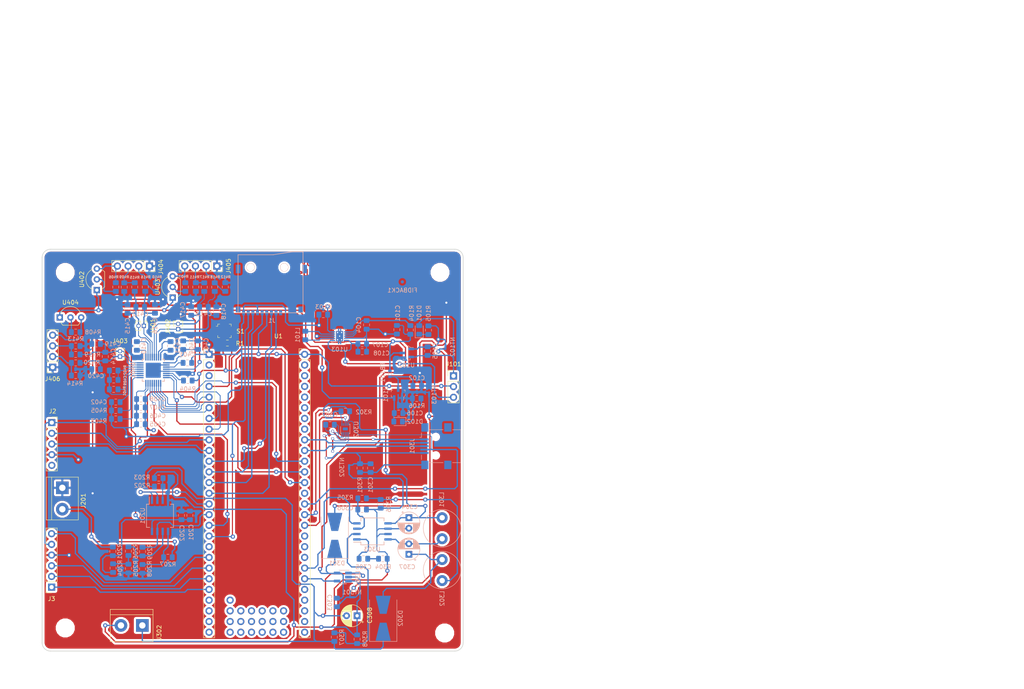
<source format=kicad_pcb>
(kicad_pcb (version 20171130) (host pcbnew 5.0.2-bee76a0~70~ubuntu16.04.1)
  (title_block (title "Prototipo 1 : Base LPCXpresso1769 - VOP24") (date 2018-11-01) (rev 0.2) (company "Universidad Favaloro") (comment 1 "Autor: Ing. Roux, Federico") (comment 2 "Revisor: Mg. Ing. Brengi, Diego"))
  (layers (0 F.Cu signal) (31 B.Cu signal) (34 B.Paste user hide) (35 F.Paste user hide) (36 B.SilkS user) (37 F.SilkS user) (38 B.Mask user hide) (39 F.Mask user hide) (44 Edge.Cuts user))
  (net 0 "")
  (net 1 /CD_SD)
  (net 2 /MISO_SD)
  (net 3 /SCLK_SD)
  (net 4 /MOSI_SD)
  (net 5 /CS_SD)
  (net 6 "Net-(J1-Pad1)")
  (net 7 /TPD_~EN)
  (net 8 /TPD_~ACK)
  (net 9 /USB_ID)
  (net 10 "Net-(C302-Pad1)")
  (net 11 /Comunicacion/USB_GND)
  (net 12 /USB_D-)
  (net 13 /USB_D+)
  (net 14 "Net-(C410-Pad1)")
  (net 15 "Net-(C410-Pad2)")
  (net 16 /ADS1292_esquematico/SENS1N)
  (net 17 /ADS1292_esquematico/SENS1P)
  (net 18 /ADS1292_esquematico/SENS2N)
  (net 19 "Net-(C411-Pad1)")
  (net 20 /ADS1292_esquematico/SENS2P)
  (net 21 "Net-(C411-Pad2)")
  (net 22 /CLK_ADS)
  (net 23 /MISO_ADS)
  (net 24 /MOSI_ADS)
  (net 25 /SCLK_ADS)
  (net 26 /DRDY_ADS)
  (net 27 /START_ADS)
  (net 28 /PWDNE_ADS)
  (net 29 /ADS1292_esquematico/CLKSEL)
  (net 30 /ADS1292_esquematico/GPIO1)
  (net 31 /ADS1292_esquematico/SENS3N)
  (net 32 /ADS1292_esquematico/GPIO2)
  (net 33 /ADS1292_esquematico/RLDIN)
  (net 34 /ADS1292_esquematico/RLDINV)
  (net 35 /ADS1292_esquematico/RLDOUT)
  (net 36 /ADS1292_esquematico/SENS3P)
  (net 37 "Net-(U1-Pad2)")
  (net 38 "Net-(U1-Pad3)")
  (net 39 /RESET)
  (net 40 /UUTXD)
  (net 41 /UURXD)
  (net 42 /ADC_BAT)
  (net 43 /ADC_TEMP)
  (net 44 "Net-(U1-Pad19)")
  (net 45 /BLE_TXD)
  (net 46 /BLE_RXD)
  (net 47 /BLE_EN)
  (net 48 /BLE_STATE)
  (net 49 "Net-(U1-Pad25)")
  (net 50 "Net-(U1-Pad26)")
  (net 51 "Net-(U1-Pad27)")
  (net 52 "Net-(U1-Pad30)")
  (net 53 "Net-(U1-Pad46)")
  (net 54 "Net-(U1-Pad29)")
  (net 55 "Net-(U1-Pad33)")
  (net 56 "Net-(U1-Pad47)")
  (net 57 "Net-(U1-Pad31)")
  (net 58 "Net-(U1-Pad53)")
  (net 59 "Net-(U1-Pad50)")
  (net 60 "Net-(U1-Pad52)")
  (net 61 /LT1512_SS)
  (net 62 "Net-(U1-Pad32)")
  (net 63 "Net-(U1-Pad35)")
  (net 64 "Net-(U1-Pad51)")
  (net 65 "Net-(U1-Pad41)")
  (net 66 /LTC4411_STAT)
  (net 67 "Net-(U1-Pad34)")
  (net 68 "Net-(U1-PadPD13)")
  (net 69 "Net-(U1-PadPD7)")
  (net 70 "Net-(U1-PadPD16)")
  (net 71 "Net-(U1-PadPD10)")
  (net 72 "Net-(U1-PadPD4)")
  (net 73 "Net-(U1-PadPD1)")
  (net 74 "Net-(U1-PadPD14)")
  (net 75 "Net-(U1-PadPD8)")
  (net 76 "Net-(U1-PadPD17)")
  (net 77 "Net-(U1-PadPD11)")
  (net 78 "Net-(U1-PadPD5)")
  (net 79 "Net-(U1-PadPD2)")
  (net 80 "Net-(U1-PadPD15)")
  (net 81 "Net-(U1-PadPD9)")
  (net 82 "Net-(U1-PadPD18)")
  (net 83 "Net-(U1-PadPD12)")
  (net 84 "Net-(U1-PadPD6)")
  (net 85 "Net-(U1-PadPD3)")
  (net 86 "Net-(U1-PadPD19)")
  (net 87 "Net-(J201-Pad2)")
  (net 88 "Net-(D101-Pad1)")
  (net 89 "Net-(J404-Pad2)")
  (net 90 "Net-(J406-Pad2)")
  (net 91 "Net-(J406-Pad3)")
  (net 92 "Net-(J405-Pad2)")
  (net 93 "Net-(J405-Pad3)")
  (net 94 "Net-(J404-Pad3)")
  (net 95 "Net-(J406-Pad4)")
  (net 96 "Net-(R408-Pad2)")
  (net 97 "Net-(R407-Pad2)")
  (net 98 "Net-(J405-Pad4)")
  (net 99 "Net-(J404-Pad4)")
  (net 100 "Net-(R406-Pad2)")
  (net 101 "Net-(R206-Pad1)")
  (net 102 "Net-(C301-Pad1)")
  (net 103 "Net-(R204-Pad2)")
  (net 104 "Net-(C305-Pad2)")
  (net 105 "Net-(L302-Pad2)")
  (net 106 "Net-(C306-Pad1)")
  (net 107 "Net-(R307-Pad1)")
  (net 108 "Net-(R207-Pad1)")
  (net 109 "Net-(R202-Pad1)")
  (net 110 "Net-(D102-Pad1)")
  (net 111 "Net-(C104-Pad1)")
  (net 112 /fuentesLDO/DVCC_UD)
  (net 113 "Net-(L101-Pad2)")
  (net 114 "Net-(L101-Pad1)")
  (net 115 "Net-(C307-Pad2)")
  (net 116 "Net-(C305-Pad1)")
  (net 117 "Net-(C307-Pad1)")
  (net 118 /fuentesLDO/DVCC_LDO)
  (net 119 "Net-(U1-Pad45)")
  (net 120 GNDD)
  (net 121 VDD)
  (net 122 /~CS~_ADS)
  (net 123 "Net-(C403-Pad1)")
  (net 124 VDDA)
  (net 125 GNDA)
  (net 126 "Net-(C401-Pad1)")
  (net 127 "Net-(C402-Pad1)")
  (net 128 "Net-(U1-Pad24)")
  (net 129 "Net-(C102-Pad1)")
  (net 130 VCOM)
  (net 131 +BATT)
  (net 132 -BATT)
  (net 133 VBUS)
  (net 134 "Net-(U302-Pad2)")
  (net 135 "Net-(U302-Pad9)")
  (net 136 GNDREF)
  (net 137 "Net-(J2-Pad5)")
  (net 138 "Net-(U1-Pad54)")
  (module Fiducial:Fiducial_0.75mm_Dia_1.5mm_Outer (layer B.Cu) (at 125.55 88.25)
    (fp_text reference FIDBACK1 (at 0 2) (layer B.SilkS) (effects (justify mirror)))
    (fp_text value MountingHole)
    (pad ~ smd circle (at 0 0) (size 0.75 0.75) (layers B.Cu B.Mask) (clearance 0.375))
  )
  (module meport_kicad_libs:LPCXpresso1769 (layer F.Cu) (at 91 138.5)
    (fp_text reference U1 (at 5.11 -37.35) (layer F.SilkS))
    (fp_text value LPCXpresso1769)
    (pad 1 thru_hole rect (at -11.35 -33.025) (size 1.7 1.7) (drill 1) (layers *.Cu *.Mask) (net 120 GNDD))
    (pad 2 thru_hole oval (at -11.35 -30.485) (size 1.7 1.7) (drill 1) (layers *.Cu *.Mask) (net 37 "Net-(U1-Pad2)"))
    (pad 3 thru_hole oval (at -11.35 -27.945) (size 1.7 1.7) (drill 1) (layers *.Cu *.Mask) (net 38 "Net-(U1-Pad3)"))
    (pad 4 thru_hole oval (at -11.35 -25.405) (size 1.7 1.7) (drill 1) (layers *.Cu *.Mask) (net 39 /RESET))
    (pad 5 thru_hole oval (at -11.35 -22.865) (size 1.7 1.7) (drill 1) (layers *.Cu *.Mask) (net 24 /MOSI_ADS))
    (pad 6 thru_hole oval (at -11.35 -20.325) (size 1.7 1.7) (drill 1) (layers *.Cu *.Mask) (net 23 /MISO_ADS))
    (pad 7 thru_hole oval (at -11.35 -17.785) (size 1.7 1.7) (drill 1) (layers *.Cu *.Mask) (net 25 /SCLK_ADS))
    (pad 8 thru_hole oval (at -11.35 -15.245) (size 1.7 1.7) (drill 1) (layers *.Cu *.Mask) (net 122 /~CS~_ADS))
    (pad 9 thru_hole oval (at -11.35 -12.705) (size 1.7 1.7) (drill 1) (layers *.Cu *.Mask) (net 40 /UUTXD))
    (pad 10 thru_hole oval (at -11.35 -10.165) (size 1.7 1.7) (drill 1) (layers *.Cu *.Mask) (net 41 /UURXD))
    (pad 11 thru_hole oval (at -11.35 -7.625) (size 1.7 1.7) (drill 1) (layers *.Cu *.Mask) (net 4 /MOSI_SD))
    (pad 12 thru_hole oval (at -11.35 -5.085) (size 1.7 1.7) (drill 1) (layers *.Cu *.Mask) (net 2 /MISO_SD))
    (pad 13 thru_hole oval (at -11.35 -2.545) (size 1.7 1.7) (drill 1) (layers *.Cu *.Mask) (net 3 /SCLK_SD))
    (pad 14 thru_hole oval (at -11.35 -0.005) (size 1.7 1.7) (drill 1) (layers *.Cu *.Mask) (net 5 /CS_SD))
    (pad 15 thru_hole oval (at -11.35 2.535) (size 1.7 1.7) (drill 1) (layers *.Cu *.Mask) (net 42 /ADC_BAT))
    (pad 16 thru_hole oval (at -11.35 5.075) (size 1.7 1.7) (drill 1) (layers *.Cu *.Mask) (net 43 /ADC_TEMP))
    (pad 17 thru_hole oval (at -11.35 7.615) (size 1.7 1.7) (drill 1) (layers *.Cu *.Mask) (net 26 /DRDY_ADS))
    (pad 18 thru_hole oval (at -11.35 10.155) (size 1.7 1.7) (drill 1) (layers *.Cu *.Mask) (net 1 /CD_SD))
    (pad 19 thru_hole oval (at -11.35 12.695) (size 1.7 1.7) (drill 1) (layers *.Cu *.Mask) (net 44 "Net-(U1-Pad19)"))
    (pad 20 thru_hole oval (at -11.35 15.235) (size 1.7 1.7) (drill 1) (layers *.Cu *.Mask) (net 47 /BLE_EN))
    (pad 21 thru_hole oval (at -11.35 17.775) (size 1.7 1.7) (drill 1) (layers *.Cu *.Mask) (net 45 /BLE_TXD))
    (pad 22 thru_hole oval (at -11.35 20.315) (size 1.7 1.7) (drill 1) (layers *.Cu *.Mask) (net 46 /BLE_RXD))
    (pad 23 thru_hole oval (at -11.35 22.855) (size 1.7 1.7) (drill 1) (layers *.Cu *.Mask) (net 48 /BLE_STATE))
    (pad 24 thru_hole oval (at -11.35 25.395) (size 1.7 1.7) (drill 1) (layers *.Cu *.Mask) (net 128 "Net-(U1-Pad24)"))
    (pad 25 thru_hole oval (at -11.35 27.935) (size 1.7 1.7) (drill 1) (layers *.Cu *.Mask) (net 49 "Net-(U1-Pad25)"))
    (pad 26 thru_hole oval (at -11.35 30.475) (size 1.7 1.7) (drill 1) (layers *.Cu *.Mask) (net 50 "Net-(U1-Pad26)"))
    (pad 27 thru_hole oval (at -11.35 33.015) (size 1.7 1.7) (drill 1) (layers *.Cu *.Mask) (net 51 "Net-(U1-Pad27)"))
    (pad 30 thru_hole oval (at 11.35 -27.945) (size 1.7 1.7) (drill 1) (layers *.Cu *.Mask) (net 52 "Net-(U1-Pad30)"))
    (pad 36 thru_hole oval (at 11.35 -12.705) (size 1.7 1.7) (drill 1) (layers *.Cu *.Mask) (net 12 /USB_D-))
    (pad 46 thru_hole oval (at 11.35 12.695) (size 1.7 1.7) (drill 1) (layers *.Cu *.Mask) (net 53 "Net-(U1-Pad46)"))
    (pad 29 thru_hole oval (at 11.35 -30.485) (size 1.7 1.7) (drill 1) (layers *.Cu *.Mask) (net 54 "Net-(U1-Pad29)"))
    (pad 33 thru_hole oval (at 11.35 -20.325) (size 1.7 1.7) (drill 1) (layers *.Cu *.Mask) (net 55 "Net-(U1-Pad33)"))
    (pad 47 thru_hole oval (at 11.35 15.235) (size 1.7 1.7) (drill 1) (layers *.Cu *.Mask) (net 56 "Net-(U1-Pad47)"))
    (pad 43 thru_hole oval (at 11.35 5.075) (size 1.7 1.7) (drill 1) (layers *.Cu *.Mask) (net 8 /TPD_~ACK))
    (pad 31 thru_hole oval (at 11.35 -25.405) (size 1.7 1.7) (drill 1) (layers *.Cu *.Mask) (net 57 "Net-(U1-Pad31)"))
    (pad 53 thru_hole oval (at 11.35 30.475) (size 1.7 1.7) (drill 1) (layers *.Cu *.Mask) (net 58 "Net-(U1-Pad53)"))
    (pad 50 thru_hole oval (at 11.35 22.855) (size 1.7 1.7) (drill 1) (layers *.Cu *.Mask) (net 59 "Net-(U1-Pad50)"))
    (pad 40 thru_hole oval (at 11.35 -2.545) (size 1.7 1.7) (drill 1) (layers *.Cu *.Mask) (net 27 /START_ADS))
    (pad 37 thru_hole oval (at 11.35 -10.165) (size 1.7 1.7) (drill 1) (layers *.Cu *.Mask) (net 13 /USB_D+))
    (pad 52 thru_hole oval (at 11.35 27.935) (size 1.7 1.7) (drill 1) (layers *.Cu *.Mask) (net 60 "Net-(U1-Pad52)"))
    (pad 48 thru_hole oval (at 11.35 17.775) (size 1.7 1.7) (drill 1) (layers *.Cu *.Mask) (net 61 /LT1512_SS))
    (pad 42 thru_hole oval (at 11.35 2.535) (size 1.7 1.7) (drill 1) (layers *.Cu *.Mask) (net 9 /USB_ID))
    (pad 32 thru_hole oval (at 11.35 -22.865) (size 1.7 1.7) (drill 1) (layers *.Cu *.Mask) (net 62 "Net-(U1-Pad32)"))
    (pad 54 thru_hole oval (at 11.35 33.015) (size 1.7 1.7) (drill 1) (layers *.Cu *.Mask) (net 138 "Net-(U1-Pad54)"))
    (pad 35 thru_hole oval (at 11.35 -15.245) (size 1.7 1.7) (drill 1) (layers *.Cu *.Mask) (net 63 "Net-(U1-Pad35)"))
    (pad 51 thru_hole oval (at 11.35 25.395) (size 1.7 1.7) (drill 1) (layers *.Cu *.Mask) (net 64 "Net-(U1-Pad51)"))
    (pad 44 thru_hole oval (at 11.35 7.615) (size 1.7 1.7) (drill 1) (layers *.Cu *.Mask) (net 7 /TPD_~EN))
    (pad 45 thru_hole oval (at 11.35 10.155) (size 1.7 1.7) (drill 1) (layers *.Cu *.Mask) (net 119 "Net-(U1-Pad45)"))
    (pad 41 thru_hole oval (at 11.35 -0.005) (size 1.7 1.7) (drill 1) (layers *.Cu *.Mask) (net 65 "Net-(U1-Pad41)"))
    (pad 28 thru_hole circle (at 11.35 -33.025) (size 1.7 1.7) (drill 1) (layers *.Cu *.Mask) (net 121 VDD))
    (pad 49 thru_hole oval (at 11.35 20.315) (size 1.7 1.7) (drill 1) (layers *.Cu *.Mask) (net 66 /LTC4411_STAT))
    (pad 39 thru_hole oval (at 11.35 -5.085) (size 1.7 1.7) (drill 1) (layers *.Cu *.Mask) (net 28 /PWDNE_ADS))
    (pad 34 thru_hole oval (at 11.35 -17.785) (size 1.7 1.7) (drill 1) (layers *.Cu *.Mask) (net 67 "Net-(U1-Pad34)"))
    (pad 38 thru_hole oval (at 11.35 -7.625) (size 1.7 1.7) (drill 1) (layers *.Cu *.Mask) (net 22 /CLK_ADS))
    (pad PD13 thru_hole oval (at -3.81 33.015 90) (size 1.7 1.7) (drill 1) (layers *.Cu *.Mask) (net 68 "Net-(U1-PadPD13)"))
    (pad PD7 thru_hole oval (at 1.27 33.015 90) (size 1.7 1.7) (drill 1) (layers *.Cu *.Mask) (net 69 "Net-(U1-PadPD7)"))
    (pad PD16 thru_hole oval (at -6.35 33.015 90) (size 1.7 1.7) (drill 1) (layers *.Cu *.Mask) (net 70 "Net-(U1-PadPD16)"))
    (pad PD10 thru_hole oval (at -1.27 33.015 90) (size 1.7 1.7) (drill 1) (layers *.Cu *.Mask) (net 71 "Net-(U1-PadPD10)"))
    (pad PD4 thru_hole oval (at 3.81 33.015 90) (size 1.7 1.7) (drill 1) (layers *.Cu *.Mask) (net 72 "Net-(U1-PadPD4)"))
    (pad PD1 thru_hole oval (at 6.35 33.015 90) (size 1.7 1.7) (drill 1) (layers *.Cu *.Mask) (net 73 "Net-(U1-PadPD1)"))
    (pad PD14 thru_hole oval (at -3.81 30.475 90) (size 1.7 1.7) (drill 1) (layers *.Cu *.Mask) (net 74 "Net-(U1-PadPD14)"))
    (pad PD8 thru_hole oval (at 1.27 30.475 90) (size 1.7 1.7) (drill 1) (layers *.Cu *.Mask) (net 75 "Net-(U1-PadPD8)"))
    (pad PD17 thru_hole oval (at -6.35 30.475 90) (size 1.7 1.7) (drill 1) (layers *.Cu *.Mask) (net 76 "Net-(U1-PadPD17)"))
    (pad PD11 thru_hole oval (at -1.27 30.475 90) (size 1.7 1.7) (drill 1) (layers *.Cu *.Mask) (net 77 "Net-(U1-PadPD11)"))
    (pad PD5 thru_hole oval (at 3.81 30.475 90) (size 1.7 1.7) (drill 1) (layers *.Cu *.Mask) (net 78 "Net-(U1-PadPD5)"))
    (pad PD2 thru_hole oval (at 6.35 30.475 90) (size 1.7 1.7) (drill 1) (layers *.Cu *.Mask) (net 79 "Net-(U1-PadPD2)"))
    (pad PD15 thru_hole oval (at -3.81 27.935 90) (size 1.7 1.7) (drill 1) (layers *.Cu *.Mask) (net 80 "Net-(U1-PadPD15)"))
    (pad PD9 thru_hole oval (at 1.27 27.935 90) (size 1.7 1.7) (drill 1) (layers *.Cu *.Mask) (net 81 "Net-(U1-PadPD9)"))
    (pad PD18 thru_hole oval (at -6.35 27.935 90) (size 1.7 1.7) (drill 1) (layers *.Cu *.Mask) (net 82 "Net-(U1-PadPD18)"))
    (pad PD12 thru_hole oval (at -1.27 27.935 90) (size 1.7 1.7) (drill 1) (layers *.Cu *.Mask) (net 83 "Net-(U1-PadPD12)"))
    (pad PD6 thru_hole oval (at 3.81 27.935 90) (size 1.7 1.7) (drill 1) (layers *.Cu *.Mask) (net 84 "Net-(U1-PadPD6)"))
    (pad PD3 thru_hole oval (at 6.35 27.935 90) (size 1.7 1.7) (drill 1) (layers *.Cu *.Mask) (net 85 "Net-(U1-PadPD3)"))
    (pad PD19 thru_hole oval (at -6.35 25.395 90) (size 1.7 1.7) (drill 1) (layers *.Cu *.Mask) (net 86 "Net-(U1-PadPD19)"))
  )
  (module TerminalBlock:TerminalBlock_bornier-2_P5.08mm (layer F.Cu) (at 63.8 169.9 180)
    (fp_text reference J302 (at -4 -1.7 270) (layer F.SilkS))
    (fp_text value Screw_Terminal_01x02)
    (pad 1 thru_hole rect (at 0 0 180) (size 3 3) (drill 1.52) (layers *.Cu *.Mask) (net 131 +BATT))
    (pad 2 thru_hole circle (at 5.08 0 180) (size 3 3) (drill 1.52) (layers *.Cu *.Mask) (net 132 -BATT))
  )
  (module meport_kicad_libs:Texas_R-PWSON-N10 (layer B.Cu) (at 112 123.2 270)
    (fp_text reference U302 (at 0.1 -2.6 270) (layer B.SilkS) (effects (justify mirror)))
    (fp_text value TPD4S014)
    (pad 1 smd roundrect (at -1.05 0.8 180) (size 0.2 0.65) (layers B.Cu B.Paste B.Mask) (net 133 VBUS))
    (pad 2 smd roundrect (at -1.05 0.4 180) (size 0.2 0.65) (layers B.Cu B.Paste B.Mask) (net 134 "Net-(U302-Pad2)"))
    (pad 3 smd roundrect (at -1.05 0 180) (size 0.2 0.65) (layers B.Cu B.Paste B.Mask) (net 7 /TPD_~EN))
    (pad 4 smd roundrect (at -1.05 -0.4 180) (size 0.2 0.65) (layers B.Cu B.Paste B.Mask) (net 8 /TPD_~ACK))
    (pad 5 smd roundrect (at -1.05 -0.8 180) (size 0.2 0.65) (layers B.Cu B.Paste B.Mask) (net 9 /USB_ID))
    (pad 10 smd roundrect (at 1.05 0.8 180) (size 0.2 0.65) (layers B.Cu B.Paste B.Mask) (net 10 "Net-(C302-Pad1)"))
    (pad 8 smd roundrect (at 1.05 0 180) (size 0.2 0.65) (layers B.Cu B.Paste B.Mask) (net 11 /Comunicacion/USB_GND))
    (pad 9 smd roundrect (at 1.05 0.4 180) (size 0.2 0.65) (layers B.Cu B.Paste B.Mask) (net 135 "Net-(U302-Pad9)"))
    (pad 6 smd roundrect (at 1.05 -0.8 180) (size 0.2 0.65) (layers B.Cu B.Paste B.Mask) (net 12 /USB_D-))
    (pad 7 smd roundrect (at 1.05 -0.4 180) (size 0.2 0.65) (layers B.Cu B.Paste B.Mask) (net 13 /USB_D+))
    (pad 11 smd roundrect (at 0 0 90) (size 0.7 1.2) (layers B.Cu B.Paste B.Mask))
  )
  (module Capacitor_SMD:C_0805_2012Metric_Pad1.15x1.40mm_HandSolder (layer B.Cu) (at 60.3 94.7 90)
    (fp_text reference C415 (at -4 0 90) (layer B.SilkS) (effects (justify mirror)))
    (fp_text value 470pF)
    (pad 1 smd roundrect (at -1.025 0 90) (size 1.15 1.4) (layers B.Cu B.Paste B.Mask) (roundrect_rratio 0.217391) (net 16 /ADS1292_esquematico/SENS1N))
    (pad 2 smd roundrect (at 1.025 0 90) (size 1.15 1.4) (layers B.Cu B.Paste B.Mask) (roundrect_rratio 0.217391) (net 125 GNDA))
  )
  (module Capacitor_SMD:C_0805_2012Metric_Pad1.15x1.40mm_HandSolder (layer B.Cu) (at 66.8 94.675 90)
    (fp_text reference C416 (at -4.025 0 90) (layer B.SilkS) (effects (justify mirror)))
    (fp_text value 470pF)
    (pad 2 smd roundrect (at 1.025 0 90) (size 1.15 1.4) (layers B.Cu B.Paste B.Mask) (roundrect_rratio 0.217391) (net 125 GNDA))
    (pad 1 smd roundrect (at -1.025 0 90) (size 1.15 1.4) (layers B.Cu B.Paste B.Mask) (roundrect_rratio 0.217391) (net 17 /ADS1292_esquematico/SENS1P))
  )
  (module Capacitor_SMD:C_0805_2012Metric_Pad1.15x1.40mm_HandSolder (layer B.Cu) (at 63.3 94.2)
    (fp_text reference C412 (at 0 1.65) (layer B.SilkS) (effects (justify mirror)))
    (fp_text value 470pF)
    (pad 2 smd roundrect (at 1.025 0) (size 1.15 1.4) (layers B.Cu B.Paste B.Mask) (roundrect_rratio 0.217391) (net 17 /ADS1292_esquematico/SENS1P))
    (pad 1 smd roundrect (at -1.025 0) (size 1.15 1.4) (layers B.Cu B.Paste B.Mask) (roundrect_rratio 0.217391) (net 16 /ADS1292_esquematico/SENS1N))
  )
  (module Connector_PinHeader_1.27mm:PinHeader_1x02_P1.27mm_Vertical (layer F.Cu) (at 64.17 98.7 270)
    (fp_text reference J401 (at 0.1 -2.13 270) (layer F.SilkS))
    (fp_text value Conn_01x02)
    (pad 2 thru_hole oval (at 0 1.27 270) (size 1 1) (drill 0.65) (layers *.Cu *.Mask) (net 16 /ADS1292_esquematico/SENS1N))
    (pad 1 thru_hole rect (at 0 0 270) (size 1 1) (drill 0.65) (layers *.Cu *.Mask) (net 17 /ADS1292_esquematico/SENS1P))
  )
  (module Resistor_SMD:R_0805_2012Metric_Pad1.15x1.40mm_HandSolder (layer B.Cu) (at 57.5 89.475 270)
    (fp_text reference R406 (at -2.375 0.5 180) (layer B.SilkS) (effects (font (size 0.6 0.6)) (justify mirror)))
    (fp_text value 33k)
    (pad 2 smd roundrect (at 1.025 0 270) (size 1.15 1.4) (layers B.Cu B.Paste B.Mask) (roundrect_rratio 0.217391) (net 100 "Net-(R406-Pad2)"))
    (pad 1 smd roundrect (at -1.025 0 270) (size 1.15 1.4) (layers B.Cu B.Paste B.Mask) (roundrect_rratio 0.217391) (net 99 "Net-(J404-Pad4)"))
  )
  (module Resistor_SMD:R_0805_2012Metric_Pad1.15x1.40mm_HandSolder (layer B.Cu) (at 74 89.475 270)
    (fp_text reference R407 (at -2.475 0.4 180) (layer B.SilkS) (effects (font (size 0.6 0.6)) (justify mirror)))
    (fp_text value 33k)
    (pad 1 smd roundrect (at -1.025 0 270) (size 1.15 1.4) (layers B.Cu B.Paste B.Mask) (roundrect_rratio 0.217391) (net 98 "Net-(J405-Pad4)"))
    (pad 2 smd roundrect (at 1.025 0 270) (size 1.15 1.4) (layers B.Cu B.Paste B.Mask) (roundrect_rratio 0.217391) (net 97 "Net-(R407-Pad2)"))
  )
  (module Resistor_SMD:R_0805_2012Metric_Pad1.15x1.40mm_HandSolder (layer B.Cu) (at 59.5 89.5 90)
    (fp_text reference R409 (at 2.4 0) (layer B.SilkS) (effects (font (size 0.6 0.6)) (justify mirror)))
    (fp_text value 1M)
    (pad 1 smd roundrect (at -1.025 0 90) (size 1.15 1.4) (layers B.Cu B.Paste B.Mask) (roundrect_rratio 0.217391) (net 125 GNDA))
    (pad 2 smd roundrect (at 1.025 0 90) (size 1.15 1.4) (layers B.Cu B.Paste B.Mask) (roundrect_rratio 0.217391) (net 94 "Net-(J404-Pad3)"))
  )
  (module Resistor_SMD:R_0805_2012Metric_Pad1.15x1.40mm_HandSolder (layer B.Cu) (at 76.5 89.475 90)
    (fp_text reference R411 (at 2.375 -0.3) (layer B.SilkS) (effects (font (size 0.6 0.6)) (justify mirror)))
    (fp_text value 1M)
    (pad 2 smd roundrect (at 1.025 0 90) (size 1.15 1.4) (layers B.Cu B.Paste B.Mask) (roundrect_rratio 0.217391) (net 93 "Net-(J405-Pad3)"))
    (pad 1 smd roundrect (at -1.025 0 90) (size 1.15 1.4) (layers B.Cu B.Paste B.Mask) (roundrect_rratio 0.217391) (net 125 GNDA))
  )
  (module Resistor_SMD:R_0805_2012Metric_Pad1.15x1.40mm_HandSolder (layer B.Cu) (at 83.5 89.475 270)
    (fp_text reference R412 (at -2.375 -0.1) (layer B.SilkS) (effects (font (size 0.6 0.6)) (justify mirror)))
    (fp_text value 1M)
    (pad 1 smd roundrect (at -1.025 0 270) (size 1.15 1.4) (layers B.Cu B.Paste B.Mask) (roundrect_rratio 0.217391) (net 125 GNDA))
    (pad 2 smd roundrect (at 1.025 0 270) (size 1.15 1.4) (layers B.Cu B.Paste B.Mask) (roundrect_rratio 0.217391) (net 92 "Net-(J405-Pad2)"))
  )
  (module Resistor_SMD:R_0805_2012Metric_Pad1.15x1.40mm_HandSolder (layer B.Cu) (at 62 89.475 90)
    (fp_text reference R415 (at 2.275 0) (layer B.SilkS) (effects (font (size 0.6 0.6)) (justify mirror)))
    (fp_text value 33k)
    (pad 2 smd roundrect (at 1.025 0 90) (size 1.15 1.4) (layers B.Cu B.Paste B.Mask) (roundrect_rratio 0.217391) (net 94 "Net-(J404-Pad3)"))
    (pad 1 smd roundrect (at -1.025 0 90) (size 1.15 1.4) (layers B.Cu B.Paste B.Mask) (roundrect_rratio 0.217391) (net 16 /ADS1292_esquematico/SENS1N))
  )
  (module Resistor_SMD:R_0805_2012Metric_Pad1.15x1.40mm_HandSolder (layer B.Cu) (at 64.5 89.475 90)
    (fp_text reference R416 (at 2.375 0.1) (layer B.SilkS) (effects (font (size 0.6 0.6)) (justify mirror)))
    (fp_text value 33k)
    (pad 1 smd roundrect (at -1.025 0 90) (size 1.15 1.4) (layers B.Cu B.Paste B.Mask) (roundrect_rratio 0.217391) (net 17 /ADS1292_esquematico/SENS1P))
    (pad 2 smd roundrect (at 1.025 0 90) (size 1.15 1.4) (layers B.Cu B.Paste B.Mask) (roundrect_rratio 0.217391) (net 89 "Net-(J404-Pad2)"))
  )
  (module Package_TO_SOT_THT:TO-92_Inline_Wide (layer F.Cu) (at 53 90.2 90)
    (fp_text reference U402 (at 2.54 -3.56 90) (layer F.SilkS))
    (fp_text value LM334)
    (pad 2 thru_hole circle (at 2.54 0 180) (size 1.5 1.5) (drill 0.8) (layers *.Cu *.Mask) (net 100 "Net-(R406-Pad2)"))
    (pad 3 thru_hole circle (at 5.08 0 180) (size 1.5 1.5) (drill 0.8) (layers *.Cu *.Mask) (net 99 "Net-(J404-Pad4)"))
    (pad 1 thru_hole rect (at 0 0 180) (size 1.5 1.5) (drill 0.8) (layers *.Cu *.Mask) (net 124 VDDA))
  )
  (module Connector_PinSocket_2.54mm:PinSocket_1x04_P2.54mm_Vertical (layer F.Cu) (at 81.5 84.5 270)
    (fp_text reference J405 (at 0 -2.77 270) (layer F.SilkS))
    (fp_text value Conn_01x04)
    (pad 4 thru_hole oval (at 0 7.62 270) (size 1.7 1.7) (drill 1) (layers *.Cu *.Mask) (net 98 "Net-(J405-Pad4)"))
    (pad 3 thru_hole oval (at 0 5.08 270) (size 1.7 1.7) (drill 1) (layers *.Cu *.Mask) (net 93 "Net-(J405-Pad3)"))
    (pad 2 thru_hole oval (at 0 2.54 270) (size 1.7 1.7) (drill 1) (layers *.Cu *.Mask) (net 92 "Net-(J405-Pad2)"))
    (pad 1 thru_hole rect (at 0 0 270) (size 1.7 1.7) (drill 1) (layers *.Cu *.Mask) (net 125 GNDA))
  )
  (module Resistor_SMD:R_0805_2012Metric_Pad1.15x1.40mm_HandSolder (layer B.Cu) (at 78.5 89.5 90)
    (fp_text reference R417 (at 2.4 0.1 180) (layer B.SilkS) (effects (font (size 0.6 0.6)) (justify mirror)))
    (fp_text value 33k)
    (pad 2 smd roundrect (at 1.025 0 90) (size 1.15 1.4) (layers B.Cu B.Paste B.Mask) (roundrect_rratio 0.217391) (net 93 "Net-(J405-Pad3)"))
    (pad 1 smd roundrect (at -1.025 0 90) (size 1.15 1.4) (layers B.Cu B.Paste B.Mask) (roundrect_rratio 0.217391) (net 18 /ADS1292_esquematico/SENS2N))
  )
  (module Resistor_SMD:R_0805_2012Metric_Pad1.15x1.40mm_HandSolder (layer B.Cu) (at 81 89.5 90)
    (fp_text reference R418 (at 2.4 0.1 180) (layer B.SilkS) (effects (font (size 0.6 0.6)) (justify mirror)))
    (fp_text value 33k)
    (pad 1 smd roundrect (at -1.025 0 90) (size 1.15 1.4) (layers B.Cu B.Paste B.Mask) (roundrect_rratio 0.217391) (net 20 /ADS1292_esquematico/SENS2P))
    (pad 2 smd roundrect (at 1.025 0 90) (size 1.15 1.4) (layers B.Cu B.Paste B.Mask) (roundrect_rratio 0.217391) (net 92 "Net-(J405-Pad2)"))
  )
  (module Resistor_SMD:R_0805_2012Metric_Pad1.15x1.40mm_HandSolder (layer B.Cu) (at 67 89.475 270)
    (fp_text reference R410 (at -2.375 -0.3 180) (layer B.SilkS) (effects (font (size 0.6 0.6)) (justify mirror)))
    (fp_text value 1M)
    (pad 2 smd roundrect (at 1.025 0 270) (size 1.15 1.4) (layers B.Cu B.Paste B.Mask) (roundrect_rratio 0.217391) (net 89 "Net-(J404-Pad2)"))
    (pad 1 smd roundrect (at -1.025 0 270) (size 1.15 1.4) (layers B.Cu B.Paste B.Mask) (roundrect_rratio 0.217391) (net 125 GNDA))
  )
  (module Connector_PinSocket_2.54mm:PinSocket_1x04_P2.54mm_Vertical (layer F.Cu) (at 65.5 84.5 270)
    (fp_text reference J404 (at 0.2 -2.7 270) (layer F.SilkS))
    (fp_text value Conn_01x04)
    (pad 1 thru_hole rect (at 0 0 270) (size 1.7 1.7) (drill 1) (layers *.Cu *.Mask) (net 125 GNDA))
    (pad 2 thru_hole oval (at 0 2.54 270) (size 1.7 1.7) (drill 1) (layers *.Cu *.Mask) (net 89 "Net-(J404-Pad2)"))
    (pad 3 thru_hole oval (at 0 5.08 270) (size 1.7 1.7) (drill 1) (layers *.Cu *.Mask) (net 94 "Net-(J404-Pad3)"))
    (pad 4 thru_hole oval (at 0 7.62 270) (size 1.7 1.7) (drill 1) (layers *.Cu *.Mask) (net 99 "Net-(J404-Pad4)"))
  )
  (module Package_TO_SOT_THT:TO-92_Inline_Wide (layer F.Cu) (at 71 92 90)
    (fp_text reference U403 (at 2.54 -3.56 90) (layer F.SilkS))
    (fp_text value LM334)
    (pad 1 thru_hole rect (at 0 0 180) (size 1.5 1.5) (drill 0.8) (layers *.Cu *.Mask) (net 124 VDDA))
    (pad 3 thru_hole circle (at 5.08 0 180) (size 1.5 1.5) (drill 0.8) (layers *.Cu *.Mask) (net 98 "Net-(J405-Pad4)"))
    (pad 2 thru_hole circle (at 2.54 0 180) (size 1.5 1.5) (drill 0.8) (layers *.Cu *.Mask) (net 97 "Net-(R407-Pad2)"))
  )
  (module MountingHole:MountingHole_3.5mm (layer F.Cu) (at 45.5 86)
    (fp_text reference MH1 hide)
    (fp_text value MountingHole)
    (pad 1 np_thru_hole circle (at 0 0) (size 3.5 3.5) (drill 3.5) (layers *.Cu *.Mask))
  )
  (module MountingHole:MountingHole_3.5mm (layer F.Cu) (at 135.6 171.7)
    (fp_text reference MH4 hide)
    (fp_text value MountingHole)
    (pad 1 np_thru_hole circle (at 0 0) (size 3.5 3.5) (drill 3.5) (layers *.Cu *.Mask))
  )
  (module MountingHole:MountingHole_3.5mm (layer F.Cu) (at 45.5 170.5)
    (fp_text reference MH3 hide)
    (fp_text value MountingHole)
    (pad 1 np_thru_hole circle (at 0 0) (size 3.5 3.5) (drill 3.5) (layers *.Cu *.Mask))
  )
  (module MountingHole:MountingHole_3.5mm (layer F.Cu) (at 134.5 86)
    (fp_text reference MH2 hide)
    (fp_text value MountingHole)
    (pad 1 np_thru_hole circle (at 0 0) (size 3.5 3.5) (drill 3.5) (layers *.Cu *.Mask))
  )
  (module NetTie:NetTie-2_SMD_Pad0.5mm (layer B.Cu) (at 131.9 115 90)
    (fp_text reference NT103 (at 0 1.2 90) (layer B.SilkS) (effects (justify mirror)))
    (fp_text value Net-Tie_2)
    (fp_poly (pts (xy -0.5 0.25) (xy 0.5 0.25) (xy 0.5 -0.25) (xy -0.5 -0.25)) (layer B.Cu) (width 0))
    (pad 1 smd circle (at -0.5 0 90) (size 0.5 0.5) (layers B.Cu) (net 136 GNDREF))
    (pad 2 smd circle (at 0.5 0 90) (size 0.5 0.5) (layers B.Cu) (net 125 GNDA))
  )
  (module NetTie:NetTie-2_SMD_Pad0.5mm (layer B.Cu) (at 135.8 103.7 90)
    (fp_text reference NT102 (at 0 1.7 90) (layer B.SilkS) (effects (justify mirror)))
    (fp_text value Net-Tie_2)
    (fp_poly (pts (xy -0.5 0.25) (xy 0.5 0.25) (xy 0.5 -0.25) (xy -0.5 -0.25)) (layer B.Cu) (width 0))
    (pad 1 smd circle (at -0.5 0 90) (size 0.5 0.5) (layers B.Cu) (net 136 GNDREF))
    (pad 2 smd circle (at 0.5 0 90) (size 0.5 0.5) (layers B.Cu) (net 120 GNDD))
  )
  (module NetTie:NetTie-2_SMD_Pad0.5mm (layer B.Cu) (at 112.9 132.3 270)
    (fp_text reference NT302 (at 0 1.7 270) (layer B.SilkS) (effects (justify mirror)))
    (fp_text value Net-Tie_2)
    (fp_poly (pts (xy -0.5 0.25) (xy 0.5 0.25) (xy 0.5 -0.25) (xy -0.5 -0.25)) (layer B.Cu) (width 0))
    (pad 2 smd circle (at 0.5 0 270) (size 0.5 0.5) (layers B.Cu) (net 132 -BATT))
    (pad 1 smd circle (at -0.5 0 270) (size 0.5 0.5) (layers B.Cu) (net 11 /Comunicacion/USB_GND))
  )
  (module NetTie:NetTie-2_SMD_Pad0.5mm (layer B.Cu) (at 113.6 163.2 180)
    (fp_text reference NT301 (at 0 1.2 180) (layer B.SilkS) (effects (justify mirror)))
    (fp_text value Net-Tie_2)
    (fp_poly (pts (xy -0.5 0.25) (xy 0.5 0.25) (xy 0.5 -0.25) (xy -0.5 -0.25)) (layer B.Cu) (width 0))
    (pad 1 smd circle (at -0.5 0 180) (size 0.5 0.5) (layers B.Cu) (net 132 -BATT))
    (pad 2 smd circle (at 0.5 0 180) (size 0.5 0.5) (layers B.Cu) (net 136 GNDREF))
  )
  (module Connector_PinSocket_2.54mm:PinSocket_1x05_P2.54mm_Vertical (layer F.Cu) (at 42.3 121.7)
    (fp_text reference J2 (at 0.2 -2.7) (layer F.SilkS))
    (fp_text value Conn_01x05_Male)
    (pad 1 thru_hole rect (at 0 0) (size 1.7 1.7) (drill 1) (layers *.Cu *.Mask) (net 121 VDD))
    (pad 2 thru_hole oval (at 0 2.54) (size 1.7 1.7) (drill 1) (layers *.Cu *.Mask) (net 40 /UUTXD))
    (pad 3 thru_hole oval (at 0 5.08) (size 1.7 1.7) (drill 1) (layers *.Cu *.Mask) (net 41 /UURXD))
    (pad 4 thru_hole oval (at 0 7.62) (size 1.7 1.7) (drill 1) (layers *.Cu *.Mask) (net 120 GNDD))
    (pad 5 thru_hole oval (at 0 10.16) (size 1.7 1.7) (drill 1) (layers *.Cu *.Mask) (net 137 "Net-(J2-Pad5)"))
  )
  (module Connector_PinSocket_2.54mm:PinSocket_1x06_P2.54mm_Vertical (layer F.Cu) (at 42.25 160.8 180)
    (fp_text reference J3 (at 0 -2.77 180) (layer F.SilkS))
    (fp_text value Conn_01x06_Male)
    (pad 1 thru_hole rect (at 0 0 180) (size 1.7 1.7) (drill 1) (layers *.Cu *.Mask) (net 48 /BLE_STATE))
    (pad 2 thru_hole oval (at 0 2.54 180) (size 1.7 1.7) (drill 1) (layers *.Cu *.Mask) (net 46 /BLE_RXD))
    (pad 3 thru_hole oval (at 0 5.08 180) (size 1.7 1.7) (drill 1) (layers *.Cu *.Mask) (net 45 /BLE_TXD))
    (pad 4 thru_hole oval (at 0 7.62 180) (size 1.7 1.7) (drill 1) (layers *.Cu *.Mask) (net 120 GNDD))
    (pad 5 thru_hole oval (at 0 10.16 180) (size 1.7 1.7) (drill 1) (layers *.Cu *.Mask) (net 121 VDD))
    (pad 6 thru_hole oval (at 0 12.7 180) (size 1.7 1.7) (drill 1) (layers *.Cu *.Mask) (net 47 /BLE_EN))
  )
  (module Package_TO_SOT_SMD:SOT-23-5_HandSoldering (layer B.Cu) (at 111.4 158.4 180)
    (fp_text reference U301 (at -3.6 -0.4 270) (layer B.SilkS) (effects (justify mirror)))
    (fp_text value LTC4411)
    (pad 1 smd rect (at -1.35 0.95 180) (size 1.56 0.65) (layers B.Cu B.Paste B.Mask) (net 131 +BATT))
    (pad 2 smd rect (at -1.35 0 180) (size 1.56 0.65) (layers B.Cu B.Paste B.Mask) (net 132 -BATT))
    (pad 3 smd rect (at -1.35 -0.95 180) (size 1.56 0.65) (layers B.Cu B.Paste B.Mask) (net 132 -BATT))
    (pad 4 smd rect (at 1.35 -0.95 180) (size 1.56 0.65) (layers B.Cu B.Paste B.Mask) (net 66 /LTC4411_STAT))
    (pad 5 smd rect (at 1.35 0.95 180) (size 1.56 0.65) (layers B.Cu B.Paste B.Mask) (net 130 VCOM))
  )
  (module Resistor_SMD:R_0805_2012Metric_Pad1.15x1.40mm_HandSolder (layer F.Cu) (at 84 102.8)
    (fp_text reference R1 (at 3 0.1) (layer F.SilkS))
    (fp_text value 1k)
    (pad 1 smd roundrect (at -1.025 0) (size 1.15 1.4) (layers F.Cu F.Paste F.Mask) (roundrect_rratio 0.217391) (net 121 VDD))
    (pad 2 smd roundrect (at 1.025 0) (size 1.15 1.4) (layers F.Cu F.Paste F.Mask) (roundrect_rratio 0.217391) (net 39 /RESET))
  )
  (module digikey-footprints:0603 (layer B.Cu) (at 122.6 110.1 270)
    (fp_text reference FB101 (at -0.3 1.7 270) (layer B.SilkS) (effects (justify mirror)))
    (fp_text value BLM18PG121SN1D)
    (pad 2 smd rect (at 0.7 0 270) (size 0.6 0.8) (layers B.Cu B.Paste B.Mask) (net 129 "Net-(C102-Pad1)"))
    (pad 1 smd rect (at -0.7 0 270) (size 0.6 0.8) (layers B.Cu B.Paste B.Mask) (net 130 VCOM))
  )
  (module digikey-footprints:Switch_Tactile_SMD_B3U-1000P (layer F.Cu) (at 83.3 99.9)
    (fp_text reference S1 (at 3.8 0.1) (layer F.SilkS))
    (fp_text value B3U-1000P)
    (pad 1 smd rect (at -1.7 0) (size 0.8 1.7) (layers F.Cu F.Paste F.Mask) (net 120 GNDD))
    (pad 2 smd rect (at 1.7 0) (size 0.8 1.7) (layers F.Cu F.Paste F.Mask) (net 39 /RESET))
  )
  (module meport_kicad_libs:microSD_3020-901-0001-ACH-ELECTRONICS (layer B.Cu) (at 94.45 95.5 180)
    (fp_text reference J1 (at -0.1 -1.95 180) (layer B.SilkS) (effects (justify mirror)))
    (fp_text value Micro_SD_Card)
    (pad "" smd rect (at -7.9 10.3 180) (size 1.1 2) (layers B.Cu B.Paste B.Mask))
    (pad "" smd rect (at 7.9 10.3 180) (size 1.1 2) (layers B.Cu B.Paste B.Mask))
    (pad 9 smd rect (at 6.6 -0.1 180) (size 0.7 1.2) (layers B.Cu B.Paste B.Mask) (net 120 GNDD))
    (pad "" smd rect (at 7.9 0.7 180) (size 1.1 1.4) (layers B.Cu B.Paste B.Mask))
    (pad "" smd rect (at -6.96 0.7 180) (size 1.1 1.4) (layers B.Cu B.Paste B.Mask))
    (pad 8 smd rect (at 5.5 -0.1 180) (size 0.7 1.2) (layers B.Cu B.Paste B.Mask) (net 1 /CD_SD))
    (pad 7 smd rect (at 4.4 -0.1 180) (size 0.7 1.2) (layers B.Cu B.Paste B.Mask) (net 2 /MISO_SD))
    (pad 6 smd rect (at 3.3 -0.1 180) (size 0.7 1.2) (layers B.Cu B.Paste B.Mask) (net 120 GNDD))
    (pad 5 smd rect (at 2.2 -0.1 180) (size 0.7 1.2) (layers B.Cu B.Paste B.Mask) (net 3 /SCLK_SD))
    (pad 4 smd rect (at 1.1 -0.1 180) (size 0.7 1.2) (layers B.Cu B.Paste B.Mask) (net 121 VDD))
    (pad 3 smd rect (at 0 -0.1 180) (size 0.7 1.2) (layers B.Cu B.Paste B.Mask) (net 4 /MOSI_SD))
    (pad 2 smd rect (at -1.1 -0.1 180) (size 0.7 1.2) (layers B.Cu B.Paste B.Mask) (net 5 /CS_SD))
    (pad 1 smd rect (at -2.2 -0.1 180) (size 0.7 1.2) (layers B.Cu B.Paste B.Mask) (net 6 "Net-(J1-Pad1)"))
    (pad "" thru_hole circle (at 4.95 10.7 180) (size 1.8 1.8) (drill 1.8) (layers *.Cu *.Mask))
    (pad "" thru_hole circle (at -3.05 10.7 180) (size 1.8 1.8) (drill 1.8) (layers *.Mask F.Cu))
  )
  (module Connector_PinSocket_2.54mm:PinSocket_1x04_P2.54mm_Vertical (layer F.Cu) (at 42.5 108.54 180)
    (fp_text reference J406 (at 0 -2.77 180) (layer F.SilkS))
    (fp_text value Conn_01x04)
    (pad 1 thru_hole rect (at 0 0 180) (size 1.7 1.7) (drill 1) (layers *.Cu *.Mask) (net 125 GNDA))
    (pad 2 thru_hole oval (at 0 2.54 180) (size 1.7 1.7) (drill 1) (layers *.Cu *.Mask) (net 90 "Net-(J406-Pad2)"))
    (pad 3 thru_hole oval (at 0 5.08 180) (size 1.7 1.7) (drill 1) (layers *.Cu *.Mask) (net 91 "Net-(J406-Pad3)"))
    (pad 4 thru_hole oval (at 0 7.62 180) (size 1.7 1.7) (drill 1) (layers *.Cu *.Mask) (net 95 "Net-(J406-Pad4)"))
  )
  (module Resistor_SMD:R_0805_2012Metric_Pad1.15x1.40mm_HandSolder (layer B.Cu) (at 128.95 115.95)
    (fp_text reference R106 (at 0.05 1.75) (layer B.SilkS) (effects (justify mirror)))
    (fp_text value 1k)
    (pad 1 smd roundrect (at -1.025 0) (size 1.15 1.4) (layers B.Cu B.Paste B.Mask) (roundrect_rratio 0.217391) (net 125 GNDA))
    (pad 2 smd roundrect (at 1.025 0) (size 1.15 1.4) (layers B.Cu B.Paste B.Mask) (roundrect_rratio 0.217391) (net 110 "Net-(D102-Pad1)"))
  )
  (module Capacitor_SMD:C_0805_2012Metric_Pad1.15x1.40mm_HandSolder (layer B.Cu) (at 70.5 103.475 90)
    (fp_text reference C411 (at 0 1.65 90) (layer B.SilkS) (effects (justify mirror)))
    (fp_text value 4.7nF)
    (pad 1 smd roundrect (at -1.025 0 90) (size 1.15 1.4) (layers B.Cu B.Paste B.Mask) (roundrect_rratio 0.217391) (net 19 "Net-(C411-Pad1)"))
    (pad 2 smd roundrect (at 1.025 0 90) (size 1.15 1.4) (layers B.Cu B.Paste B.Mask) (roundrect_rratio 0.217391) (net 21 "Net-(C411-Pad2)"))
  )
  (module Capacitor_SMD:C_0805_2012Metric_Pad1.15x1.40mm_HandSolder (layer B.Cu) (at 124.25 99.625 270)
    (fp_text reference C101 (at -3.925 -0.2 270) (layer B.SilkS) (effects (justify mirror)))
    (fp_text value 1uF)
    (pad 2 smd roundrect (at 1.025 0 270) (size 1.15 1.4) (layers B.Cu B.Paste B.Mask) (roundrect_rratio 0.217391) (net 120 GNDD))
    (pad 1 smd roundrect (at -1.025 0 270) (size 1.15 1.4) (layers B.Cu B.Paste B.Mask) (roundrect_rratio 0.217391) (net 130 VCOM))
  )
  (module Capacitor_SMD:C_0805_2012Metric_Pad1.15x1.40mm_HandSolder (layer B.Cu) (at 106.775 96.05 180)
    (fp_text reference C103 (at -0.025 1.85 180) (layer B.SilkS) (effects (justify mirror)))
    (fp_text value 10uF)
    (pad 1 smd roundrect (at -1.025 0 180) (size 1.15 1.4) (layers B.Cu B.Paste B.Mask) (roundrect_rratio 0.217391) (net 130 VCOM))
    (pad 2 smd roundrect (at 1.025 0 180) (size 1.15 1.4) (layers B.Cu B.Paste B.Mask) (roundrect_rratio 0.217391) (net 120 GNDD))
  )
  (module Capacitor_SMD:C_0805_2012Metric_Pad1.15x1.40mm_HandSolder (layer B.Cu) (at 117.05 98.475 270)
    (fp_text reference C104 (at 0 1.85 270) (layer B.SilkS) (effects (justify mirror)))
    (fp_text value 0.1uF)
    (pad 2 smd roundrect (at 1.025 0 270) (size 1.15 1.4) (layers B.Cu B.Paste B.Mask) (roundrect_rratio 0.217391) (net 120 GNDD))
    (pad 1 smd roundrect (at -1.025 0 270) (size 1.15 1.4) (layers B.Cu B.Paste B.Mask) (roundrect_rratio 0.217391) (net 111 "Net-(C104-Pad1)"))
  )
  (module Capacitor_SMD:C_0805_2012Metric_Pad1.15x1.40mm_HandSolder (layer B.Cu) (at 131.55 104.7 90)
    (fp_text reference C105 (at 0 1.8 90) (layer B.SilkS) (effects (justify mirror)))
    (fp_text value 1uF)
    (pad 1 smd roundrect (at -1.025 0 90) (size 1.15 1.4) (layers B.Cu B.Paste B.Mask) (roundrect_rratio 0.217391) (net 118 /fuentesLDO/DVCC_LDO))
    (pad 2 smd roundrect (at 1.025 0 90) (size 1.15 1.4) (layers B.Cu B.Paste B.Mask) (roundrect_rratio 0.217391) (net 120 GNDD))
  )
  (module Capacitor_SMD:C_0805_2012Metric_Pad1.15x1.40mm_HandSolder (layer B.Cu) (at 124.65 119.45)
    (fp_text reference C106 (at 3.9 0) (layer B.SilkS) (effects (justify mirror)))
    (fp_text value 1uF)
    (pad 2 smd roundrect (at 1.025 0) (size 1.15 1.4) (layers B.Cu B.Paste B.Mask) (roundrect_rratio 0.217391) (net 125 GNDA))
    (pad 1 smd roundrect (at -1.025 0) (size 1.15 1.4) (layers B.Cu B.Paste B.Mask) (roundrect_rratio 0.217391) (net 124 VDDA))
  )
  (module Capacitor_SMD:C_0805_2012Metric_Pad1.15x1.40mm_HandSolder (layer B.Cu) (at 116.025 102.95)
    (fp_text reference C107 (at 4.275 0.25) (layer B.SilkS) (effects (justify mirror)))
    (fp_text value 10uF)
    (pad 1 smd roundrect (at -1.025 0) (size 1.15 1.4) (layers B.Cu B.Paste B.Mask) (roundrect_rratio 0.217391) (net 112 /fuentesLDO/DVCC_UD))
    (pad 2 smd roundrect (at 1.025 0) (size 1.15 1.4) (layers B.Cu B.Paste B.Mask) (roundrect_rratio 0.217391) (net 120 GNDD))
  )
  (module Capacitor_SMD:C_0805_2012Metric_Pad1.15x1.40mm_HandSolder (layer B.Cu) (at 116.025 104.85)
    (fp_text reference C108 (at 4.575 0.35) (layer B.SilkS) (effects (justify mirror)))
    (fp_text value 10uF)
    (pad 2 smd roundrect (at 1.025 0) (size 1.15 1.4) (layers B.Cu B.Paste B.Mask) (roundrect_rratio 0.217391) (net 120 GNDD))
    (pad 1 smd roundrect (at -1.025 0) (size 1.15 1.4) (layers B.Cu B.Paste B.Mask) (roundrect_rratio 0.217391) (net 112 /fuentesLDO/DVCC_UD))
  )
  (module Capacitor_SMD:C_0805_2012Metric_Pad1.15x1.40mm_HandSolder (layer B.Cu) (at 52.825 109 180)
    (fp_text reference C420 (at 0.025 -1.6 180) (layer B.SilkS) (effects (justify mirror)))
    (fp_text value 470pF)
    (pad 1 smd roundrect (at -1.025 0 180) (size 1.15 1.4) (layers B.Cu B.Paste B.Mask) (roundrect_rratio 0.217391) (net 36 /ADS1292_esquematico/SENS3P))
    (pad 2 smd roundrect (at 1.025 0 180) (size 1.15 1.4) (layers B.Cu B.Paste B.Mask) (roundrect_rratio 0.217391) (net 125 GNDA))
  )
  (module Capacitor_SMD:C_0805_2012Metric_Pad1.15x1.40mm_HandSolder (layer B.Cu) (at 73.1 143.748036 90)
    (fp_text reference C202 (at -4.2 0.15 90) (layer B.SilkS) (effects (justify mirror)))
    (fp_text value 0.1uF)
    (pad 2 smd roundrect (at 1.025 0 90) (size 1.15 1.4) (layers B.Cu B.Paste B.Mask) (roundrect_rratio 0.217391) (net 125 GNDA))
    (pad 1 smd roundrect (at -1.025 0 90) (size 1.15 1.4) (layers B.Cu B.Paste B.Mask) (roundrect_rratio 0.217391) (net 124 VDDA))
  )
  (module Capacitor_SMD:C_0805_2012Metric_Pad1.15x1.40mm_HandSolder (layer B.Cu) (at 118 132.5 90)
    (fp_text reference C301 (at -4 0 90) (layer B.SilkS) (effects (justify mirror)))
    (fp_text value 10n/500V)
    (pad 1 smd roundrect (at -1.025 0 90) (size 1.15 1.4) (layers B.Cu B.Paste B.Mask) (roundrect_rratio 0.217391) (net 102 "Net-(C301-Pad1)"))
    (pad 2 smd roundrect (at 1.025 0 90) (size 1.15 1.4) (layers B.Cu B.Paste B.Mask) (roundrect_rratio 0.217391) (net 11 /Comunicacion/USB_GND))
  )
  (module Capacitor_SMD:C_0805_2012Metric_Pad1.15x1.40mm_HandSolder (layer B.Cu) (at 108.375 122.2 180)
    (fp_text reference C302 (at 0.075 2.4 180) (layer B.SilkS) (effects (justify mirror)))
    (fp_text value 10uF)
    (pad 2 smd roundrect (at 1.025 0 180) (size 1.15 1.4) (layers B.Cu B.Paste B.Mask) (roundrect_rratio 0.217391) (net 11 /Comunicacion/USB_GND))
    (pad 1 smd roundrect (at -1.025 0 180) (size 1.15 1.4) (layers B.Cu B.Paste B.Mask) (roundrect_rratio 0.217391) (net 10 "Net-(C302-Pad1)"))
  )
  (module Capacitor_SMD:C_0805_2012Metric_Pad1.15x1.40mm_HandSolder (layer B.Cu) (at 110 164.45 270)
    (fp_text reference C303 (at 0 1.65 270) (layer B.SilkS) (effects (justify mirror)))
    (fp_text value 0.1uF)
    (pad 1 smd roundrect (at -1.025 0 270) (size 1.15 1.4) (layers B.Cu B.Paste B.Mask) (roundrect_rratio 0.217391) (net 130 VCOM))
    (pad 2 smd roundrect (at 1.025 0 270) (size 1.15 1.4) (layers B.Cu B.Paste B.Mask) (roundrect_rratio 0.217391) (net 136 GNDREF))
  )
  (module Capacitor_SMD:C_0805_2012Metric_Pad1.15x1.40mm_HandSolder (layer B.Cu) (at 116.3 154.05)
    (fp_text reference C305 (at 0 1.95) (layer B.SilkS) (effects (justify mirror)))
    (fp_text value 0.1uF)
    (pad 2 smd roundrect (at 1.025 0) (size 1.15 1.4) (layers B.Cu B.Paste B.Mask) (roundrect_rratio 0.217391) (net 104 "Net-(C305-Pad2)"))
    (pad 1 smd roundrect (at -1.025 0) (size 1.15 1.4) (layers B.Cu B.Paste B.Mask) (roundrect_rratio 0.217391) (net 116 "Net-(C305-Pad1)"))
  )
  (module Capacitor_SMD:C_0805_2012Metric_Pad1.15x1.40mm_HandSolder (layer B.Cu) (at 116 142.35)
    (fp_text reference C306 (at -4 -0.35) (layer B.SilkS) (effects (justify mirror)))
    (fp_text value 0.22uF)
    (pad 1 smd roundrect (at -1.025 0) (size 1.15 1.4) (layers B.Cu B.Paste B.Mask) (roundrect_rratio 0.217391) (net 106 "Net-(C306-Pad1)"))
    (pad 2 smd roundrect (at 1.025 0) (size 1.15 1.4) (layers B.Cu B.Paste B.Mask) (roundrect_rratio 0.217391) (net 132 -BATT))
  )
  (module Capacitor_SMD:C_0805_2012Metric_Pad1.15x1.40mm_HandSolder (layer B.Cu) (at 129.075 112.95)
    (fp_text reference C102 (at -0.075 -1.85) (layer B.SilkS) (effects (justify mirror)))
    (fp_text value 1uF)
    (pad 2 smd roundrect (at 1.025 0) (size 1.15 1.4) (layers B.Cu B.Paste B.Mask) (roundrect_rratio 0.217391) (net 125 GNDA))
    (pad 1 smd roundrect (at -1.025 0) (size 1.15 1.4) (layers B.Cu B.Paste B.Mask) (roundrect_rratio 0.217391) (net 129 "Net-(C102-Pad1)"))
  )
  (module Capacitor_SMD:C_0805_2012Metric_Pad1.15x1.40mm_HandSolder (layer B.Cu) (at 74.5 107.5)
    (fp_text reference C401 (at -0.025 -2) (layer B.SilkS) (effects (justify mirror)))
    (fp_text value 1uF)
    (pad 1 smd roundrect (at -1.025 0) (size 1.15 1.4) (layers B.Cu B.Paste B.Mask) (roundrect_rratio 0.217391) (net 126 "Net-(C401-Pad1)"))
    (pad 2 smd roundrect (at 1.025 0) (size 1.15 1.4) (layers B.Cu B.Paste B.Mask) (roundrect_rratio 0.217391) (net 120 GNDD))
  )
  (module Capacitor_SMD:C_0805_2012Metric_Pad1.15x1.40mm_HandSolder (layer B.Cu) (at 75.1 143.748036 90)
    (fp_text reference C201 (at -4.05 0.3 90) (layer B.SilkS) (effects (justify mirror)))
    (fp_text value 10uF)
    (pad 2 smd roundrect (at 1.025 0 90) (size 1.15 1.4) (layers B.Cu B.Paste B.Mask) (roundrect_rratio 0.217391) (net 125 GNDA))
    (pad 1 smd roundrect (at -1.025 0 90) (size 1.15 1.4) (layers B.Cu B.Paste B.Mask) (roundrect_rratio 0.217391) (net 124 VDDA))
  )
  (module Capacitor_SMD:C_0805_2012Metric_Pad1.15x1.40mm_HandSolder (layer B.Cu) (at 73.5 103.295491 90)
    (fp_text reference C404 (at -0.204509 2 90) (layer B.SilkS) (effects (justify mirror)))
    (fp_text value 0.1uF)
    (pad 1 smd roundrect (at -1.025 0 90) (size 1.15 1.4) (layers B.Cu B.Paste B.Mask) (roundrect_rratio 0.217391) (net 123 "Net-(C403-Pad1)"))
    (pad 2 smd roundrect (at 1.025 0 90) (size 1.15 1.4) (layers B.Cu B.Paste B.Mask) (roundrect_rratio 0.217391) (net 120 GNDD))
  )
  (module Capacitor_SMD:C_0805_2012Metric_Pad1.15x1.40mm_HandSolder (layer B.Cu) (at 63.460857 122.078955 180)
    (fp_text reference C405 (at -3.975 0 180) (layer B.SilkS) (effects (justify mirror)))
    (fp_text value 1uF)
    (pad 2 smd roundrect (at 1.025 0 180) (size 1.15 1.4) (layers B.Cu B.Paste B.Mask) (roundrect_rratio 0.217391) (net 120 GNDD))
    (pad 1 smd roundrect (at -1.025 0 180) (size 1.15 1.4) (layers B.Cu B.Paste B.Mask) (roundrect_rratio 0.217391) (net 121 VDD))
  )
  (module Capacitor_SMD:C_0805_2012Metric_Pad1.15x1.40mm_HandSolder (layer B.Cu) (at 63.435857 120.078955 180)
    (fp_text reference C406 (at -4 0 180) (layer B.SilkS) (effects (justify mirror)))
    (fp_text value 0.1uF)
    (pad 1 smd roundrect (at -1.025 0 180) (size 1.15 1.4) (layers B.Cu B.Paste B.Mask) (roundrect_rratio 0.217391) (net 121 VDD))
    (pad 2 smd roundrect (at 1.025 0 180) (size 1.15 1.4) (layers B.Cu B.Paste B.Mask) (roundrect_rratio 0.217391) (net 120 GNDD))
  )
  (module Capacitor_SMD:C_0805_2012Metric_Pad1.15x1.40mm_HandSolder (layer B.Cu) (at 63.460857 118.078955 180)
    (fp_text reference C407 (at -3.975 0 180) (layer B.SilkS) (effects (justify mirror)))
    (fp_text value 1uF)
    (pad 2 smd roundrect (at 1.025 0 180) (size 1.15 1.4) (layers B.Cu B.Paste B.Mask) (roundrect_rratio 0.217391) (net 120 GNDD))
    (pad 1 smd roundrect (at -1.025 0 180) (size 1.15 1.4) (layers B.Cu B.Paste B.Mask) (roundrect_rratio 0.217391) (net 121 VDD))
  )
  (module Capacitor_SMD:C_0805_2012Metric_Pad1.15x1.40mm_HandSolder (layer B.Cu) (at 63.460857 116.103955 180)
    (fp_text reference C408 (at -4 0 180) (layer B.SilkS) (effects (justify mirror)))
    (fp_text value 0.1uF)
    (pad 1 smd roundrect (at -1.025 0 180) (size 1.15 1.4) (layers B.Cu B.Paste B.Mask) (roundrect_rratio 0.217391) (net 121 VDD))
    (pad 2 smd roundrect (at 1.025 0 180) (size 1.15 1.4) (layers B.Cu B.Paste B.Mask) (roundrect_rratio 0.217391) (net 120 GNDD))
  )
  (module Capacitor_SMD:C_0805_2012Metric_Pad1.15x1.40mm_HandSolder (layer B.Cu) (at 57 111.560245)
    (fp_text reference C409 (at 2.7 0.139755 90) (layer B.SilkS) (effects (font (size 0.6 0.6)) (justify mirror)))
    (fp_text value 1.5nF)
    (pad 2 smd roundrect (at 1.025 0) (size 1.15 1.4) (layers B.Cu B.Paste B.Mask) (roundrect_rratio 0.217391) (net 35 /ADS1292_esquematico/RLDOUT))
    (pad 1 smd roundrect (at -1.025 0) (size 1.15 1.4) (layers B.Cu B.Paste B.Mask) (roundrect_rratio 0.217391) (net 34 /ADS1292_esquematico/RLDINV))
  )
  (module Capacitor_SMD:C_0805_2012Metric_Pad1.15x1.40mm_HandSolder (layer B.Cu) (at 62.5 103.475 90)
    (fp_text reference C410 (at 0 1.65 90) (layer B.SilkS) (effects (justify mirror)))
    (fp_text value 4.7nF)
    (pad 1 smd roundrect (at -1.025 0 90) (size 1.15 1.4) (layers B.Cu B.Paste B.Mask) (roundrect_rratio 0.217391) (net 14 "Net-(C410-Pad1)"))
    (pad 2 smd roundrect (at 1.025 0 90) (size 1.15 1.4) (layers B.Cu B.Paste B.Mask) (roundrect_rratio 0.217391) (net 15 "Net-(C410-Pad2)"))
  )
  (module Capacitor_SMD:C_0805_2012Metric_Pad1.15x1.40mm_HandSolder (layer B.Cu) (at 57.496169 116.820491 180)
    (fp_text reference C402 (at 4 0 180) (layer B.SilkS) (effects (justify mirror)))
    (fp_text value 1uF)
    (pad 2 smd roundrect (at 1.025 0 180) (size 1.15 1.4) (layers B.Cu B.Paste B.Mask) (roundrect_rratio 0.217391) (net 120 GNDD))
    (pad 1 smd roundrect (at -1.025 0 180) (size 1.15 1.4) (layers B.Cu B.Paste B.Mask) (roundrect_rratio 0.217391) (net 127 "Net-(C402-Pad1)"))
  )
  (module Capacitor_SMD:C_0805_2012Metric_Pad1.15x1.40mm_HandSolder (layer B.Cu) (at 78.425 94.2)
    (fp_text reference C413 (at 0 1.65) (layer B.SilkS) (effects (justify mirror)))
    (fp_text value 470pF)
    (pad 1 smd roundrect (at -1.025 0) (size 1.15 1.4) (layers B.Cu B.Paste B.Mask) (roundrect_rratio 0.217391) (net 18 /ADS1292_esquematico/SENS2N))
    (pad 2 smd roundrect (at 1.025 0) (size 1.15 1.4) (layers B.Cu B.Paste B.Mask) (roundrect_rratio 0.217391) (net 20 /ADS1292_esquematico/SENS2P))
  )
  (module Capacitor_SMD:C_0805_2012Metric_Pad1.15x1.40mm_HandSolder (layer B.Cu) (at 55 106 270)
    (fp_text reference C414 (at 0 -1.9 270) (layer B.SilkS) (effects (justify mirror)))
    (fp_text value 470pF)
    (pad 1 smd roundrect (at -1.025 0 270) (size 1.15 1.4) (layers B.Cu B.Paste B.Mask) (roundrect_rratio 0.217391) (net 31 /ADS1292_esquematico/SENS3N))
    (pad 2 smd roundrect (at 1.025 0 270) (size 1.15 1.4) (layers B.Cu B.Paste B.Mask) (roundrect_rratio 0.217391) (net 36 /ADS1292_esquematico/SENS3P))
  )
  (module Capacitor_SMD:C_0805_2012Metric_Pad1.15x1.40mm_HandSolder (layer B.Cu) (at 75.4 95.175 90)
    (fp_text reference C417 (at 0.275 -2 90) (layer B.SilkS) (effects (justify mirror)))
    (fp_text value 470pF)
    (pad 1 smd roundrect (at -1.025 0 90) (size 1.15 1.4) (layers B.Cu B.Paste B.Mask) (roundrect_rratio 0.217391) (net 18 /ADS1292_esquematico/SENS2N))
    (pad 2 smd roundrect (at 1.025 0 90) (size 1.15 1.4) (layers B.Cu B.Paste B.Mask) (roundrect_rratio 0.217391) (net 125 GNDA))
  )
  (module Capacitor_SMD:C_0805_2012Metric_Pad1.15x1.40mm_HandSolder (layer B.Cu) (at 81.375 95.2 90)
    (fp_text reference C418 (at -0.1 1.725 90) (layer B.SilkS) (effects (justify mirror)))
    (fp_text value 470pF)
    (pad 2 smd roundrect (at 1.025 0 90) (size 1.15 1.4) (layers B.Cu B.Paste B.Mask) (roundrect_rratio 0.217391) (net 125 GNDA))
    (pad 1 smd roundrect (at -1.025 0 90) (size 1.15 1.4) (layers B.Cu B.Paste B.Mask) (roundrect_rratio 0.217391) (net 20 /ADS1292_esquematico/SENS2P))
  )
  (module Capacitor_SMD:C_0805_2012Metric_Pad1.15x1.40mm_HandSolder (layer B.Cu) (at 77 103.295491 90)
    (fp_text reference C403 (at -0.204509 1.978831 90) (layer B.SilkS) (effects (justify mirror)))
    (fp_text value 10uF)
    (pad 2 smd roundrect (at 1.025 0 90) (size 1.15 1.4) (layers B.Cu B.Paste B.Mask) (roundrect_rratio 0.217391) (net 120 GNDD))
    (pad 1 smd roundrect (at -1.025 0 90) (size 1.15 1.4) (layers B.Cu B.Paste B.Mask) (roundrect_rratio 0.217391) (net 123 "Net-(C403-Pad1)"))
  )
  (module Capacitor_SMD:C_0805_2012Metric_Pad1.15x1.40mm_HandSolder (layer B.Cu) (at 52.825 103 180)
    (fp_text reference C419 (at -4 0 180) (layer B.SilkS) (effects (justify mirror)))
    (fp_text value 470pF)
    (pad 1 smd roundrect (at -1.025 0 180) (size 1.15 1.4) (layers B.Cu B.Paste B.Mask) (roundrect_rratio 0.217391) (net 31 /ADS1292_esquematico/SENS3N))
    (pad 2 smd roundrect (at 1.025 0 180) (size 1.15 1.4) (layers B.Cu B.Paste B.Mask) (roundrect_rratio 0.217391) (net 125 GNDA))
  )
  (module Capacitor_THT:CP_Radial_D5.0mm_P2.50mm (layer F.Cu) (at 114.8 167.6 180)
    (fp_text reference C308 (at -3 0.1 270) (layer F.SilkS))
    (fp_text value 22uF/25V)
    (pad 1 thru_hole rect (at 0 0 180) (size 1.6 1.6) (drill 0.8) (layers *.Cu *.Mask) (net 132 -BATT))
    (pad 2 thru_hole circle (at 2.5 0 180) (size 1.6 1.6) (drill 0.8) (layers *.Cu *.Mask) (net 131 +BATT))
  )
  (module Capacitor_THT:CP_Radial_D5.0mm_P2.50mm (layer B.Cu) (at 127.1 144.3 270)
    (fp_text reference C304 (at -2.6 -0.2) (layer B.SilkS) (effects (justify mirror)))
    (fp_text value "22uF/25V bajo ESR")
    (pad 2 thru_hole circle (at 2.5 0 270) (size 1.6 1.6) (drill 0.8) (layers *.Cu *.Mask) (net 132 -BATT))
    (pad 1 thru_hole rect (at 0 0 270) (size 1.6 1.6) (drill 0.8) (layers *.Cu *.Mask) (net 133 VBUS))
  )
  (module Capacitor_THT:CP_Radial_D5.0mm_P2.50mm (layer B.Cu) (at 127.1 153 90)
    (fp_text reference C307 (at -3 -0.4 180) (layer B.SilkS) (effects (justify mirror)))
    (fp_text value "2.2uF CER")
    (pad 1 thru_hole rect (at 0 0 90) (size 1.6 1.6) (drill 0.8) (layers *.Cu *.Mask) (net 117 "Net-(C307-Pad1)"))
    (pad 2 thru_hole circle (at 2.5 0 90) (size 1.6 1.6) (drill 0.8) (layers *.Cu *.Mask) (net 115 "Net-(C307-Pad2)"))
  )
  (module Connector_PinHeader_1.27mm:PinHeader_1x02_P1.27mm_Vertical (layer F.Cu) (at 58.5 106 180)
    (fp_text reference J403 (at 0 3.7 180) (layer F.SilkS))
    (fp_text value Conn_01x02)
    (pad 1 thru_hole rect (at 0 0 180) (size 1 1) (drill 0.65) (layers *.Cu *.Mask) (net 36 /ADS1292_esquematico/SENS3P))
    (pad 2 thru_hole oval (at 0 1.27 180) (size 1 1) (drill 0.65) (layers *.Cu *.Mask) (net 31 /ADS1292_esquematico/SENS3N))
  )
  (module Connector_PinHeader_1.27mm:PinHeader_1x02_P1.27mm_Vertical (layer F.Cu) (at 72.3 99.5 180)
    (fp_text reference J402 (at 2.4 0.6 270) (layer F.SilkS))
    (fp_text value Conn_01x02)
    (pad 1 thru_hole rect (at 0 0 180) (size 1 1) (drill 0.65) (layers *.Cu *.Mask) (net 20 /ADS1292_esquematico/SENS2P))
    (pad 2 thru_hole oval (at 0 1.27 180) (size 1 1) (drill 0.65) (layers *.Cu *.Mask) (net 18 /ADS1292_esquematico/SENS2N))
  )
  (module Connector_PinHeader_2.54mm:PinHeader_1x03_P2.54mm_Vertical (layer F.Cu) (at 137.7 110.6)
    (fp_text reference J101 (at 0 -2.8) (layer F.SilkS))
    (fp_text value Conn_01x03_Male)
    (pad 1 thru_hole rect (at 0 0) (size 1.7 1.7) (drill 1) (layers *.Cu *.Mask) (net 118 /fuentesLDO/DVCC_LDO))
    (pad 2 thru_hole oval (at 0 2.54) (size 1.7 1.7) (drill 1) (layers *.Cu *.Mask) (net 121 VDD))
    (pad 3 thru_hole oval (at 0 5.08) (size 1.7 1.7) (drill 1) (layers *.Cu *.Mask) (net 112 /fuentesLDO/DVCC_UD))
  )
  (module Connector_USB:USB_Mini-B_Lumberg_2486_01_Horizontal (layer B.Cu) (at 133.5 127.3 270)
    (fp_text reference J301 (at 0 5.6 270) (layer B.SilkS) (effects (justify mirror)))
    (fp_text value USB_B_Micro)
    (pad 1 smd rect (at -1.6 2.7 270) (size 0.5 2) (layers B.Cu B.Paste B.Mask) (net 10 "Net-(C302-Pad1)"))
    (pad 2 smd rect (at -0.8 2.7 270) (size 0.5 2) (layers B.Cu B.Paste B.Mask) (net 12 /USB_D-))
    (pad 3 smd rect (at 0 2.7 270) (size 0.5 2) (layers B.Cu B.Paste B.Mask) (net 13 /USB_D+))
    (pad 4 smd rect (at 0.8 2.7 270) (size 0.5 2) (layers B.Cu B.Paste B.Mask) (net 9 /USB_ID))
    (pad 5 smd rect (at 1.6 2.7 270) (size 0.5 2) (layers B.Cu B.Paste B.Mask) (net 11 /Comunicacion/USB_GND))
    (pad 6 smd rect (at -4.45 2.6 270) (size 2 1.7) (layers B.Cu B.Paste B.Mask))
    (pad 6 smd rect (at -4.45 -2.85 270) (size 2 1.7) (layers B.Cu B.Paste B.Mask))
    (pad 6 smd rect (at 4.45 2.6 270) (size 2 1.7) (layers B.Cu B.Paste B.Mask) (net 102 "Net-(C301-Pad1)"))
    (pad 6 smd rect (at 4.45 -2.85 270) (size 2 1.7) (layers B.Cu B.Paste B.Mask))
    (pad "" np_thru_hole circle (at -2.2 0 270) (size 1 1) (drill 1) (layers *.Cu *.Mask))
    (pad "" np_thru_hole circle (at 2.2 0 270) (size 1 1) (drill 1) (layers *.Cu *.Mask))
  )
  (module Diode_SMD:D_SMB-SMC_Universal_Handsoldering (layer B.Cu) (at 121 168.2 90)
    (fp_text reference D302 (at 0 4.1 90) (layer B.SilkS) (effects (justify mirror)))
    (fp_text value MBRS130LT3)
    (pad 2 smd trapezoid (at 3.2 0 270) (size 4.3 2.6) (rect_delta 1 0) (layers B.Cu B.Paste B.Mask) (net 117 "Net-(C307-Pad1)"))
    (pad 1 smd trapezoid (at -3.2 0 90) (size 4.3 2.6) (rect_delta 1 0) (layers B.Cu B.Paste B.Mask) (net 131 +BATT))
  )
  (module Diode_SMD:D_SMB-SMC_Universal_Handsoldering (layer B.Cu) (at 109.5 148.5 90)
    (fp_text reference D301 (at -6.6 0.5) (layer B.SilkS) (effects (justify mirror)))
    (fp_text value MBRS130LT3)
    (pad 1 smd trapezoid (at -3.2 0 90) (size 4.3 2.6) (rect_delta 1 0) (layers B.Cu B.Paste B.Mask) (net 130 VCOM))
    (pad 2 smd trapezoid (at 3.2 0 270) (size 4.3 2.6) (rect_delta 1 0) (layers B.Cu B.Paste B.Mask) (net 133 VBUS))
  )
  (module Inductor_SMD:L_0805_2012Metric_Pad1.15x1.40mm_HandSolder (layer B.Cu) (at 102.5 101 270)
    (fp_text reference L101 (at -0.1 1.8 270) (layer B.SilkS) (effects (justify mirror)))
    (fp_text value 2.2uH)
    (pad 1 smd roundrect (at -1.025 0 270) (size 1.15 1.4) (layers B.Cu B.Paste B.Mask) (roundrect_rratio 0.217391) (net 114 "Net-(L101-Pad1)"))
    (pad 2 smd roundrect (at 1.025 0 270) (size 1.15 1.4) (layers B.Cu B.Paste B.Mask) (roundrect_rratio 0.217391) (net 113 "Net-(L101-Pad2)"))
  )
  (module Inductor_THT:L_Radial_D8.7mm_P5.00mm_Fastron_07HCP (layer B.Cu) (at 135 154.25 270)
    (fp_text reference L302 (at 9.25 0 270) (layer B.SilkS) (effects (justify mirror)))
    (fp_text value 33uHy)
    (pad 2 thru_hole circle (at 5 0 270) (size 2.6 2.6) (drill 1.3) (layers *.Cu *.Mask) (net 105 "Net-(L302-Pad2)"))
    (pad 1 thru_hole circle (at 0 0 270) (size 2.6 2.6) (drill 1.3) (layers *.Cu *.Mask) (net 117 "Net-(C307-Pad1)"))
  )
  (module Inductor_THT:L_Radial_D8.7mm_P5.00mm_Fastron_07HCP (layer B.Cu) (at 135 144.3 270)
    (fp_text reference L301 (at -4.3 0.1 270) (layer B.SilkS) (effects (justify mirror)))
    (fp_text value 33uHy)
    (pad 1 thru_hole circle (at 0 0 270) (size 2.6 2.6) (drill 1.3) (layers *.Cu *.Mask) (net 133 VBUS))
    (pad 2 thru_hole circle (at 5 0 270) (size 2.6 2.6) (drill 1.3) (layers *.Cu *.Mask) (net 115 "Net-(C307-Pad2)"))
  )
  (module LED_SMD:LED_0805_2012Metric_Pad1.15x1.40mm_HandSolder (layer B.Cu) (at 129.55 99.675 90)
    (fp_text reference D101 (at 3.975 0 90) (layer B.SilkS) (effects (justify mirror)))
    (fp_text value LED_Small)
    (pad 2 smd roundrect (at 1.025 0 90) (size 1.15 1.4) (layers B.Cu B.Paste B.Mask) (roundrect_rratio 0.217391) (net 118 /fuentesLDO/DVCC_LDO))
    (pad 1 smd roundrect (at -1.025 0 90) (size 1.15 1.4) (layers B.Cu B.Paste B.Mask) (roundrect_rratio 0.217391) (net 88 "Net-(D101-Pad1)"))
  )
  (module LED_SMD:LED_0805_2012Metric_Pad1.15x1.40mm_HandSolder (layer B.Cu) (at 124.55 121.45 180)
    (fp_text reference D102 (at -4 0 180) (layer B.SilkS) (effects (justify mirror)))
    (fp_text value LED_Small)
    (pad 1 smd roundrect (at -1.025 0 180) (size 1.15 1.4) (layers B.Cu B.Paste B.Mask) (roundrect_rratio 0.217391) (net 110 "Net-(D102-Pad1)"))
    (pad 2 smd roundrect (at 1.025 0 180) (size 1.15 1.4) (layers B.Cu B.Paste B.Mask) (roundrect_rratio 0.217391) (net 124 VDDA))
  )
  (module Package_SO:SO-8_5.3x6.2mm_P1.27mm (layer B.Cu) (at 118.45 147.55)
    (fp_text reference U303 (at -0.05 4.25) (layer B.SilkS) (effects (justify mirror)))
    (fp_text value LT1512)
    (pad 8 smd rect (at 3.7 1.905) (size 1.75 0.55) (layers B.Cu B.Paste B.Mask) (net 115 "Net-(C307-Pad2)"))
    (pad 7 smd rect (at 3.7 0.635) (size 1.75 0.55) (layers B.Cu B.Paste B.Mask) (net 132 -BATT))
    (pad 6 smd rect (at 3.7 -0.635) (size 1.75 0.55) (layers B.Cu B.Paste B.Mask) (net 132 -BATT))
    (pad 5 smd rect (at 3.7 -1.905) (size 1.75 0.55) (layers B.Cu B.Paste B.Mask) (net 133 VBUS))
    (pad 4 smd rect (at -3.7 -1.905) (size 1.75 0.55) (layers B.Cu B.Paste B.Mask) (net 61 /LT1512_SS))
    (pad 3 smd rect (at -3.7 -0.635) (size 1.75 0.55) (layers B.Cu B.Paste B.Mask) (net 106 "Net-(C306-Pad1)"))
    (pad 2 smd rect (at -3.7 0.635) (size 1.75 0.55) (layers B.Cu B.Paste B.Mask) (net 107 "Net-(R307-Pad1)"))
    (pad 1 smd rect (at -3.7 1.905) (size 1.75 0.55) (layers B.Cu B.Paste B.Mask) (net 116 "Net-(C305-Pad1)"))
  )
  (module Package_SO:SO-8_5.3x6.2mm_P1.27mm (layer B.Cu) (at 68 143.85 270)
    (fp_text reference U201 (at 0 4.13 270) (layer B.SilkS) (effects (justify mirror)))
    (fp_text value LM358)
    (pad 1 smd rect (at -3.7 1.905 270) (size 1.75 0.55) (layers B.Cu B.Paste B.Mask) (net 42 /ADC_BAT))
    (pad 2 smd rect (at -3.7 0.635 270) (size 1.75 0.55) (layers B.Cu B.Paste B.Mask) (net 42 /ADC_BAT))
    (pad 3 smd rect (at -3.7 -0.635 270) (size 1.75 0.55) (layers B.Cu B.Paste B.Mask) (net 109 "Net-(R202-Pad1)"))
    (pad 4 smd rect (at -3.7 -1.905 270) (size 1.75 0.55) (layers B.Cu B.Paste B.Mask) (net 125 GNDA))
    (pad 5 smd rect (at 3.7 -1.905 270) (size 1.75 0.55) (layers B.Cu B.Paste B.Mask) (net 108 "Net-(R207-Pad1)"))
    (pad 6 smd rect (at 3.7 -0.635 270) (size 1.75 0.55) (layers B.Cu B.Paste B.Mask) (net 101 "Net-(R206-Pad1)"))
    (pad 7 smd rect (at 3.7 0.635 270) (size 1.75 0.55) (layers B.Cu B.Paste B.Mask) (net 43 /ADC_TEMP))
    (pad 8 smd rect (at 3.7 1.905 270) (size 1.75 0.55) (layers B.Cu B.Paste B.Mask) (net 124 VDDA))
  )
  (module Package_SON:VSON-10-1EP_3x3mm_P0.5mm_EP1.65x2.4mm_ThermalVias (layer B.Cu) (at 110.65 101.15)
    (fp_text reference U103 (at 0 3.15) (layer B.SilkS) (effects (justify mirror)))
    (fp_text value TPS63001)
    (pad 1 smd rect (at -1.475 1) (size 0.85 0.28) (layers B.Cu B.Paste B.Mask) (net 112 /fuentesLDO/DVCC_UD))
    (pad 2 smd rect (at -1.475 0.5) (size 0.85 0.28) (layers B.Cu B.Paste B.Mask) (net 113 "Net-(L101-Pad2)"))
    (pad 3 smd rect (at -1.475 0) (size 0.85 0.28) (layers B.Cu B.Paste B.Mask) (net 120 GNDD))
    (pad 4 smd rect (at -1.475 -0.5) (size 0.85 0.28) (layers B.Cu B.Paste B.Mask) (net 114 "Net-(L101-Pad1)"))
    (pad 5 smd rect (at -1.475 -1) (size 0.85 0.28) (layers B.Cu B.Paste B.Mask) (net 130 VCOM))
    (pad 6 smd rect (at 1.475 -1) (size 0.85 0.28) (layers B.Cu B.Paste B.Mask) (net 111 "Net-(C104-Pad1)"))
    (pad 7 smd rect (at 1.475 -0.5) (size 0.85 0.28) (layers B.Cu B.Paste B.Mask) (net 111 "Net-(C104-Pad1)"))
    (pad 8 smd rect (at 1.475 0) (size 0.85 0.28) (layers B.Cu B.Paste B.Mask) (net 111 "Net-(C104-Pad1)"))
    (pad 9 smd rect (at 1.475 0.5) (size 0.85 0.28) (layers B.Cu B.Paste B.Mask) (net 120 GNDD))
    (pad 10 smd rect (at 1.475 1) (size 0.85 0.28) (layers B.Cu B.Paste B.Mask) (net 112 /fuentesLDO/DVCC_UD))
    (pad 11 smd rect (at 0 0) (size 1.65 2.4) (layers B.Cu B.Mask))
    (pad 11 smd rect (at -0.25 1.55) (size 0.28 0.7) (layers B.Cu B.Paste B.Mask))
    (pad 11 smd rect (at -0.25 -1.55) (size 0.28 0.7) (layers B.Cu B.Paste B.Mask))
    (pad 11 smd rect (at 0.25 1.55) (size 0.28 0.7) (layers B.Cu B.Paste B.Mask))
    (pad 11 smd rect (at 0.25 -1.55) (size 0.28 0.7) (layers B.Cu B.Paste B.Mask))
    (pad 11 thru_hole circle (at -0.48 0.86) (size 0.6 0.6) (drill 0.3) (layers *.Cu))
    (pad 11 thru_hole circle (at -0.48 -0.86) (size 0.6 0.6) (drill 0.3) (layers *.Cu))
    (pad 11 thru_hole circle (at 0.48 0.86) (size 0.6 0.6) (drill 0.3) (layers *.Cu))
    (pad 11 thru_hole circle (at 0.48 -0.86) (size 0.6 0.6) (drill 0.3) (layers *.Cu))
    (pad 11 thru_hole circle (at 0 0) (size 0.6 0.6) (drill 0.3) (layers *.Cu))
    (pad 11 smd rect (at 0 0) (size 1.65 2.4) (layers F.Cu))
  )
  (module Package_TO_SOT_THT:TO-92_Inline_Wide (layer F.Cu) (at 44.2 96.7)
    (fp_text reference U404 (at 2.54 -3.56) (layer F.SilkS))
    (fp_text value LM334)
    (pad 2 thru_hole circle (at 2.54 0 90) (size 1.5 1.5) (drill 0.8) (layers *.Cu *.Mask) (net 96 "Net-(R408-Pad2)"))
    (pad 3 thru_hole circle (at 5.08 0 90) (size 1.5 1.5) (drill 0.8) (layers *.Cu *.Mask) (net 95 "Net-(J406-Pad4)"))
    (pad 1 thru_hole rect (at 0 0 90) (size 1.5 1.5) (drill 0.8) (layers *.Cu *.Mask) (net 124 VDDA))
  )
  (module Resistor_SMD:R_0805_2012Metric_Pad1.15x1.40mm_HandSolder (layer B.Cu) (at 131.75 99.725 270)
    (fp_text reference R105 (at -3.975 0 270) (layer B.SilkS) (effects (justify mirror)))
    (fp_text value 1k)
    (pad 1 smd roundrect (at -1.025 0 270) (size 1.15 1.4) (layers B.Cu B.Paste B.Mask) (roundrect_rratio 0.217391) (net 120 GNDD))
    (pad 2 smd roundrect (at 1.025 0 270) (size 1.15 1.4) (layers B.Cu B.Paste B.Mask) (roundrect_rratio 0.217391) (net 88 "Net-(D101-Pad1)"))
  )
  (module Resistor_SMD:R_0805_2012Metric_Pad1.15x1.40mm_HandSolder (layer B.Cu) (at 56.8 152.3 90)
    (fp_text reference R201 (at 0 1.65 90) (layer B.SilkS) (effects (justify mirror)))
    (fp_text value 100)
    (pad 2 smd roundrect (at 1.025 0 90) (size 1.15 1.4) (layers B.Cu B.Paste B.Mask) (roundrect_rratio 0.217391) (net 87 "Net-(J201-Pad2)"))
    (pad 1 smd roundrect (at -1.025 0 90) (size 1.15 1.4) (layers B.Cu B.Paste B.Mask) (roundrect_rratio 0.217391) (net 124 VDDA))
  )
  (module Resistor_SMD:R_0805_2012Metric_Pad1.15x1.40mm_HandSolder (layer B.Cu) (at 67.7 136.9 180)
    (fp_text reference R202 (at 3.95 0.25 180) (layer B.SilkS) (effects (justify mirror)))
    (fp_text value 330K)
    (pad 1 smd roundrect (at -1.025 0 180) (size 1.15 1.4) (layers B.Cu B.Paste B.Mask) (roundrect_rratio 0.217391) (net 109 "Net-(R202-Pad1)"))
    (pad 2 smd roundrect (at 1.025 0 180) (size 1.15 1.4) (layers B.Cu B.Paste B.Mask) (roundrect_rratio 0.217391) (net 131 +BATT))
  )
  (module Resistor_SMD:R_0805_2012Metric_Pad1.15x1.40mm_HandSolder (layer B.Cu) (at 67.7 134.9)
    (fp_text reference R203 (at -3.975 -0.2) (layer B.SilkS) (effects (justify mirror)))
    (fp_text value 680K)
    (pad 2 smd roundrect (at 1.025 0) (size 1.15 1.4) (layers B.Cu B.Paste B.Mask) (roundrect_rratio 0.217391) (net 109 "Net-(R202-Pad1)"))
    (pad 1 smd roundrect (at -1.025 0) (size 1.15 1.4) (layers B.Cu B.Paste B.Mask) (roundrect_rratio 0.217391) (net 132 -BATT))
  )
  (module Resistor_SMD:R_0805_2012Metric_Pad1.15x1.40mm_HandSolder (layer B.Cu) (at 56.85 156.275 90)
    (fp_text reference R204 (at 0 1.65 90) (layer B.SilkS) (effects (justify mirror)))
    (fp_text value 100)
    (pad 1 smd roundrect (at -1.025 0 90) (size 1.15 1.4) (layers B.Cu B.Paste B.Mask) (roundrect_rratio 0.217391) (net 124 VDDA))
    (pad 2 smd roundrect (at 1.025 0 90) (size 1.15 1.4) (layers B.Cu B.Paste B.Mask) (roundrect_rratio 0.217391) (net 103 "Net-(R204-Pad2)"))
  )
  (module Resistor_SMD:R_0805_2012Metric_Pad1.15x1.40mm_HandSolder (layer B.Cu) (at 60.5 156.375 270)
    (fp_text reference R205 (at 0 -1.75 270) (layer B.SilkS) (effects (justify mirror)))
    (fp_text value 100)
    (pad 2 smd roundrect (at 1.025 0 270) (size 1.15 1.4) (layers B.Cu B.Paste B.Mask) (roundrect_rratio 0.217391) (net 125 GNDA))
    (pad 1 smd roundrect (at -1.025 0 270) (size 1.15 1.4) (layers B.Cu B.Paste B.Mask) (roundrect_rratio 0.217391) (net 103 "Net-(R204-Pad2)"))
  )
  (module Resistor_SMD:R_0805_2012Metric_Pad1.15x1.40mm_HandSolder (layer B.Cu) (at 57 109.320491 180)
    (fp_text reference R402 (at -2.7 0.120491 90) (layer B.SilkS) (effects (font (size 0.6 0.6)) (justify mirror)))
    (fp_text value 1M)
    (pad 1 smd roundrect (at -1.025 0 180) (size 1.15 1.4) (layers B.Cu B.Paste B.Mask) (roundrect_rratio 0.217391) (net 35 /ADS1292_esquematico/RLDOUT))
    (pad 2 smd roundrect (at 1.025 0 180) (size 1.15 1.4) (layers B.Cu B.Paste B.Mask) (roundrect_rratio 0.217391) (net 34 /ADS1292_esquematico/RLDINV))
  )
  (module Resistor_SMD:R_0805_2012Metric_Pad1.15x1.40mm_HandSolder (layer B.Cu) (at 69.875 153.7)
    (fp_text reference R207 (at 0 1.65) (layer B.SilkS) (effects (justify mirror)))
    (fp_text value 100k)
    (pad 2 smd roundrect (at 1.025 0) (size 1.15 1.4) (layers B.Cu B.Paste B.Mask) (roundrect_rratio 0.217391) (net 87 "Net-(J201-Pad2)"))
    (pad 1 smd roundrect (at -1.025 0) (size 1.15 1.4) (layers B.Cu B.Paste B.Mask) (roundrect_rratio 0.217391) (net 108 "Net-(R207-Pad1)"))
  )
  (module Resistor_SMD:R_0805_2012Metric_Pad1.15x1.40mm_HandSolder (layer B.Cu) (at 63.85 156.45 90)
    (fp_text reference R208 (at 0 1.65 90) (layer B.SilkS) (effects (justify mirror)))
    (fp_text value 50k)
    (pad 1 smd roundrect (at -1.025 0 90) (size 1.15 1.4) (layers B.Cu B.Paste B.Mask) (roundrect_rratio 0.217391) (net 125 GNDA))
    (pad 2 smd roundrect (at 1.025 0 90) (size 1.15 1.4) (layers B.Cu B.Paste B.Mask) (roundrect_rratio 0.217391) (net 108 "Net-(R207-Pad1)"))
  )
  (module Resistor_SMD:R_0805_2012Metric_Pad1.15x1.40mm_HandSolder (layer B.Cu) (at 114.8 173.175 270)
    (fp_text reference R308 (at -0.075 -1.9 270) (layer B.SilkS) (effects (justify mirror)))
    (fp_text value 1M)
    (pad 2 smd roundrect (at 1.025 0 270) (size 1.15 1.4) (layers B.Cu B.Paste B.Mask) (roundrect_rratio 0.217391) (net 107 "Net-(R307-Pad1)"))
    (pad 1 smd roundrect (at -1.025 0 270) (size 1.15 1.4) (layers B.Cu B.Paste B.Mask) (roundrect_rratio 0.217391) (net 132 -BATT))
  )
  (module Resistor_SMD:R_0805_2012Metric_Pad1.15x1.40mm_HandSolder (layer B.Cu) (at 109.4 172.675 270)
    (fp_text reference R307 (at 0.025 -1.8 270) (layer B.SilkS) (effects (justify mirror)))
    (fp_text value 1M)
    (pad 1 smd roundrect (at -1.025 0 270) (size 1.15 1.4) (layers B.Cu B.Paste B.Mask) (roundrect_rratio 0.217391) (net 107 "Net-(R307-Pad1)"))
    (pad 2 smd roundrect (at 1.025 0 270) (size 1.15 1.4) (layers B.Cu B.Paste B.Mask) (roundrect_rratio 0.217391) (net 131 +BATT))
  )
  (module Resistor_SMD:R_0805_2012Metric_Pad1.15x1.40mm_HandSolder (layer B.Cu) (at 120.4 141 90)
    (fp_text reference R306 (at -0.1 1.9 90) (layer B.SilkS) (effects (justify mirror)))
    (fp_text value 0.2)
    (pad 2 smd roundrect (at 1.025 0 90) (size 1.15 1.4) (layers B.Cu B.Paste B.Mask) (roundrect_rratio 0.217391) (net 105 "Net-(L302-Pad2)"))
    (pad 1 smd roundrect (at -1.025 0 90) (size 1.15 1.4) (layers B.Cu B.Paste B.Mask) (roundrect_rratio 0.217391) (net 132 -BATT))
  )
  (module Resistor_SMD:R_0805_2012Metric_Pad1.15x1.40mm_HandSolder (layer B.Cu) (at 116 139.7 180)
    (fp_text reference R305 (at 4 0.2) (layer B.SilkS) (effects (justify mirror)))
    (fp_text value 24)
    (pad 1 smd roundrect (at -1.025 0 180) (size 1.15 1.4) (layers B.Cu B.Paste B.Mask) (roundrect_rratio 0.217391) (net 105 "Net-(L302-Pad2)"))
    (pad 2 smd roundrect (at 1.025 0 180) (size 1.15 1.4) (layers B.Cu B.Paste B.Mask) (roundrect_rratio 0.217391) (net 106 "Net-(C306-Pad1)"))
  )
  (module Resistor_SMD:R_0805_2012Metric_Pad1.15x1.40mm_HandSolder (layer B.Cu) (at 120.925 154.05)
    (fp_text reference R304 (at 0.075 1.95) (layer B.SilkS) (effects (justify mirror)))
    (fp_text value 1k)
    (pad 2 smd roundrect (at 1.025 0) (size 1.15 1.4) (layers B.Cu B.Paste B.Mask) (roundrect_rratio 0.217391) (net 132 -BATT))
    (pad 1 smd roundrect (at -1.025 0) (size 1.15 1.4) (layers B.Cu B.Paste B.Mask) (roundrect_rratio 0.217391) (net 104 "Net-(C305-Pad2)"))
  )
  (module Resistor_SMD:R_0805_2012Metric_Pad1.15x1.40mm_HandSolder (layer B.Cu) (at 60.5 152.25 270)
    (fp_text reference R206 (at -0.05 -1.7 270) (layer B.SilkS) (effects (justify mirror)))
    (fp_text value 100k)
    (pad 2 smd roundrect (at 1.025 0 270) (size 1.15 1.4) (layers B.Cu B.Paste B.Mask) (roundrect_rratio 0.217391) (net 103 "Net-(R204-Pad2)"))
    (pad 1 smd roundrect (at -1.025 0 270) (size 1.15 1.4) (layers B.Cu B.Paste B.Mask) (roundrect_rratio 0.217391) (net 101 "Net-(R206-Pad1)"))
  )
  (module Resistor_SMD:R_0805_2012Metric_Pad1.15x1.40mm_HandSolder (layer B.Cu) (at 115.5 132.5 90)
    (fp_text reference R301 (at -4.025 0 90) (layer B.SilkS) (effects (justify mirror)))
    (fp_text value 1M)
    (pad 1 smd roundrect (at -1.025 0 90) (size 1.15 1.4) (layers B.Cu B.Paste B.Mask) (roundrect_rratio 0.217391) (net 102 "Net-(C301-Pad1)"))
    (pad 2 smd roundrect (at 1.025 0 90) (size 1.15 1.4) (layers B.Cu B.Paste B.Mask) (roundrect_rratio 0.217391) (net 11 /Comunicacion/USB_GND))
  )
  (module Resistor_SMD:R_0805_2012Metric_Pad1.15x1.40mm_HandSolder (layer B.Cu) (at 63.85 152.35 270)
    (fp_text reference R209 (at 0 -1.75 270) (layer B.SilkS) (effects (justify mirror)))
    (fp_text value 50k)
    (pad 2 smd roundrect (at 1.025 0 270) (size 1.15 1.4) (layers B.Cu B.Paste B.Mask) (roundrect_rratio 0.217391) (net 101 "Net-(R206-Pad1)"))
    (pad 1 smd roundrect (at -1.025 0 270) (size 1.15 1.4) (layers B.Cu B.Paste B.Mask) (roundrect_rratio 0.217391) (net 43 /ADC_TEMP))
  )
  (module Resistor_SMD:R_0805_2012Metric_Pad1.15x1.40mm_HandSolder (layer B.Cu) (at 112 119)
    (fp_text reference R302 (at 4.4 0.2) (layer B.SilkS) (effects (justify mirror)))
    (fp_text value 1M)
    (pad 1 smd roundrect (at -1.025 0) (size 1.15 1.4) (layers B.Cu B.Paste B.Mask) (roundrect_rratio 0.217391) (net 133 VBUS))
    (pad 2 smd roundrect (at 1.025 0) (size 1.15 1.4) (layers B.Cu B.Paste B.Mask) (roundrect_rratio 0.217391) (net 8 /TPD_~ACK))
  )
  (module Resistor_SMD:R_0805_2012Metric_Pad1.15x1.40mm_HandSolder (layer B.Cu) (at 57 113.8 180)
    (fp_text reference R401 (at -2.6 -0.4 90) (layer B.SilkS) (effects (font (size 0.6 0.6)) (justify mirror)))
    (fp_text value 100k)
    (pad 1 smd roundrect (at -1.025 0 180) (size 1.15 1.4) (layers B.Cu B.Paste B.Mask) (roundrect_rratio 0.217391) (net 33 /ADS1292_esquematico/RLDIN))
    (pad 2 smd roundrect (at 1.025 0 180) (size 1.15 1.4) (layers B.Cu B.Paste B.Mask) (roundrect_rratio 0.217391) (net 34 /ADS1292_esquematico/RLDINV))
  )
  (module Resistor_SMD:R_0805_2012Metric_Pad1.15x1.40mm_HandSolder (layer B.Cu) (at 57.496169 120.820491)
    (fp_text reference R403 (at -4.025 0.5) (layer B.SilkS) (effects (justify mirror)))
    (fp_text value 10k)
    (pad 2 smd roundrect (at 1.025 0) (size 1.15 1.4) (layers B.Cu B.Paste B.Mask) (roundrect_rratio 0.217391) (net 32 /ADS1292_esquematico/GPIO2))
    (pad 1 smd roundrect (at -1.025 0) (size 1.15 1.4) (layers B.Cu B.Paste B.Mask) (roundrect_rratio 0.217391) (net 120 GNDD))
  )
  (module Resistor_SMD:R_0805_2012Metric_Pad1.15x1.40mm_HandSolder (layer B.Cu) (at 74.6 111.7 180)
    (fp_text reference R404 (at 0 -2 180) (layer B.SilkS) (effects (justify mirror)))
    (fp_text value 10k)
    (pad 1 smd roundrect (at -1.025 0 180) (size 1.15 1.4) (layers B.Cu B.Paste B.Mask) (roundrect_rratio 0.217391) (net 121 VDD))
    (pad 2 smd roundrect (at 1.025 0 180) (size 1.15 1.4) (layers B.Cu B.Paste B.Mask) (roundrect_rratio 0.217391) (net 29 /ADS1292_esquematico/CLKSEL))
  )
  (module Resistor_SMD:R_0805_2012Metric_Pad1.15x1.40mm_HandSolder (layer B.Cu) (at 57.496169 118.820491)
    (fp_text reference R405 (at -3.975 0) (layer B.SilkS) (effects (justify mirror)))
    (fp_text value 10k)
    (pad 2 smd roundrect (at 1.025 0) (size 1.15 1.4) (layers B.Cu B.Paste B.Mask) (roundrect_rratio 0.217391) (net 30 /ADS1292_esquematico/GPIO1))
    (pad 1 smd roundrect (at -1.025 0) (size 1.15 1.4) (layers B.Cu B.Paste B.Mask) (roundrect_rratio 0.217391) (net 120 GNDD))
  )
  (module Resistor_SMD:R_0805_2012Metric_Pad1.15x1.40mm_HandSolder (layer B.Cu) (at 47.975 100.2 180)
    (fp_text reference R408 (at -4.125 0 180) (layer B.SilkS) (effects (justify mirror)))
    (fp_text value 33k)
    (pad 1 smd roundrect (at -1.025 0 180) (size 1.15 1.4) (layers B.Cu B.Paste B.Mask) (roundrect_rratio 0.217391) (net 95 "Net-(J406-Pad4)"))
    (pad 2 smd roundrect (at 1.025 0 180) (size 1.15 1.4) (layers B.Cu B.Paste B.Mask) (roundrect_rratio 0.217391) (net 96 "Net-(R408-Pad2)"))
  )
  (module Resistor_SMD:R_0805_2012Metric_Pad1.15x1.40mm_HandSolder (layer B.Cu) (at 47.975 103.5 180)
    (fp_text reference R413 (at -0.025 1.7 180) (layer B.SilkS) (effects (justify mirror)))
    (fp_text value 1M)
    (pad 1 smd roundrect (at -1.025 0 180) (size 1.15 1.4) (layers B.Cu B.Paste B.Mask) (roundrect_rratio 0.217391) (net 125 GNDA))
    (pad 2 smd roundrect (at 1.025 0 180) (size 1.15 1.4) (layers B.Cu B.Paste B.Mask) (roundrect_rratio 0.217391) (net 91 "Net-(J406-Pad3)"))
  )
  (module Resistor_SMD:R_0805_2012Metric_Pad1.15x1.40mm_HandSolder (layer B.Cu) (at 47.975 110.5 180)
    (fp_text reference R414 (at 0.175 -1.9 180) (layer B.SilkS) (effects (justify mirror)))
    (fp_text value 1M)
    (pad 2 smd roundrect (at 1.025 0 180) (size 1.15 1.4) (layers B.Cu B.Paste B.Mask) (roundrect_rratio 0.217391) (net 90 "Net-(J406-Pad2)"))
    (pad 1 smd roundrect (at -1.025 0 180) (size 1.15 1.4) (layers B.Cu B.Paste B.Mask) (roundrect_rratio 0.217391) (net 125 GNDA))
  )
  (module Resistor_SMD:R_0805_2012Metric_Pad1.15x1.40mm_HandSolder (layer B.Cu) (at 47.975 105.5 180)
    (fp_text reference R419 (at -4 0 180) (layer B.SilkS) (effects (justify mirror)))
    (fp_text value 33k)
    (pad 1 smd roundrect (at -1.025 0 180) (size 1.15 1.4) (layers B.Cu B.Paste B.Mask) (roundrect_rratio 0.217391) (net 31 /ADS1292_esquematico/SENS3N))
    (pad 2 smd roundrect (at 1.025 0 180) (size 1.15 1.4) (layers B.Cu B.Paste B.Mask) (roundrect_rratio 0.217391) (net 91 "Net-(J406-Pad3)"))
  )
  (module Resistor_SMD:R_0805_2012Metric_Pad1.15x1.40mm_HandSolder (layer B.Cu) (at 47.975 107.5 180)
    (fp_text reference R420 (at -3.825 0.1 180) (layer B.SilkS) (effects (justify mirror)))
    (fp_text value 33k)
    (pad 2 smd roundrect (at 1.025 0 180) (size 1.15 1.4) (layers B.Cu B.Paste B.Mask) (roundrect_rratio 0.217391) (net 90 "Net-(J406-Pad2)"))
    (pad 1 smd roundrect (at -1.025 0 180) (size 1.15 1.4) (layers B.Cu B.Paste B.Mask) (roundrect_rratio 0.217391) (net 36 /ADS1292_esquematico/SENS3P))
  )
  (module Resistor_SMD:R_0805_2012Metric_Pad1.15x1.40mm_HandSolder (layer B.Cu) (at 127.45 99.675 90)
    (fp_text reference R104 (at 3.975 0.3 90) (layer B.SilkS) (effects (justify mirror)))
    (fp_text value 100)
    (pad 2 smd roundrect (at 1.025 0 90) (size 1.15 1.4) (layers B.Cu B.Paste B.Mask) (roundrect_rratio 0.217391) (net 111 "Net-(C104-Pad1)"))
    (pad 1 smd roundrect (at -1.025 0 90) (size 1.15 1.4) (layers B.Cu B.Paste B.Mask) (roundrect_rratio 0.217391) (net 130 VCOM))
  )
  (module TerminalBlock:TerminalBlock_bornier-2_P5.08mm (layer F.Cu) (at 44.8 137.2 270)
    (fp_text reference J201 (at 3.1 -5 270) (layer F.SilkS))
    (fp_text value Screw_Terminal_01x02)
    (pad 2 thru_hole circle (at 5.08 0 270) (size 3 3) (drill 1.52) (layers *.Cu *.Mask) (net 87 "Net-(J201-Pad2)"))
    (pad 1 thru_hole rect (at 0 0 270) (size 3 3) (drill 1.52) (layers *.Cu *.Mask) (net 125 GNDA))
  )
  (module digikey-footprints:SOT-23-3 (layer B.Cu) (at 126.6 105.15 180)
    (fp_text reference U102 (at 0.05 -2.9 180) (layer B.SilkS) (effects (justify mirror)))
    (fp_text value MCP1700T-3302E_TT)
    (pad 1 smd rect (at -1.05 0.95 180) (size 1.3 0.6) (layers B.Cu B.Paste B.Mask) (net 120 GNDD))
    (pad 2 smd rect (at -1.05 -0.95 180) (size 1.3 0.6) (layers B.Cu B.Paste B.Mask) (net 118 /fuentesLDO/DVCC_LDO))
    (pad 3 smd rect (at 1.05 0 180) (size 1.3 0.6) (layers B.Cu B.Paste B.Mask) (net 130 VCOM))
  )
  (module digikey-footprints:SOT-23-3 (layer B.Cu) (at 124.55 114.8 90)
    (fp_text reference U101 (at -0.1 -2.95 90) (layer B.SilkS) (effects (justify mirror)))
    (fp_text value MCP1700T-3302E_TT)
    (pad 3 smd rect (at 1.05 0 90) (size 1.3 0.6) (layers B.Cu B.Paste B.Mask) (net 129 "Net-(C102-Pad1)"))
    (pad 2 smd rect (at -1.05 -0.95 90) (size 1.3 0.6) (layers B.Cu B.Paste B.Mask) (net 124 VDDA))
    (pad 1 smd rect (at -1.05 0.95 90) (size 1.3 0.6) (layers B.Cu B.Paste B.Mask) (net 125 GNDA))
  )
  (module meport_kicad_libs:PQFP-G32_7x7mm_P0.5mm (layer B.Cu) (at 66.4 109.25 270)
    (fp_text reference U401 (at 0 4.85 270) (layer B.SilkS) (effects (justify mirror)))
    (fp_text value ADS1292)
    (pad 1 smd rect (at -3.1 1.75 270) (size 1.6 0.3) (layers B.Cu B.Paste B.Mask) (net 14 "Net-(C410-Pad1)"))
    (pad 2 smd rect (at -3.1 1.25 270) (size 1.6 0.3) (layers B.Cu B.Paste B.Mask) (net 15 "Net-(C410-Pad2)"))
    (pad 3 smd rect (at -3.1 0.75 270) (size 1.6 0.3) (layers B.Cu B.Paste B.Mask) (net 16 /ADS1292_esquematico/SENS1N))
    (pad 4 smd rect (at -3.1 0.25 270) (size 1.6 0.3) (layers B.Cu B.Paste B.Mask) (net 17 /ADS1292_esquematico/SENS1P))
    (pad 5 smd rect (at -3.1 -0.25 270) (size 1.6 0.3) (layers B.Cu B.Paste B.Mask) (net 18 /ADS1292_esquematico/SENS2N))
    (pad 8 smd rect (at -3.1 -1.75 270) (size 1.6 0.3) (layers B.Cu B.Paste B.Mask) (net 19 "Net-(C411-Pad1)"))
    (pad 6 smd rect (at -3.1 -0.75 270) (size 1.6 0.3) (layers B.Cu B.Paste B.Mask) (net 20 /ADS1292_esquematico/SENS2P))
    (pad 7 smd rect (at -3.1 -1.25 270) (size 1.6 0.3) (layers B.Cu B.Paste B.Mask) (net 21 "Net-(C411-Pad2)"))
    (pad 18 smd rect (at 3.1 -1.25 270) (size 1.6 0.3) (layers B.Cu B.Paste B.Mask) (net 122 /~CS~_ADS))
    (pad 24 smd rect (at 3.1 1.75 270) (size 1.6 0.3) (layers B.Cu B.Paste B.Mask) (net 120 GNDD))
    (pad 17 smd rect (at 3.1 -1.75 270) (size 1.6 0.3) (layers B.Cu B.Paste B.Mask) (net 22 /CLK_ADS))
    (pad 21 smd rect (at 3.1 0.25 270) (size 1.6 0.3) (layers B.Cu B.Paste B.Mask) (net 23 /MISO_ADS))
    (pad 19 smd rect (at 3.1 -0.75 270) (size 1.6 0.3) (layers B.Cu B.Paste B.Mask) (net 24 /MOSI_ADS))
    (pad 20 smd rect (at 3.1 -0.25 270) (size 1.6 0.3) (layers B.Cu B.Paste B.Mask) (net 25 /SCLK_ADS))
    (pad 22 smd rect (at 3.1 0.75 270) (size 1.6 0.3) (layers B.Cu B.Paste B.Mask) (net 26 /DRDY_ADS))
    (pad 23 smd rect (at 3.1 1.25 270) (size 1.6 0.3) (layers B.Cu B.Paste B.Mask) (net 121 VDD))
    (pad 15 smd rect (at 1.25 -3.1 180) (size 1.6 0.3) (layers B.Cu B.Paste B.Mask) (net 27 /START_ADS))
    (pad 9 smd rect (at -1.75 -3.1 180) (size 1.6 0.3) (layers B.Cu B.Paste B.Mask) (net 123 "Net-(C403-Pad1)"))
    (pad 16 smd rect (at 1.75 -3.1 180) (size 1.6 0.3) (layers B.Cu B.Paste B.Mask) (net 28 /PWDNE_ADS))
    (pad 12 smd rect (at -0.25 -3.1 180) (size 1.6 0.3) (layers B.Cu B.Paste B.Mask) (net 124 VDDA))
    (pad 14 smd rect (at 0.75 -3.1 180) (size 1.6 0.3) (layers B.Cu B.Paste B.Mask) (net 29 /ADS1292_esquematico/CLKSEL))
    (pad 13 smd rect (at 0.25 -3.1 180) (size 1.6 0.3) (layers B.Cu B.Paste B.Mask) (net 125 GNDA))
    (pad 11 smd rect (at -0.75 -3.1 180) (size 1.6 0.3) (layers B.Cu B.Paste B.Mask) (net 126 "Net-(C401-Pad1)"))
    (pad 10 smd rect (at -1.25 -3.1 180) (size 1.6 0.3) (layers B.Cu B.Paste B.Mask) (net 125 GNDA))
    (pad 26 smd rect (at 1.25 3.1 180) (size 1.6 0.3) (layers B.Cu B.Paste B.Mask) (net 30 /ADS1292_esquematico/GPIO1))
    (pad 32 smd rect (at -1.75 3.1 180) (size 1.6 0.3) (layers B.Cu B.Paste B.Mask) (net 31 /ADS1292_esquematico/SENS3N))
    (pad 25 smd rect (at 1.75 3.1 180) (size 1.6 0.3) (layers B.Cu B.Paste B.Mask) (net 32 /ADS1292_esquematico/GPIO2))
    (pad 29 smd rect (at -0.25 3.1 180) (size 1.6 0.3) (layers B.Cu B.Paste B.Mask) (net 33 /ADS1292_esquematico/RLDIN))
    (pad 27 smd rect (at 0.75 3.1 180) (size 1.6 0.3) (layers B.Cu B.Paste B.Mask) (net 127 "Net-(C402-Pad1)"))
    (pad 28 smd rect (at 0.25 3.1 180) (size 1.6 0.3) (layers B.Cu B.Paste B.Mask) (net 34 /ADS1292_esquematico/RLDINV))
    (pad 30 smd rect (at -0.75 3.1 180) (size 1.6 0.3) (layers B.Cu B.Paste B.Mask) (net 35 /ADS1292_esquematico/RLDOUT))
    (pad 31 smd rect (at -1.25 3.1 180) (size 1.6 0.3) (layers B.Cu B.Paste B.Mask) (net 36 /ADS1292_esquematico/SENS3P))
  )
  (gr_text "VOP24 rev0.2\nFederico G. Roux\nCESE 2018 LSE-FIUBA\nIND. ARG." (at 109.1 87.35) (layer F.Cu) (effects (font (size 1.5 1.5) (thickness 0.3))))
  (gr_arc (start 42 174) (end 40 174) (angle -90) (layer Edge.Cuts) (width 0.15))
  (gr_arc (start 138 174) (end 138 176) (angle -90) (layer Edge.Cuts) (width 0.15))
  (gr_arc (start 138 82.5) (end 140 82.5) (angle -90) (layer Edge.Cuts) (width 0.15))
  (gr_arc (start 42 82.5) (end 42 80.5) (angle -90) (layer Edge.Cuts) (width 0.15))
  (gr_line (start 40 174) (end 40 82.5) (layer Edge.Cuts) (width 0.15))
  (gr_line (start 138 176) (end 42 176) (layer Edge.Cuts) (width 0.15))
  (gr_line (start 140 82.5) (end 140 174) (layer Edge.Cuts) (width 0.15))
  (gr_line (start 42 80.5) (end 138 80.5) (layer Edge.Cuts) (width 0.15))
  (segment (start 85.3 148.8) (end 79.795 148.8) (width 0.25) (layer B.Cu) (net 1))
  (segment (start 79.795 148.8) (end 79.65 148.655) (width 0.25) (layer B.Cu) (net 1))
  (via (at 85.3 148.8) (size 1) (drill 0.5) (layers F.Cu B.Cu) (net 1))
  (via (at 85.2 129.6) (size 1) (drill 0.5) (layers F.Cu B.Cu) (net 1))
  (segment (start 85.2 148.7) (end 85.3 148.8) (width 0.25) (layer F.Cu) (net 1))
  (segment (start 85.2 129.6) (end 85.2 148.7) (width 0.25) (layer F.Cu) (net 1))
  (segment (start 88.2 99.8) (end 88.95 99.05) (width 0.3) (layer B.Cu) (net 1))
  (segment (start 88.2 121) (end 88.2 99.8) (width 0.3) (layer B.Cu) (net 1))
  (segment (start 88.95 99.05) (end 88.95 95.6) (width 0.3) (layer B.Cu) (net 1))
  (segment (start 85.2 129.6) (end 85.2 122.2) (width 0.3) (layer B.Cu) (net 1))
  (segment (start 85.2 122.2) (end 86 121.4) (width 0.3) (layer B.Cu) (net 1))
  (segment (start 86 121.4) (end 87.8 121.4) (width 0.3) (layer B.Cu) (net 1))
  (segment (start 87.8 121.4) (end 88.2 121) (width 0.3) (layer B.Cu) (net 1))
  (segment (start 79.65 133.415) (end 87.585 133.415) (width 0.3) (layer B.Cu) (net 2))
  (segment (start 87.585 133.415) (end 89 132) (width 0.3) (layer B.Cu) (net 2))
  (segment (start 90.05 96.5) (end 90.05 95.6) (width 0.3) (layer B.Cu) (net 2))
  (segment (start 90.05 99.419656) (end 90.05 96.5) (width 0.3) (layer B.Cu) (net 2))
  (segment (start 89 100.469656) (end 90.05 99.419656) (width 0.3) (layer B.Cu) (net 2))
  (segment (start 89 132) (end 89 100.469656) (width 0.3) (layer B.Cu) (net 2))
  (segment (start 92.25 98.219656) (end 92.25 96.5) (width 0.3) (layer B.Cu) (net 3))
  (segment (start 92.25 96.5) (end 92.25 95.6) (width 0.3) (layer B.Cu) (net 3))
  (segment (start 89.8 100.669656) (end 92.25 98.219656) (width 0.3) (layer B.Cu) (net 3))
  (segment (start 89.8 134.6) (end 89.8 100.669656) (width 0.3) (layer B.Cu) (net 3))
  (segment (start 88.445 135.955) (end 89.8 134.6) (width 0.3) (layer B.Cu) (net 3))
  (segment (start 79.65 135.955) (end 88.445 135.955) (width 0.3) (layer B.Cu) (net 3))
  (segment (start 79.65 130.875) (end 86.325 130.875) (width 0.3) (layer B.Cu) (net 4))
  (segment (start 86.325 130.875) (end 87.525 130.875) (width 0.3) (layer B.Cu) (net 4))
  (segment (start 88 130.4) (end 88 127.8) (width 0.3) (layer B.Cu) (net 4))
  (via (at 88 127.8) (size 1) (drill 0.5) (layers F.Cu B.Cu) (net 4))
  (segment (start 87.525 130.875) (end 88 130.4) (width 0.3) (layer B.Cu) (net 4))
  (via (at 91.7 126.7) (size 1) (drill 0.5) (layers F.Cu B.Cu) (net 4))
  (segment (start 90.6 127.8) (end 91.7 126.7) (width 0.3) (layer F.Cu) (net 4))
  (segment (start 88 127.8) (end 90.6 127.8) (width 0.3) (layer F.Cu) (net 4))
  (segment (start 93.1 104.9) (end 94.45 103.55) (width 0.3) (layer B.Cu) (net 4))
  (segment (start 93.1 125.3) (end 93.1 104.9) (width 0.3) (layer B.Cu) (net 4))
  (segment (start 94.45 103.55) (end 94.45 95.6) (width 0.3) (layer B.Cu) (net 4))
  (segment (start 91.7 126.7) (end 93.1 125.3) (width 0.3) (layer B.Cu) (net 4))
  (segment (start 79.65 138.495) (end 92.405 138.495) (width 0.3) (layer B.Cu) (net 5))
  (segment (start 92.405 138.495) (end 93.9 137) (width 0.3) (layer B.Cu) (net 5))
  (segment (start 95.55 103.85) (end 93.9 105.5) (width 0.3) (layer B.Cu) (net 5))
  (segment (start 95.55 95.6) (end 95.55 103.85) (width 0.3) (layer B.Cu) (net 5))
  (segment (start 93.9 137) (end 93.9 105.5) (width 0.3) (layer B.Cu) (net 5))
  (segment (start 105.085 146.115) (end 102.35 146.115) (width 0.3) (layer F.Cu) (net 7))
  (segment (start 105.9 145.3) (end 105.085 146.115) (width 0.3) (layer F.Cu) (net 7))
  (segment (start 106.5 120.5) (end 105.9 121.1) (width 0.3) (layer F.Cu) (net 7))
  (segment (start 105.9 121.1) (end 105.9 145.3) (width 0.3) (layer F.Cu) (net 7))
  (via (at 112 120.5) (size 0.7) (drill 0.5) (layers F.Cu B.Cu) (net 7))
  (segment (start 112 120.5) (end 112 121) (width 0.15) (layer B.Cu) (net 7))
  (segment (start 112 121) (end 112 122.15) (width 0.15) (layer B.Cu) (net 7))
  (segment (start 112 120.5) (end 106.5 120.5) (width 0.3) (layer F.Cu) (net 7))
  (via (at 108 118.7) (size 0.7) (drill 0.5) (layers F.Cu B.Cu) (net 8))
  (segment (start 108 118.2) (end 108 118.7) (width 0.15) (layer B.Cu) (net 8))
  (segment (start 113.025 120.225) (end 113.025 119) (width 0.15) (layer B.Cu) (net 8))
  (segment (start 112.4 122.15) (end 112.4 121.4) (width 0.15) (layer B.Cu) (net 8))
  (segment (start 102.35 143.575) (end 104.525 143.575) (width 0.3) (layer B.Cu) (net 8))
  (segment (start 104.525 143.575) (end 105 143.1) (width 0.3) (layer B.Cu) (net 8))
  (segment (start 105 143.1) (end 105 119.5) (width 0.3) (layer F.Cu) (net 8))
  (segment (start 105.8 118.7) (end 108 118.7) (width 0.3) (layer F.Cu) (net 8))
  (segment (start 105 119.5) (end 105.8 118.7) (width 0.3) (layer F.Cu) (net 8))
  (segment (start 108 118.7) (end 108.8 117.9) (width 0.3) (layer B.Cu) (net 8))
  (segment (start 111.925 117.9) (end 113.025 119) (width 0.3) (layer B.Cu) (net 8))
  (segment (start 108.8 117.9) (end 111.925 117.9) (width 0.3) (layer B.Cu) (net 8))
  (via (at 105 143.1) (size 1) (drill 0.5) (layers F.Cu B.Cu) (net 8))
  (segment (start 113.025 120.775) (end 113.025 120.225) (width 0.15) (layer B.Cu) (net 8))
  (segment (start 112.4 121.4) (end 113.025 120.775) (width 0.15) (layer B.Cu) (net 8))
  (segment (start 112.8 122.15) (end 112.8 121.6) (width 0.15) (layer B.Cu) (net 9))
  (segment (start 112.8 121.6) (end 113 121.4) (width 0.15) (layer B.Cu) (net 9))
  (segment (start 113 121.4) (end 113.6 121.4) (width 0.15) (layer B.Cu) (net 9))
  (segment (start 113.6 121.4) (end 114 121.8) (width 0.15) (layer B.Cu) (net 9))
  (segment (start 114 121.8) (end 114 123.4) (width 0.15) (layer B.Cu) (net 9))
  (segment (start 114 123.4) (end 115.2 124.6) (width 0.15) (layer B.Cu) (net 9))
  (segment (start 115.2 124.6) (end 132 124.6) (width 0.15) (layer B.Cu) (net 9))
  (segment (start 132 124.6) (end 132.5 125.1) (width 0.15) (layer B.Cu) (net 9))
  (segment (start 132.5 125.1) (end 132.5 127.8) (width 0.15) (layer B.Cu) (net 9))
  (segment (start 132.5 127.8) (end 132.2 128.1) (width 0.15) (layer B.Cu) (net 9))
  (segment (start 102.35 141.035) (end 104.765 141.035) (width 0.3) (layer B.Cu) (net 9))
  (via (at 123.8 137.4) (size 1) (drill 0.5) (layers F.Cu B.Cu) (net 9))
  (segment (start 108.4 137.4) (end 123.8 137.4) (width 0.3) (layer B.Cu) (net 9))
  (segment (start 104.765 141.035) (end 108.4 137.4) (width 0.3) (layer B.Cu) (net 9))
  (via (at 131 137.4) (size 1) (drill 0.5) (layers F.Cu B.Cu) (net 9))
  (segment (start 123.8 137.4) (end 131 137.4) (width 0.3) (layer F.Cu) (net 9))
  (segment (start 131 137.4) (end 138 137.4) (width 0.3) (layer B.Cu) (net 9))
  (segment (start 138 137.4) (end 138.6 136.8) (width 0.3) (layer B.Cu) (net 9))
  (segment (start 138.6 136.8) (end 138.6 128.4) (width 0.3) (layer B.Cu) (net 9))
  (segment (start 138.3 128.1) (end 130.8 128.1) (width 0.3) (layer B.Cu) (net 9))
  (segment (start 138.6 128.4) (end 138.3 128.1) (width 0.3) (layer B.Cu) (net 9))
  (via (at 109 123.75) (size 0.7) (drill 0.5) (layers F.Cu B.Cu) (net 10))
  (segment (start 109.349999 124.099999) (end 110.099999 124.099999) (width 0.15) (layer B.Cu) (net 10))
  (segment (start 109 123.75) (end 109.349999 124.099999) (width 0.15) (layer B.Cu) (net 10))
  (segment (start 110.099999 124.099999) (end 110.4 124.4) (width 0.15) (layer B.Cu) (net 10))
  (segment (start 110.4 124.4) (end 110.4 124.9) (width 0.15) (layer B.Cu) (net 10))
  (segment (start 110.4 124.9) (end 110.7 125.2) (width 0.15) (layer B.Cu) (net 10))
  (segment (start 111 125.2) (end 111.5 125.2) (width 0.15) (layer B.Cu) (net 10))
  (segment (start 111 125.2) (end 111.1 125.2) (width 0.15) (layer B.Cu) (net 10))
  (segment (start 111.6 125.1) (end 111.6 124.55) (width 0.15) (layer B.Cu) (net 10))
  (segment (start 111.5 125.2) (end 111.6 125.1) (width 0.15) (layer B.Cu) (net 10))
  (segment (start 110.4 122.525) (end 110.4 124.4) (width 0.15) (layer B.Cu) (net 10))
  (segment (start 110.075 122.2) (end 110.4 122.525) (width 0.15) (layer B.Cu) (net 10))
  (segment (start 109.4 122.2) (end 110.075 122.2) (width 0.15) (layer B.Cu) (net 10))
  (segment (start 111.2 124.9) (end 110.9 125.2) (width 0.15) (layer B.Cu) (net 10))
  (segment (start 111.2 124.25) (end 111.2 124.9) (width 0.15) (layer B.Cu) (net 10))
  (segment (start 110.7 125.2) (end 110.9 125.2) (width 0.15) (layer B.Cu) (net 10))
  (segment (start 110.9 125.2) (end 111 125.2) (width 0.15) (layer B.Cu) (net 10))
  (segment (start 109.600001 124.350001) (end 109.600001 124.400001) (width 0.3) (layer F.Cu) (net 10))
  (segment (start 109 123.75) (end 109.600001 124.350001) (width 0.3) (layer F.Cu) (net 10))
  (segment (start 109.600001 124.400001) (end 110.9 125.7) (width 0.3) (layer F.Cu) (net 10))
  (via (at 118.6 125.7) (size 0.7) (drill 0.5) (layers F.Cu B.Cu) (net 10))
  (segment (start 110.9 125.7) (end 118.6 125.7) (width 0.3) (layer F.Cu) (net 10))
  (segment (start 119.094974 125.7) (end 130.8 125.7) (width 0.3) (layer B.Cu) (net 10))
  (segment (start 118.6 125.7) (end 119.094974 125.7) (width 0.3) (layer B.Cu) (net 10))
  (segment (start 111.7 125.7) (end 112 125.4) (width 0.15) (layer B.Cu) (net 11))
  (segment (start 110.5 125.7) (end 111.7 125.7) (width 0.15) (layer B.Cu) (net 11))
  (segment (start 110 125.2) (end 110.5 125.7) (width 0.15) (layer B.Cu) (net 11))
  (segment (start 110 124.7) (end 110 125.2) (width 0.15) (layer B.Cu) (net 11))
  (segment (start 112 125.4) (end 112 124.55) (width 0.15) (layer B.Cu) (net 11))
  (segment (start 109.8 124.5) (end 110 124.7) (width 0.15) (layer B.Cu) (net 11))
  (segment (start 107.35 122.2) (end 107.35 123.45) (width 0.15) (layer B.Cu) (net 11))
  (segment (start 107.35 123.45) (end 107.6 123.7) (width 0.15) (layer B.Cu) (net 11))
  (segment (start 107.6 123.7) (end 108.2 123.7) (width 0.15) (layer B.Cu) (net 11))
  (segment (start 108.2 123.7) (end 108.3 123.8) (width 0.15) (layer B.Cu) (net 11))
  (segment (start 108.3 124.2) (end 108.6 124.5) (width 0.15) (layer B.Cu) (net 11))
  (segment (start 108.6 124.5) (end 109.8 124.5) (width 0.15) (layer B.Cu) (net 11))
  (segment (start 108.3 123.8) (end 108.3 124.2) (width 0.15) (layer B.Cu) (net 11))
  (segment (start 107.794974 124.5) (end 108.6 124.5) (width 0.15) (layer B.Cu) (net 11))
  (segment (start 107 124.8) (end 107.494974 124.8) (width 0.15) (layer B.Cu) (net 11))
  (segment (start 107.494974 124.8) (end 107.794974 124.5) (width 0.15) (layer B.Cu) (net 11))
  (segment (start 107.5 130.1) (end 107.5 125.3) (width 0.25) (layer F.Cu) (net 11))
  (segment (start 107.5 125.3) (end 107 124.8) (width 0.25) (layer F.Cu) (net 11))
  (via (at 107 124.8) (size 0.7) (drill 0.5) (layers F.Cu B.Cu) (net 11))
  (via (at 107.5 130.1) (size 0.7) (drill 0.5) (layers F.Cu B.Cu) (net 11))
  (segment (start 108.9 130.1) (end 110.1 128.9) (width 0.3) (layer B.Cu) (net 11))
  (segment (start 107.5 130.1) (end 108.9 130.1) (width 0.3) (layer B.Cu) (net 11))
  (segment (start 115.5 131.475) (end 115.5 129.8) (width 0.3) (layer B.Cu) (net 11))
  (segment (start 130.8 128.9) (end 114.6 128.9) (width 0.3) (layer B.Cu) (net 11))
  (segment (start 115.5 129.8) (end 114.6 128.9) (width 0.3) (layer B.Cu) (net 11))
  (segment (start 114.6 128.9) (end 110.1 128.9) (width 0.3) (layer B.Cu) (net 11))
  (segment (start 112.9 131.8) (end 113.7 131.8) (width 0.3) (layer B.Cu) (net 11))
  (segment (start 114.025 131.475) (end 115.5 131.475) (width 0.3) (layer B.Cu) (net 11))
  (segment (start 113.7 131.8) (end 114.025 131.475) (width 0.3) (layer B.Cu) (net 11))
  (segment (start 118 131.475) (end 115.5 131.475) (width 0.3) (layer B.Cu) (net 11))
  (segment (start 107.295 125.795) (end 102.35 125.795) (width 0.3) (layer B.Cu) (net 12))
  (segment (start 108 126.5) (end 107.9 126.4) (width 0.3) (layer B.Cu) (net 12))
  (segment (start 107.9 126.4) (end 107.295 125.795) (width 0.3) (layer B.Cu) (net 12))
  (segment (start 112.3 126.5) (end 112.8 126) (width 0.15) (layer B.Cu) (net 12))
  (segment (start 112.3 126.5) (end 108 126.5) (width 0.3) (layer B.Cu) (net 12))
  (segment (start 112.8 126) (end 112.8 124.25) (width 0.15) (layer B.Cu) (net 12))
  (segment (start 130.8 126.5) (end 112.3 126.5) (width 0.3) (layer B.Cu) (net 12))
  (via (at 109 128.5) (size 0.7) (drill 0.5) (layers F.Cu B.Cu) (net 13))
  (via (at 109 125.5) (size 0.7) (drill 0.5) (layers F.Cu B.Cu) (net 13))
  (segment (start 102.35 128.335) (end 107.165 128.335) (width 0.3) (layer B.Cu) (net 13))
  (segment (start 107.165 128.335) (end 108.2 127.3) (width 0.3) (layer B.Cu) (net 13))
  (segment (start 109 125.5) (end 109 128.5) (width 0.3) (layer F.Cu) (net 13))
  (segment (start 109.7 127.305026) (end 109.7 127.3) (width 0.3) (layer B.Cu) (net 13))
  (segment (start 109 128.5) (end 109 128.005026) (width 0.3) (layer B.Cu) (net 13))
  (segment (start 109 128.005026) (end 109.7 127.305026) (width 0.3) (layer B.Cu) (net 13))
  (segment (start 108.2 127.3) (end 109.7 127.3) (width 0.3) (layer B.Cu) (net 13))
  (segment (start 109.7 127.3) (end 130.8 127.3) (width 0.3) (layer B.Cu) (net 13))
  (segment (start 112.4 125.6) (end 112.4 124.55) (width 0.15) (layer B.Cu) (net 13))
  (segment (start 111.949992 126.050008) (end 112.4 125.6) (width 0.15) (layer B.Cu) (net 13))
  (segment (start 109.550008 126.050008) (end 111.949992 126.050008) (width 0.15) (layer B.Cu) (net 13))
  (segment (start 109 125.5) (end 109.550008 126.050008) (width 0.15) (layer B.Cu) (net 13))
  (segment (start 64.65 106.15) (end 64.65 104.75) (width 0.2) (layer B.Cu) (net 14))
  (segment (start 64.4 104.5) (end 62.5 104.5) (width 0.2) (layer B.Cu) (net 14))
  (segment (start 64.65 104.75) (end 64.4 104.5) (width 0.2) (layer B.Cu) (net 14))
  (segment (start 62.5 102.45) (end 64.65 102.45) (width 0.2) (layer B.Cu) (net 15))
  (segment (start 65.15 102.95) (end 65.15 106.15) (width 0.2) (layer B.Cu) (net 15))
  (segment (start 64.65 102.45) (end 65.15 102.95) (width 0.2) (layer B.Cu) (net 15))
  (segment (start 62 90.5) (end 62 92.2) (width 0.3) (layer B.Cu) (net 16))
  (segment (start 62.275 92.475) (end 62.275 94.2) (width 0.3) (layer B.Cu) (net 16))
  (segment (start 62 92.2) (end 62.275 92.475) (width 0.3) (layer B.Cu) (net 16))
  (segment (start 62.275 94.2) (end 62.275 95.325) (width 0.3) (layer B.Cu) (net 16))
  (segment (start 61.875 95.725) (end 60.3 95.725) (width 0.3) (layer B.Cu) (net 16))
  (segment (start 62.275 95.325) (end 61.875 95.725) (width 0.3) (layer B.Cu) (net 16))
  (segment (start 62.275 95.325) (end 62.275 96.475) (width 0.3) (layer B.Cu) (net 16))
  (segment (start 62.9 97.1) (end 62.9 98.7) (width 0.3) (layer B.Cu) (net 16))
  (segment (start 62.275 96.475) (end 62.9 97.1) (width 0.3) (layer B.Cu) (net 16))
  (segment (start 65.65 106.15) (end 65.65 102.65) (width 0.2) (layer B.Cu) (net 16))
  (segment (start 65.65 102.65) (end 64.5 101.5) (width 0.2) (layer B.Cu) (net 16))
  (segment (start 64.5 101.5) (end 63.4 101.5) (width 0.2) (layer B.Cu) (net 16))
  (segment (start 62.9 101) (end 62.9 98.7) (width 0.2) (layer B.Cu) (net 16))
  (segment (start 63.4 101.5) (end 62.9 101) (width 0.2) (layer B.Cu) (net 16))
  (segment (start 64.3 94.225) (end 64.325 94.2) (width 0.25) (layer B.Cu) (net 17))
  (segment (start 64.325 94.2) (end 64.325 92.375) (width 0.3) (layer B.Cu) (net 17))
  (segment (start 64.5 92.2) (end 64.5 90.5) (width 0.3) (layer B.Cu) (net 17))
  (segment (start 64.325 92.375) (end 64.5 92.2) (width 0.3) (layer B.Cu) (net 17))
  (segment (start 64.325 94.2) (end 64.325 95) (width 0.3) (layer B.Cu) (net 17))
  (segment (start 64.17 98.7) (end 64.17 96.63) (width 0.3) (layer B.Cu) (net 17))
  (segment (start 64.17 96.63) (end 64.325 96.475) (width 0.3) (layer B.Cu) (net 17))
  (segment (start 66.8 95.7) (end 64.725 95.7) (width 0.3) (layer B.Cu) (net 17))
  (segment (start 64.725 95.7) (end 64.325 95.3) (width 0.3) (layer B.Cu) (net 17))
  (segment (start 64.325 95.3) (end 64.325 94.2) (width 0.3) (layer B.Cu) (net 17))
  (segment (start 64.325 96.475) (end 64.325 95.3) (width 0.3) (layer B.Cu) (net 17))
  (segment (start 66.15 105.15) (end 66.15 106.15) (width 0.2) (layer B.Cu) (net 17))
  (segment (start 66.15 102.584301) (end 66.15 105.15) (width 0.2) (layer B.Cu) (net 17))
  (segment (start 64.17 100.604301) (end 66.15 102.584301) (width 0.2) (layer B.Cu) (net 17))
  (segment (start 64.17 98.7) (end 64.17 100.604301) (width 0.2) (layer B.Cu) (net 17))
  (segment (start 66.65 99.85) (end 66.65 99.15) (width 0.2) (layer B.Cu) (net 18))
  (segment (start 67.57 98.23) (end 72.3 98.23) (width 0.2) (layer B.Cu) (net 18))
  (segment (start 66.65 99.15) (end 67.57 98.23) (width 0.2) (layer B.Cu) (net 18))
  (segment (start 77.4 94.2) (end 77.4 93.4) (width 0.2) (layer B.Cu) (net 18))
  (segment (start 78.5 92.3) (end 78.5 90.525) (width 0.2) (layer B.Cu) (net 18))
  (segment (start 77.4 93.4) (end 78.5 92.3) (width 0.2) (layer B.Cu) (net 18))
  (segment (start 72.3 98.23) (end 76.37 98.23) (width 0.3) (layer B.Cu) (net 18))
  (segment (start 76.37 98.23) (end 77.4 97.2) (width 0.3) (layer B.Cu) (net 18))
  (segment (start 76.7 96.2) (end 77.4 95.5) (width 0.3) (layer B.Cu) (net 18))
  (segment (start 75.4 96.2) (end 76.7 96.2) (width 0.3) (layer B.Cu) (net 18))
  (segment (start 77.4 95.5) (end 77.4 94.2) (width 0.3) (layer B.Cu) (net 18))
  (segment (start 77.4 97.2) (end 77.4 95.5) (width 0.3) (layer B.Cu) (net 18))
  (segment (start 66.65 99.85) (end 66.65 106.15) (width 0.2) (layer B.Cu) (net 18))
  (segment (start 68.15 106.15) (end 68.15 105.15) (width 0.25) (layer B.Cu) (net 19))
  (segment (start 68.8 104.5) (end 70.5 104.5) (width 0.25) (layer B.Cu) (net 19))
  (segment (start 68.15 105.15) (end 68.8 104.5) (width 0.25) (layer B.Cu) (net 19))
  (segment (start 79.45 94.2) (end 79.45 92.95) (width 0.2) (layer B.Cu) (net 20))
  (segment (start 79.45 92.95) (end 79.9 92.5) (width 0.2) (layer B.Cu) (net 20))
  (segment (start 79.9 92.5) (end 80.4 92.5) (width 0.2) (layer B.Cu) (net 20))
  (segment (start 81 91.9) (end 81 90.525) (width 0.2) (layer B.Cu) (net 20))
  (segment (start 80.4 92.5) (end 81 91.9) (width 0.2) (layer B.Cu) (net 20))
  (segment (start 72.3 99.5) (end 78.9 99.5) (width 0.3) (layer B.Cu) (net 20))
  (segment (start 78.9 99.5) (end 79.45 98.95) (width 0.3) (layer B.Cu) (net 20))
  (segment (start 80.275 96.225) (end 79.45 95.4) (width 0.3) (layer B.Cu) (net 20))
  (segment (start 81.375 96.225) (end 80.275 96.225) (width 0.3) (layer B.Cu) (net 20))
  (segment (start 79.45 95.4) (end 79.45 94.2) (width 0.3) (layer B.Cu) (net 20))
  (segment (start 79.45 98.95) (end 79.45 95.4) (width 0.3) (layer B.Cu) (net 20))
  (segment (start 68 99.5) (end 72.3 99.5) (width 0.2) (layer B.Cu) (net 20))
  (segment (start 67.15 100.35) (end 68 99.5) (width 0.2) (layer B.Cu) (net 20))
  (segment (start 67.15 106.15) (end 67.15 100.35) (width 0.2) (layer B.Cu) (net 20))
  (segment (start 67.65 106.15) (end 67.65 104.85) (width 0.25) (layer B.Cu) (net 21))
  (segment (start 67.65 104.85) (end 68.5 104) (width 0.25) (layer B.Cu) (net 21))
  (segment (start 68.5 104) (end 68.5 103) (width 0.25) (layer B.Cu) (net 21))
  (segment (start 69.05 102.45) (end 70.5 102.45) (width 0.25) (layer B.Cu) (net 21))
  (segment (start 68.5 103) (end 69.05 102.45) (width 0.25) (layer B.Cu) (net 21))
  (segment (start 102.35 130.875) (end 95.975 130.875) (width 0.3) (layer B.Cu) (net 22))
  (segment (start 95.6 130.5) (end 95.6 129.1) (width 0.3) (layer B.Cu) (net 22))
  (via (at 95.6 129.1) (size 1) (drill 0.5) (layers F.Cu B.Cu) (net 22))
  (segment (start 95.975 130.875) (end 95.6 130.5) (width 0.3) (layer B.Cu) (net 22))
  (segment (start 95.6 113.2) (end 95.6 129.1) (width 0.3) (layer F.Cu) (net 22))
  (segment (start 94.6 112.2) (end 95.6 113.2) (width 0.3) (layer F.Cu) (net 22))
  (segment (start 86 112.2) (end 94.6 112.2) (width 0.3) (layer F.Cu) (net 22))
  (via (at 86 112.2) (size 1) (drill 0.5) (layers F.Cu B.Cu) (net 22))
  (segment (start 83 112.2) (end 86 112.2) (width 0.2) (layer B.Cu) (net 22))
  (segment (start 69.8 115.8) (end 69.8 117.1) (width 0.2) (layer B.Cu) (net 22))
  (segment (start 69.8 117.1) (end 70.1 117.4) (width 0.2) (layer B.Cu) (net 22))
  (segment (start 68.15 114.15) (end 69.8 115.8) (width 0.2) (layer B.Cu) (net 22))
  (segment (start 68.15 112.35) (end 68.15 114.15) (width 0.2) (layer B.Cu) (net 22))
  (segment (start 70.1 117.4) (end 75.9 117.4) (width 0.2) (layer B.Cu) (net 22))
  (segment (start 75.9 117.4) (end 76.3 117) (width 0.2) (layer B.Cu) (net 22))
  (segment (start 76.3 117) (end 76.3 114.3) (width 0.2) (layer B.Cu) (net 22))
  (segment (start 76.3 114.3) (end 78.8 111.8) (width 0.2) (layer B.Cu) (net 22))
  (segment (start 82.6 111.8) (end 83 112.2) (width 0.2) (layer B.Cu) (net 22))
  (segment (start 78.8 111.8) (end 82.6 111.8) (width 0.2) (layer B.Cu) (net 22))
  (segment (start 66.15 112.35) (end 66.15 114.6) (width 0.2) (layer B.Cu) (net 23))
  (segment (start 66.15 114.6) (end 66.15 114.95) (width 0.2) (layer B.Cu) (net 23))
  (segment (start 66.15 114.95) (end 67.8 116.6) (width 0.2) (layer B.Cu) (net 23))
  (segment (start 67.8 116.6) (end 67.8 118.3) (width 0.2) (layer B.Cu) (net 23))
  (segment (start 78.625 119.2) (end 79.65 118.175) (width 0.2) (layer B.Cu) (net 23))
  (segment (start 68.4 119.2) (end 78.625 119.2) (width 0.2) (layer B.Cu) (net 23))
  (segment (start 67.8 118.3) (end 67.8 118.6) (width 0.2) (layer B.Cu) (net 23))
  (segment (start 67.8 118.6) (end 68.4 119.2) (width 0.2) (layer B.Cu) (net 23))
  (segment (start 67.15 112.35) (end 67.15 114.55) (width 0.2) (layer B.Cu) (net 24))
  (segment (start 69.1 118.4) (end 68.7 118) (width 0.2) (layer B.Cu) (net 24))
  (segment (start 67.15 114.55) (end 68.7 116.1) (width 0.2) (layer B.Cu) (net 24))
  (segment (start 68.7 118) (end 68.7 116.1) (width 0.2) (layer B.Cu) (net 24))
  (segment (start 79.65 115.635) (end 78.065 115.635) (width 0.2) (layer B.Cu) (net 24))
  (segment (start 78.065 115.635) (end 77.3 116.4) (width 0.2) (layer B.Cu) (net 24))
  (segment (start 77.3 116.4) (end 77.3 117.9) (width 0.2) (layer B.Cu) (net 24))
  (segment (start 76.8 118.4) (end 69.1 118.4) (width 0.2) (layer B.Cu) (net 24))
  (segment (start 77.3 117.9) (end 76.8 118.4) (width 0.2) (layer B.Cu) (net 24))
  (segment (start 66.65 112.35) (end 66.65 114.65) (width 0.2) (layer B.Cu) (net 25))
  (segment (start 77.4 118.8) (end 68.7 118.8) (width 0.2) (layer B.Cu) (net 25))
  (segment (start 77.8 118.4) (end 77.4 118.8) (width 0.2) (layer B.Cu) (net 25))
  (segment (start 68.3 118.4) (end 68.3 116.3) (width 0.2) (layer B.Cu) (net 25))
  (segment (start 68.7 118.8) (end 68.3 118.4) (width 0.2) (layer B.Cu) (net 25))
  (segment (start 66.65 114.65) (end 68.3 116.3) (width 0.2) (layer B.Cu) (net 25))
  (segment (start 77.8 117.7) (end 78.6 116.9) (width 0.2) (layer B.Cu) (net 25))
  (segment (start 77.8 118.4) (end 77.8 117.7) (width 0.2) (layer B.Cu) (net 25))
  (segment (start 78.6 116.9) (end 81.1 116.9) (width 0.2) (layer B.Cu) (net 25))
  (segment (start 81.1 116.9) (end 81.8 117.6) (width 0.2) (layer B.Cu) (net 25))
  (segment (start 81.8 120.115) (end 81.2 120.715) (width 0.2) (layer B.Cu) (net 25))
  (segment (start 81.8 117.6) (end 81.8 120.115) (width 0.2) (layer B.Cu) (net 25))
  (segment (start 81.2 120.715) (end 79.65 120.715) (width 0.2) (layer B.Cu) (net 25))
  (segment (start 65.65 112.35) (end 65.65 116.25) (width 0.2) (layer B.Cu) (net 26))
  (segment (start 65.65 116.25) (end 66.6 117.2) (width 0.2) (layer B.Cu) (net 26))
  (via (at 66.6 117.2) (size 0.7) (drill 0.5) (layers F.Cu B.Cu) (net 26))
  (segment (start 84 143.4) (end 84 142.692894) (width 0.3) (layer F.Cu) (net 26))
  (segment (start 84 145.2) (end 84 143.4) (width 0.3) (layer B.Cu) (net 26))
  (via (at 84 143.4) (size 1) (drill 0.5) (layers F.Cu B.Cu) (net 26))
  (segment (start 83.085 146.115) (end 84 145.2) (width 0.3) (layer B.Cu) (net 26))
  (segment (start 79.65 146.115) (end 83.085 146.115) (width 0.3) (layer B.Cu) (net 26))
  (segment (start 69.755001 124.455001) (end 82.655001 124.455001) (width 0.3) (layer F.Cu) (net 26))
  (segment (start 66.6 121.3) (end 69.755001 124.455001) (width 0.3) (layer F.Cu) (net 26))
  (segment (start 82.655001 124.455001) (end 84 125.8) (width 0.3) (layer F.Cu) (net 26))
  (segment (start 66.6 117.2) (end 66.6 121.3) (width 0.3) (layer F.Cu) (net 26))
  (segment (start 84 142.692894) (end 84 125.8) (width 0.3) (layer F.Cu) (net 26))
  (segment (start 69.5 110.5) (end 70.7 110.5) (width 0.2) (layer B.Cu) (net 27))
  (segment (start 70.7 110.5) (end 70.8 110.5) (width 0.2) (layer B.Cu) (net 27))
  (segment (start 70.8 110.5) (end 71.9 111.6) (width 0.2) (layer B.Cu) (net 27))
  (segment (start 71.9 111.6) (end 71.9 114.3) (width 0.2) (layer B.Cu) (net 27))
  (segment (start 72.4 114.8) (end 72.5 114.9) (width 0.2) (layer B.Cu) (net 27))
  (segment (start 71.9 114.3) (end 72.4 114.8) (width 0.2) (layer B.Cu) (net 27))
  (via (at 98.9 135.9) (size 1) (drill 0.5) (layers F.Cu B.Cu) (net 27))
  (segment (start 72.9 115.3) (end 73.2 115.6) (width 0.2) (layer B.Cu) (net 27))
  (via (at 73.2 115.6) (size 1) (drill 0.5) (layers F.Cu B.Cu) (net 27))
  (segment (start 72.4 114.8) (end 72.9 115.3) (width 0.2) (layer B.Cu) (net 27))
  (segment (start 98.955 135.955) (end 98.9 135.9) (width 0.3) (layer B.Cu) (net 27))
  (segment (start 102.35 135.955) (end 98.955 135.955) (width 0.3) (layer B.Cu) (net 27))
  (segment (start 87.2 104.2) (end 96.8 104.2) (width 0.3) (layer F.Cu) (net 27))
  (segment (start 85 106.4) (end 87.2 104.2) (width 0.3) (layer F.Cu) (net 27))
  (segment (start 85 115.535001) (end 85 106.4) (width 0.3) (layer F.Cu) (net 27))
  (segment (start 97.7 134.7) (end 98.9 135.9) (width 0.3) (layer F.Cu) (net 27))
  (segment (start 97.7 105.1) (end 97.7 134.7) (width 0.3) (layer F.Cu) (net 27))
  (segment (start 73.2 115.6) (end 75.5 115.6) (width 0.3) (layer F.Cu) (net 27))
  (segment (start 75.5 115.6) (end 76.735001 116.835001) (width 0.3) (layer F.Cu) (net 27))
  (segment (start 76.735001 116.835001) (end 83.7 116.835001) (width 0.3) (layer F.Cu) (net 27))
  (segment (start 96.8 104.2) (end 97.7 105.1) (width 0.3) (layer F.Cu) (net 27))
  (segment (start 83.7 116.835001) (end 85 115.535001) (width 0.3) (layer F.Cu) (net 27))
  (segment (start 102.335 133.4) (end 102.35 133.415) (width 0.2) (layer B.Cu) (net 28))
  (segment (start 70.5 111) (end 71.3 111.8) (width 0.2) (layer B.Cu) (net 28))
  (segment (start 69.5 111) (end 70.5 111) (width 0.2) (layer B.Cu) (net 28))
  (segment (start 71.3 111.8) (end 71.3 115.8) (width 0.2) (layer B.Cu) (net 28))
  (via (at 72 116.4) (size 1) (drill 0.5) (layers F.Cu B.Cu) (net 28))
  (segment (start 71.9 116.4) (end 72 116.4) (width 0.2) (layer B.Cu) (net 28))
  (segment (start 71.3 115.8) (end 71.9 116.4) (width 0.2) (layer B.Cu) (net 28))
  (segment (start 72 116.4) (end 72 121.3) (width 0.3) (layer F.Cu) (net 28))
  (segment (start 72.754999 122.054999) (end 85.654999 122.054999) (width 0.3) (layer F.Cu) (net 28))
  (segment (start 72 121.3) (end 72.754999 122.054999) (width 0.3) (layer F.Cu) (net 28))
  (segment (start 85.654999 122.054999) (end 86.5 122.9) (width 0.3) (layer F.Cu) (net 28))
  (via (at 95.6 133.4) (size 1) (drill 0.5) (layers F.Cu B.Cu) (net 28))
  (segment (start 95.615 133.415) (end 95.6 133.4) (width 0.3) (layer B.Cu) (net 28))
  (segment (start 102.35 133.415) (end 95.615 133.415) (width 0.3) (layer B.Cu) (net 28))
  (segment (start 87.5 133.4) (end 86.5 132.4) (width 0.3) (layer F.Cu) (net 28))
  (segment (start 95.6 133.4) (end 87.5 133.4) (width 0.3) (layer F.Cu) (net 28))
  (segment (start 86.5 122.9) (end 86.5 132.4) (width 0.3) (layer F.Cu) (net 28))
  (segment (start 72.5 111.5) (end 73.5 111.5) (width 0.2) (layer B.Cu) (net 29))
  (segment (start 69.5 110) (end 71 110) (width 0.2) (layer B.Cu) (net 29))
  (segment (start 71 110) (end 72.5 111.5) (width 0.2) (layer B.Cu) (net 29))
  (segment (start 61 111) (end 61.5 110.5) (width 0.2) (layer B.Cu) (net 30))
  (segment (start 61 118.5) (end 61 111) (width 0.2) (layer B.Cu) (net 30))
  (segment (start 61.5 110.5) (end 63.3 110.5) (width 0.2) (layer B.Cu) (net 30))
  (segment (start 58.521169 118.820491) (end 60.679509 118.820491) (width 0.2) (layer B.Cu) (net 30))
  (segment (start 60.679509 118.820491) (end 61 118.5) (width 0.2) (layer B.Cu) (net 30))
  (segment (start 49 105.5) (end 51.5 105.5) (width 0.3) (layer B.Cu) (net 31))
  (segment (start 52.025 104.975) (end 55 104.975) (width 0.3) (layer B.Cu) (net 31))
  (segment (start 51.5 105.5) (end 52.025 104.975) (width 0.3) (layer B.Cu) (net 31))
  (segment (start 55 104.975) (end 56.625 104.975) (width 0.3) (layer B.Cu) (net 31))
  (segment (start 56.87 104.73) (end 58.5 104.73) (width 0.3) (layer B.Cu) (net 31))
  (segment (start 56.625 104.975) (end 56.87 104.73) (width 0.3) (layer B.Cu) (net 31))
  (segment (start 58.5 104.73) (end 59.23 104.73) (width 0.2) (layer B.Cu) (net 31))
  (segment (start 59.23 104.73) (end 60.7 106.2) (width 0.2) (layer B.Cu) (net 31))
  (segment (start 60.7 106.2) (end 60.7 106.9) (width 0.2) (layer B.Cu) (net 31))
  (segment (start 61.3 107.5) (end 63.3 107.5) (width 0.2) (layer B.Cu) (net 31))
  (segment (start 60.7 106.9) (end 61.3 107.5) (width 0.2) (layer B.Cu) (net 31))
  (segment (start 53.85 103) (end 54.8 103) (width 0.3) (layer B.Cu) (net 31))
  (segment (start 55 103.2) (end 55 104.975) (width 0.3) (layer B.Cu) (net 31))
  (segment (start 54.8 103) (end 55 103.2) (width 0.3) (layer B.Cu) (net 31))
  (segment (start 58.521169 120.820491) (end 61.179509 120.820491) (width 0.2) (layer B.Cu) (net 32))
  (segment (start 61.179509 120.820491) (end 61.5 120.5) (width 0.2) (layer B.Cu) (net 32))
  (segment (start 61.5 120.5) (end 61.5 111.5) (width 0.2) (layer B.Cu) (net 32))
  (segment (start 61.5 111.5) (end 62 111) (width 0.2) (layer B.Cu) (net 32))
  (segment (start 62 111) (end 63 111) (width 0.2) (layer B.Cu) (net 32))
  (segment (start 60.5 109) (end 63.5 109) (width 0.2) (layer B.Cu) (net 33))
  (segment (start 58.025 113.8) (end 59.3 113.8) (width 0.2) (layer B.Cu) (net 33))
  (segment (start 59.5 113.6) (end 59.5 110) (width 0.2) (layer B.Cu) (net 33))
  (segment (start 59.3 113.8) (end 59.5 113.6) (width 0.2) (layer B.Cu) (net 33))
  (segment (start 59.5 110) (end 60.5 109) (width 0.2) (layer B.Cu) (net 33))
  (segment (start 55.996169 111.295491) (end 56.021169 111.320491) (width 0.2) (layer B.Cu) (net 34))
  (segment (start 56.021169 113.799322) (end 56 113.820491) (width 0.2) (layer B.Cu) (net 34))
  (segment (start 63.3 109.5) (end 61 109.5) (width 0.2) (layer B.Cu) (net 34))
  (segment (start 61 109.5) (end 60 110.5) (width 0.2) (layer B.Cu) (net 34))
  (segment (start 60 110.5) (end 60 114.5) (width 0.2) (layer B.Cu) (net 34))
  (segment (start 60 114.5) (end 59.5 115) (width 0.2) (layer B.Cu) (net 34))
  (segment (start 59.5 115) (end 56.5 115) (width 0.2) (layer B.Cu) (net 34))
  (segment (start 56 114.5) (end 56 113.5) (width 0.2) (layer B.Cu) (net 34))
  (segment (start 56.5 115) (end 56 114.5) (width 0.2) (layer B.Cu) (net 34))
  (segment (start 56.021169 109.345491) (end 55.996169 109.320491) (width 0.3) (layer B.Cu) (net 34))
  (segment (start 56.021169 111.320491) (end 56.021169 109.345491) (width 0.3) (layer B.Cu) (net 34))
  (segment (start 55.975 113.8) (end 55.975 111.560245) (width 0.3) (layer B.Cu) (net 34))
  (segment (start 58.071169 109.345491) (end 58.046169 109.320491) (width 0.2) (layer B.Cu) (net 35))
  (segment (start 58.071169 111.320491) (end 58.071169 109.345491) (width 0.2) (layer B.Cu) (net 35))
  (segment (start 59.179509 109.320491) (end 58.046169 109.320491) (width 0.2) (layer B.Cu) (net 35))
  (segment (start 60 108.5) (end 59.179509 109.320491) (width 0.2) (layer B.Cu) (net 35))
  (segment (start 63.3 108.5) (end 60 108.5) (width 0.2) (layer B.Cu) (net 35))
  (segment (start 49 107.5) (end 50.5 107.5) (width 0.3) (layer B.Cu) (net 36))
  (segment (start 50.5 107.5) (end 50.975 107.025) (width 0.3) (layer B.Cu) (net 36))
  (segment (start 57.1 106) (end 58.5 106) (width 0.3) (layer B.Cu) (net 36))
  (segment (start 56.075 107.025) (end 57.1 106) (width 0.3) (layer B.Cu) (net 36))
  (segment (start 55 107.025) (end 56.075 107.025) (width 0.3) (layer B.Cu) (net 36))
  (segment (start 63.3 108) (end 60.8 108) (width 0.2) (layer B.Cu) (net 36))
  (segment (start 60.8 108) (end 60.2 107.4) (width 0.2) (layer B.Cu) (net 36))
  (segment (start 60.2 107.4) (end 60.2 106.5) (width 0.2) (layer B.Cu) (net 36))
  (segment (start 59.7 106) (end 58.5 106) (width 0.2) (layer B.Cu) (net 36))
  (segment (start 60.2 106.5) (end 59.7 106) (width 0.2) (layer B.Cu) (net 36))
  (segment (start 53.85 107.775) (end 53.1 107.025) (width 0.3) (layer B.Cu) (net 36))
  (segment (start 53.85 109) (end 53.85 107.775) (width 0.3) (layer B.Cu) (net 36))
  (segment (start 53.1 107.025) (end 55 107.025) (width 0.3) (layer B.Cu) (net 36))
  (segment (start 50.975 107.025) (end 53.1 107.025) (width 0.3) (layer B.Cu) (net 36))
  (segment (start 85.025 99.925) (end 85 99.9) (width 0.3) (layer F.Cu) (net 39))
  (segment (start 85.025 102.8) (end 85.025 99.925) (width 0.3) (layer F.Cu) (net 39))
  (segment (start 79.65 113.095) (end 84.005 113.095) (width 0.3) (layer F.Cu) (net 39))
  (segment (start 84.450001 112.649999) (end 84.450001 106.049999) (width 0.3) (layer F.Cu) (net 39))
  (segment (start 84.005 113.095) (end 84.450001 112.649999) (width 0.3) (layer F.Cu) (net 39))
  (segment (start 85.025 105.475) (end 85.025 102.8) (width 0.3) (layer F.Cu) (net 39))
  (segment (start 84.450001 106.049999) (end 85.025 105.475) (width 0.3) (layer F.Cu) (net 39))
  (segment (start 74.395 126.4) (end 75 125.795) (width 0.3) (layer B.Cu) (net 40))
  (segment (start 79.65 125.795) (end 75 125.795) (width 0.3) (layer B.Cu) (net 40))
  (segment (start 63 127.9) (end 64.5 126.4) (width 0.3) (layer B.Cu) (net 40))
  (segment (start 64.5 126.4) (end 74.395 126.4) (width 0.3) (layer B.Cu) (net 40))
  (segment (start 57.64712 127.9) (end 60 127.9) (width 0.3) (layer B.Cu) (net 40))
  (segment (start 54.3 124.55288) (end 57.64712 127.9) (width 0.3) (layer B.Cu) (net 40))
  (segment (start 60 127.9) (end 63 127.9) (width 0.3) (layer B.Cu) (net 40))
  (segment (start 59.8 127.9) (end 60 127.9) (width 0.3) (layer B.Cu) (net 40))
  (segment (start 54.3 124.54) (end 54 124.24) (width 0.3) (layer B.Cu) (net 40))
  (segment (start 54.3 124.55288) (end 54.3 124.54) (width 0.3) (layer B.Cu) (net 40))
  (segment (start 42.3 124.24) (end 54 124.24) (width 0.3) (layer B.Cu) (net 40))
  (segment (start 42.3 126.78) (end 55.82 126.78) (width 0.3) (layer B.Cu) (net 41))
  (segment (start 57.689999 128.649999) (end 63.150001 128.649999) (width 0.3) (layer B.Cu) (net 41))
  (segment (start 55.82 126.78) (end 57.689999 128.649999) (width 0.3) (layer B.Cu) (net 41))
  (segment (start 63.150001 128.649999) (end 64.7 127.1) (width 0.3) (layer B.Cu) (net 41))
  (segment (start 64.7 127.1) (end 76.6 127.1) (width 0.3) (layer B.Cu) (net 41))
  (segment (start 77.835 128.335) (end 79.65 128.335) (width 0.3) (layer B.Cu) (net 41))
  (segment (start 76.6 127.1) (end 77.835 128.335) (width 0.3) (layer B.Cu) (net 41))
  (via (at 63.4 138.2) (size 1) (drill 0.5) (layers F.Cu B.Cu) (net 42))
  (segment (start 63.4 138.2) (end 65.6 138.2) (width 0.25) (layer B.Cu) (net 42))
  (segment (start 66.095 138.695) (end 66.095 140.15) (width 0.25) (layer B.Cu) (net 42))
  (segment (start 65.6 138.2) (end 66.095 138.695) (width 0.25) (layer B.Cu) (net 42))
  (segment (start 65.6 138.2) (end 66.9 138.2) (width 0.25) (layer B.Cu) (net 42))
  (segment (start 67.365 138.665) (end 67.365 140.15) (width 0.25) (layer B.Cu) (net 42))
  (segment (start 66.9 138.2) (end 67.365 138.665) (width 0.25) (layer B.Cu) (net 42))
  (segment (start 70.592894 138.2) (end 63.4 138.2) (width 0.25) (layer F.Cu) (net 42))
  (segment (start 72 138.2) (end 70.592894 138.2) (width 0.25) (layer F.Cu) (net 42))
  (via (at 72 138.2) (size 1) (drill 0.5) (layers F.Cu B.Cu) (net 42))
  (segment (start 72 138.2) (end 74 138.2) (width 0.25) (layer B.Cu) (net 42))
  (segment (start 74 138.2) (end 76.835 141.035) (width 0.25) (layer B.Cu) (net 42))
  (segment (start 76.835 141.035) (end 79.65 141.035) (width 0.25) (layer B.Cu) (net 42))
  (segment (start 63.85 151.325) (end 66.775 151.325) (width 0.3) (layer B.Cu) (net 43))
  (segment (start 67.365 150.735) (end 67.365 147.55) (width 0.3) (layer B.Cu) (net 43))
  (segment (start 66.775 151.325) (end 67.365 150.735) (width 0.3) (layer B.Cu) (net 43))
  (segment (start 79.65 143.575) (end 78.025 143.575) (width 0.3) (layer B.Cu) (net 43))
  (segment (start 78.025 143.575) (end 77.5 144.1) (width 0.3) (layer B.Cu) (net 43))
  (segment (start 77.5 144.1) (end 77.5 145.8) (width 0.3) (layer B.Cu) (net 43))
  (segment (start 77.5 145.8) (end 77.1 146.2) (width 0.3) (layer B.Cu) (net 43))
  (segment (start 77.1 146.2) (end 71.1 146.2) (width 0.3) (layer B.Cu) (net 43))
  (segment (start 71.1 146.2) (end 70.3 145.4) (width 0.3) (layer B.Cu) (net 43))
  (segment (start 70.3 145.4) (end 67.9 145.4) (width 0.3) (layer B.Cu) (net 43))
  (segment (start 67.365 145.935) (end 67.365 147.55) (width 0.3) (layer B.Cu) (net 43))
  (segment (start 67.9 145.4) (end 67.365 145.935) (width 0.3) (layer B.Cu) (net 43))
  (segment (start 75.6 156.297753) (end 79.65 156.275) (width 0.3) (layer B.Cu) (net 45))
  (segment (start 42.1 155.72) (end 49.72 155.72) (width 0.3) (layer B.Cu) (net 45))
  (segment (start 49.72 155.72) (end 54.5 160.5) (width 0.3) (layer B.Cu) (net 45))
  (segment (start 54.5 160.5) (end 71.397753 160.5) (width 0.3) (layer B.Cu) (net 45))
  (segment (start 71.397753 160.5) (end 75.6 156.297753) (width 0.3) (layer B.Cu) (net 45))
  (segment (start 75.085 158.815) (end 79.65 158.815) (width 0.3) (layer B.Cu) (net 46))
  (segment (start 42.1 158.26) (end 51.26 158.26) (width 0.3) (layer B.Cu) (net 46))
  (segment (start 51.26 158.26) (end 54.2 161.2) (width 0.3) (layer B.Cu) (net 46))
  (segment (start 54.2 161.2) (end 72.7 161.2) (width 0.3) (layer B.Cu) (net 46))
  (segment (start 72.7 161.2) (end 75.085 158.815) (width 0.3) (layer B.Cu) (net 46))
  (segment (start 47.9 149.2) (end 46.8 148.1) (width 0.3) (layer B.Cu) (net 47))
  (segment (start 47.9 152.8) (end 47.9 149.2) (width 0.3) (layer B.Cu) (net 47))
  (segment (start 70.4 159.7) (end 54.8 159.7) (width 0.3) (layer B.Cu) (net 47))
  (segment (start 54.8 159.7) (end 47.9 152.8) (width 0.3) (layer B.Cu) (net 47))
  (segment (start 42.1 148.1) (end 46.8 148.1) (width 0.3) (layer B.Cu) (net 47))
  (segment (start 79.65 153.735) (end 76.365 153.735) (width 0.3) (layer B.Cu) (net 47))
  (segment (start 76.365 153.735) (end 70.4 159.7) (width 0.3) (layer B.Cu) (net 47))
  (segment (start 74.545 161.355) (end 79.65 161.355) (width 0.3) (layer B.Cu) (net 48))
  (segment (start 42.1 160.8) (end 52.6 160.8) (width 0.3) (layer B.Cu) (net 48))
  (segment (start 52.6 160.8) (end 53.8 162) (width 0.3) (layer B.Cu) (net 48))
  (segment (start 53.8 162) (end 73.9 162) (width 0.3) (layer B.Cu) (net 48))
  (segment (start 73.9 162) (end 74.545 161.355) (width 0.3) (layer B.Cu) (net 48))
  (segment (start 104.725 156.275) (end 102.35 156.275) (width 0.3) (layer B.Cu) (net 61))
  (segment (start 105.5 155.5) (end 104.725 156.275) (width 0.3) (layer B.Cu) (net 61))
  (segment (start 105.5 153) (end 105.5 155.5) (width 0.3) (layer B.Cu) (net 61))
  (segment (start 107 140.5) (end 107 151.5) (width 0.3) (layer B.Cu) (net 61))
  (segment (start 113.575 145.645) (end 113 145.07) (width 0.3) (layer B.Cu) (net 61))
  (segment (start 107 151.5) (end 105.5 153) (width 0.3) (layer B.Cu) (net 61))
  (segment (start 113 141) (end 111.5 139.5) (width 0.3) (layer B.Cu) (net 61))
  (segment (start 114.75 145.645) (end 113.575 145.645) (width 0.3) (layer B.Cu) (net 61))
  (segment (start 111.5 139.5) (end 108 139.5) (width 0.3) (layer B.Cu) (net 61))
  (segment (start 113 145.07) (end 113 141) (width 0.3) (layer B.Cu) (net 61))
  (segment (start 108 139.5) (end 107 140.5) (width 0.3) (layer B.Cu) (net 61))
  (segment (start 102.35 158.815) (end 106.315 158.815) (width 0.3) (layer B.Cu) (net 66))
  (segment (start 106.85 159.35) (end 110.05 159.35) (width 0.3) (layer B.Cu) (net 66))
  (segment (start 106.315 158.815) (end 106.85 159.35) (width 0.3) (layer B.Cu) (net 66))
  (segment (start 70.792894 150) (end 71.5 150) (width 0.3) (layer F.Cu) (net 87))
  (segment (start 56.3 150) (end 70.792894 150) (width 0.3) (layer F.Cu) (net 87))
  (segment (start 71.5 151.7) (end 71.5 150) (width 0.3) (layer B.Cu) (net 87))
  (via (at 71.5 150) (size 1) (drill 0.5) (layers F.Cu B.Cu) (net 87))
  (segment (start 70.9 152.3) (end 71.5 151.7) (width 0.3) (layer B.Cu) (net 87))
  (segment (start 70.9 153.7) (end 70.9 152.3) (width 0.3) (layer B.Cu) (net 87))
  (segment (start 56.3 150) (end 52.9 150) (width 0.3) (layer F.Cu) (net 87))
  (via (at 51.7 148.8) (size 1) (drill 0.5) (layers F.Cu B.Cu) (net 87))
  (segment (start 52.9 150) (end 51.7 148.8) (width 0.3) (layer F.Cu) (net 87))
  (segment (start 52.199999 149.299999) (end 52.199999 149.399999) (width 0.3) (layer B.Cu) (net 87))
  (segment (start 51.7 148.8) (end 52.199999 149.299999) (width 0.3) (layer B.Cu) (net 87))
  (segment (start 54.075 151.275) (end 56.8 151.275) (width 0.3) (layer B.Cu) (net 87))
  (segment (start 52.199999 149.399999) (end 54.075 151.275) (width 0.3) (layer B.Cu) (net 87))
  (segment (start 44.8 142.28) (end 49.68 142.28) (width 0.3) (layer B.Cu) (net 87))
  (segment (start 51.7 144.3) (end 51.7 148.8) (width 0.3) (layer B.Cu) (net 87))
  (segment (start 49.68 142.28) (end 51.7 144.3) (width 0.3) (layer B.Cu) (net 87))
  (segment (start 129.6 100.75) (end 129.55 100.7) (width 0.25) (layer B.Cu) (net 88))
  (segment (start 131.75 100.75) (end 129.6 100.75) (width 0.25) (layer B.Cu) (net 88))
  (segment (start 64.5 88.45) (end 66.55 90.5) (width 0.25) (layer B.Cu) (net 89))
  (segment (start 66.55 90.5) (end 67 90.5) (width 0.25) (layer B.Cu) (net 89))
  (segment (start 63.5 86.5) (end 62.96 85.96) (width 0.25) (layer B.Cu) (net 89))
  (segment (start 62.96 85.96) (end 62.96 84.5) (width 0.25) (layer B.Cu) (net 89))
  (segment (start 64 86.5) (end 63.5 86.5) (width 0.25) (layer B.Cu) (net 89))
  (segment (start 64.5 87) (end 64 86.5) (width 0.25) (layer B.Cu) (net 89))
  (segment (start 64.5 88.45) (end 64.5 87) (width 0.25) (layer B.Cu) (net 89))
  (segment (start 42.5 106) (end 44.5 106) (width 0.3) (layer B.Cu) (net 90))
  (segment (start 46 107.5) (end 46.95 107.5) (width 0.3) (layer B.Cu) (net 90))
  (segment (start 44.5 106) (end 46 107.5) (width 0.3) (layer B.Cu) (net 90))
  (segment (start 46.95 107.5) (end 46.95 110.5) (width 0.3) (layer B.Cu) (net 90))
  (segment (start 46.91 103.46) (end 46.95 103.5) (width 0.3) (layer B.Cu) (net 91))
  (segment (start 42.5 103.46) (end 46.91 103.46) (width 0.3) (layer B.Cu) (net 91))
  (segment (start 46.95 103.5) (end 46.95 105.5) (width 0.3) (layer B.Cu) (net 91))
  (segment (start 81 88.475) (end 83.025 90.5) (width 0.25) (layer B.Cu) (net 92))
  (segment (start 83.025 90.5) (end 83.5 90.5) (width 0.25) (layer B.Cu) (net 92))
  (segment (start 78.96 84.5) (end 78.96 86.24) (width 0.3) (layer B.Cu) (net 92))
  (segment (start 78.96 86.24) (end 79.42 86.7) (width 0.3) (layer B.Cu) (net 92))
  (segment (start 79.42 86.7) (end 80.4 86.7) (width 0.3) (layer B.Cu) (net 92))
  (segment (start 81 87.3) (end 81 88.475) (width 0.3) (layer B.Cu) (net 92))
  (segment (start 80.4 86.7) (end 81 87.3) (width 0.3) (layer B.Cu) (net 92))
  (segment (start 76.42 88.37) (end 76.5 88.45) (width 0.3) (layer B.Cu) (net 93))
  (segment (start 76.42 84.5) (end 76.42 88.37) (width 0.3) (layer B.Cu) (net 93))
  (segment (start 78.475 88.45) (end 78.5 88.475) (width 0.3) (layer B.Cu) (net 93))
  (segment (start 76.5 88.45) (end 78.475 88.45) (width 0.3) (layer B.Cu) (net 93))
  (segment (start 62 88.45) (end 59.5 88.45) (width 0.25) (layer B.Cu) (net 94))
  (segment (start 59.5 87) (end 60.42 86.08) (width 0.25) (layer B.Cu) (net 94))
  (segment (start 60.42 86.08) (end 60.42 84.5) (width 0.25) (layer B.Cu) (net 94))
  (segment (start 59.5 88.45) (end 59.5 87) (width 0.25) (layer B.Cu) (net 94))
  (segment (start 42.5 100.92) (end 44.42 100.92) (width 0.3) (layer B.Cu) (net 95))
  (segment (start 44.42 100.92) (end 45.5 102) (width 0.3) (layer B.Cu) (net 95))
  (segment (start 45.5 102) (end 48.5 102) (width 0.3) (layer B.Cu) (net 95))
  (segment (start 49 101.5) (end 49 100.5) (width 0.3) (layer B.Cu) (net 95))
  (segment (start 48.5 102) (end 49 101.5) (width 0.3) (layer B.Cu) (net 95))
  (segment (start 49.28 99.92) (end 49 100.2) (width 0.3) (layer B.Cu) (net 95))
  (segment (start 49.28 96.7) (end 49.28 99.92) (width 0.3) (layer B.Cu) (net 95))
  (segment (start 46.95 96.91) (end 46.74 96.7) (width 0.3) (layer B.Cu) (net 96))
  (segment (start 46.95 100.2) (end 46.95 96.91) (width 0.3) (layer B.Cu) (net 96))
  (segment (start 72.04 90.5) (end 74 90.5) (width 0.3) (layer B.Cu) (net 97))
  (segment (start 71 89.46) (end 72.04 90.5) (width 0.3) (layer B.Cu) (net 97))
  (segment (start 74 85.12) (end 73.88 85) (width 0.25) (layer B.Cu) (net 98))
  (segment (start 73.88 88.33) (end 74 88.45) (width 0.3) (layer B.Cu) (net 98))
  (segment (start 72.06066 86.92) (end 72.08066 86.9) (width 0.3) (layer B.Cu) (net 98))
  (segment (start 71 86.92) (end 72.06066 86.92) (width 0.3) (layer B.Cu) (net 98))
  (segment (start 73.38 86.9) (end 73.88 86.4) (width 0.3) (layer B.Cu) (net 98))
  (segment (start 72.08066 86.9) (end 73.38 86.9) (width 0.3) (layer B.Cu) (net 98))
  (segment (start 73.88 86.4) (end 73.88 88.33) (width 0.3) (layer B.Cu) (net 98))
  (segment (start 73.88 84.5) (end 73.88 86.4) (width 0.3) (layer B.Cu) (net 98))
  (segment (start 57.5 88.45) (end 57.5 84.88) (width 0.25) (layer B.Cu) (net 99))
  (segment (start 57.5 84.88) (end 57.88 84.5) (width 0.25) (layer B.Cu) (net 99))
  (segment (start 53 85.12) (end 54.38 85.12) (width 0.3) (layer B.Cu) (net 99))
  (segment (start 55 84.5) (end 57.88 84.5) (width 0.3) (layer B.Cu) (net 99))
  (segment (start 54.38 85.12) (end 55 84.5) (width 0.3) (layer B.Cu) (net 99))
  (segment (start 54.06066 87.66) (end 54.7 88.29934) (width 0.3) (layer B.Cu) (net 100))
  (segment (start 53 87.66) (end 54.06066 87.66) (width 0.3) (layer B.Cu) (net 100))
  (segment (start 54.7 88.29934) (end 54.7 90.3) (width 0.3) (layer B.Cu) (net 100))
  (segment (start 54.9 90.5) (end 57.5 90.5) (width 0.3) (layer B.Cu) (net 100))
  (segment (start 54.7 90.3) (end 54.9 90.5) (width 0.3) (layer B.Cu) (net 100))
  (segment (start 64.65 153.375) (end 64.725 153.3) (width 0.3) (layer B.Cu) (net 101))
  (segment (start 63.85 153.375) (end 64.65 153.375) (width 0.3) (layer B.Cu) (net 101))
  (segment (start 64.725 153.3) (end 66.1 153.3) (width 0.3) (layer B.Cu) (net 101))
  (segment (start 68.635 150.765) (end 68.635 147.55) (width 0.3) (layer B.Cu) (net 101))
  (segment (start 66.1 153.3) (end 68.635 150.765) (width 0.3) (layer B.Cu) (net 101))
  (segment (start 60.5 151.225) (end 61.825 151.225) (width 0.3) (layer B.Cu) (net 101))
  (segment (start 61.825 151.225) (end 62.2 151.6) (width 0.3) (layer B.Cu) (net 101))
  (segment (start 62.2 151.6) (end 62.2 153.1) (width 0.3) (layer B.Cu) (net 101))
  (segment (start 62.475 153.375) (end 63.85 153.375) (width 0.3) (layer B.Cu) (net 101))
  (segment (start 62.2 153.1) (end 62.475 153.375) (width 0.3) (layer B.Cu) (net 101))
  (segment (start 115.5 133.525) (end 118 133.525) (width 0.3) (layer B.Cu) (net 102))
  (segment (start 121.25 131.75) (end 130.9 131.75) (width 0.3) (layer B.Cu) (net 102))
  (segment (start 118 133.525) (end 119.475 133.525) (width 0.3) (layer B.Cu) (net 102))
  (segment (start 119.475 133.525) (end 121.25 131.75) (width 0.3) (layer B.Cu) (net 102))
  (segment (start 60.5 155.35) (end 60.5 153.275) (width 0.3) (layer B.Cu) (net 103))
  (segment (start 60.4 155.25) (end 60.5 155.35) (width 0.3) (layer B.Cu) (net 103))
  (segment (start 56.85 155.25) (end 60.4 155.25) (width 0.3) (layer B.Cu) (net 103))
  (segment (start 117.325 154.05) (end 119.9 154.05) (width 0.3) (layer B.Cu) (net 104))
  (segment (start 120.125 139.7) (end 120.4 139.975) (width 0.3) (layer B.Cu) (net 105))
  (segment (start 117.025 139.7) (end 120.125 139.7) (width 0.3) (layer B.Cu) (net 105))
  (segment (start 120.4 139.975) (end 123.975 139.975) (width 0.3) (layer B.Cu) (net 105))
  (via (at 123.975 139.975) (size 1) (drill 0.5) (layers F.Cu B.Cu) (net 105))
  (segment (start 124.682106 139.975) (end 124.707106 140) (width 0.3) (layer F.Cu) (net 105))
  (segment (start 123.975 139.975) (end 124.682106 139.975) (width 0.3) (layer F.Cu) (net 105))
  (via (at 131 140) (size 1) (drill 0.5) (layers F.Cu B.Cu) (net 105))
  (segment (start 124.707106 140) (end 131 140) (width 0.3) (layer F.Cu) (net 105))
  (segment (start 136.838477 159.25) (end 135 159.25) (width 0.3) (layer B.Cu) (net 105))
  (segment (start 138.6 157.488477) (end 136.838477 159.25) (width 0.3) (layer B.Cu) (net 105))
  (segment (start 137 140) (end 138.6 141.6) (width 0.3) (layer B.Cu) (net 105))
  (segment (start 131 140) (end 137 140) (width 0.3) (layer B.Cu) (net 105))
  (segment (start 138.6 141.6) (end 138.6 157.488477) (width 0.3) (layer B.Cu) (net 105))
  (segment (start 114.975 139.7) (end 114.975 142.35) (width 0.3) (layer B.Cu) (net 106))
  (segment (start 115.925 146.915) (end 116.5 146.34) (width 0.3) (layer B.Cu) (net 106))
  (segment (start 114.75 146.915) (end 115.925 146.915) (width 0.3) (layer B.Cu) (net 106))
  (segment (start 116.5 146.34) (end 116.5 144.5) (width 0.3) (layer B.Cu) (net 106))
  (segment (start 116.5 144.5) (end 116 144) (width 0.3) (layer B.Cu) (net 106))
  (segment (start 116 144) (end 115.5 144) (width 0.3) (layer B.Cu) (net 106))
  (segment (start 114.975 143.475) (end 114.975 142.35) (width 0.3) (layer B.Cu) (net 106))
  (segment (start 115.5 144) (end 114.975 143.475) (width 0.3) (layer B.Cu) (net 106))
  (segment (start 112.5 155) (end 113.5 156) (width 0.3) (layer B.Cu) (net 107))
  (segment (start 112.5 149.26) (end 112.5 155) (width 0.3) (layer B.Cu) (net 107))
  (segment (start 114.75 148.185) (end 113.575 148.185) (width 0.3) (layer B.Cu) (net 107))
  (segment (start 113.575 148.185) (end 112.5 149.26) (width 0.3) (layer B.Cu) (net 107))
  (segment (start 117.4 156.8) (end 116.6 156) (width 0.3) (layer B.Cu) (net 107))
  (segment (start 117.4 173.3) (end 117.4 156.8) (width 0.3) (layer B.Cu) (net 107))
  (segment (start 113.5 156) (end 116.6 156) (width 0.3) (layer B.Cu) (net 107))
  (segment (start 111.95 171.65) (end 109.4 171.65) (width 0.3) (layer B.Cu) (net 107))
  (segment (start 114.8 174.2) (end 112.4 174.2) (width 0.3) (layer B.Cu) (net 107))
  (segment (start 112.4 174.2) (end 112.1 173.9) (width 0.3) (layer B.Cu) (net 107))
  (segment (start 112.1 173.9) (end 112.1 171.8) (width 0.3) (layer B.Cu) (net 107))
  (segment (start 112.1 171.8) (end 111.95 171.65) (width 0.3) (layer B.Cu) (net 107))
  (segment (start 116.5 174.2) (end 117.4 173.3) (width 0.3) (layer B.Cu) (net 107))
  (segment (start 114.8 174.2) (end 116.5 174.2) (width 0.3) (layer B.Cu) (net 107))
  (segment (start 69.905 147.55) (end 69.905 150.005) (width 0.3) (layer B.Cu) (net 108))
  (segment (start 63.85 155.425) (end 68.275 155.425) (width 0.3) (layer B.Cu) (net 108))
  (segment (start 68.85 154.85) (end 68.85 153.7) (width 0.3) (layer B.Cu) (net 108))
  (segment (start 68.275 155.425) (end 68.85 154.85) (width 0.3) (layer B.Cu) (net 108))
  (segment (start 68.85 153.7) (end 68.85 152.25) (width 0.3) (layer B.Cu) (net 108))
  (segment (start 69.905 151.195) (end 69.905 150.005) (width 0.3) (layer B.Cu) (net 108))
  (segment (start 68.85 152.25) (end 69.905 151.195) (width 0.3) (layer B.Cu) (net 108))
  (segment (start 68.635 134.865) (end 68.7 134.8) (width 0.25) (layer B.Cu) (net 109))
  (segment (start 68.635 140.15) (end 68.635 134.865) (width 0.25) (layer B.Cu) (net 109))
  (segment (start 128.025 118.65) (end 128.725 117.95) (width 0.3) (layer B.Cu) (net 110))
  (segment (start 128.025 119.45) (end 128.025 118.65) (width 0.3) (layer B.Cu) (net 110))
  (segment (start 128.725 117.95) (end 129.55 117.95) (width 0.3) (layer B.Cu) (net 110))
  (segment (start 130.075 117.425) (end 130.075 115.95) (width 0.3) (layer B.Cu) (net 110))
  (segment (start 129.55 117.95) (end 130.075 117.425) (width 0.3) (layer B.Cu) (net 110))
  (segment (start 125.575 121.45) (end 127.55 121.45) (width 0.3) (layer B.Cu) (net 110))
  (segment (start 127.55 121.45) (end 128.05 120.95) (width 0.3) (layer B.Cu) (net 110))
  (segment (start 128.05 120.95) (end 128.05 119.45) (width 0.3) (layer B.Cu) (net 110))
  (segment (start 113.05 101.15) (end 113.35 101.15) (width 0.25) (layer B.Cu) (net 111))
  (segment (start 112.125 101.15) (end 113.05 101.15) (width 0.25) (layer B.Cu) (net 111))
  (segment (start 116.05 97.45) (end 117.05 97.45) (width 0.25) (layer B.Cu) (net 111))
  (segment (start 115.55 97.95) (end 116.05 97.45) (width 0.25) (layer B.Cu) (net 111))
  (segment (start 112.125 100.65) (end 113.55 100.65) (width 0.25) (layer B.Cu) (net 111))
  (segment (start 112.125 100.15) (end 113.85 100.15) (width 0.25) (layer B.Cu) (net 111))
  (segment (start 113.85 100.15) (end 114.05 99.95) (width 0.25) (layer B.Cu) (net 111))
  (segment (start 113.55 100.65) (end 113.85 100.65) (width 0.25) (layer B.Cu) (net 111))
  (segment (start 113.85 100.65) (end 114.05 100.45) (width 0.25) (layer B.Cu) (net 111))
  (segment (start 113.35 101.15) (end 113.85 101.15) (width 0.25) (layer B.Cu) (net 111))
  (segment (start 113.85 101.15) (end 114.55 100.45) (width 0.25) (layer B.Cu) (net 111))
  (segment (start 114.55 98.95) (end 115.55 97.95) (width 0.25) (layer B.Cu) (net 111))
  (segment (start 114.05 100.45) (end 114.55 99.95) (width 0.25) (layer B.Cu) (net 111))
  (segment (start 114.05 99.95) (end 114.55 99.45) (width 0.25) (layer B.Cu) (net 111))
  (segment (start 114.55 100.45) (end 114.55 99.45) (width 0.25) (layer B.Cu) (net 111))
  (segment (start 114.55 99.45) (end 114.55 98.95) (width 0.25) (layer B.Cu) (net 111))
  (segment (start 126.25 97.45) (end 127.45 98.65) (width 0.3) (layer B.Cu) (net 111))
  (segment (start 117.05 97.45) (end 126.25 97.45) (width 0.3) (layer B.Cu) (net 111))
  (segment (start 108.5 102.15) (end 107.95 102.7) (width 0.25) (layer B.Cu) (net 112))
  (segment (start 109.175 102.15) (end 108.5 102.15) (width 0.25) (layer B.Cu) (net 112))
  (segment (start 107.95 102.7) (end 107.95 103.85) (width 0.25) (layer B.Cu) (net 112))
  (segment (start 107.95 103.85) (end 108.65 104.55) (width 0.25) (layer B.Cu) (net 112))
  (segment (start 112.95 104.55) (end 113.35 104.15) (width 0.25) (layer B.Cu) (net 112))
  (segment (start 113.35 104.15) (end 113.35 103.15) (width 0.25) (layer B.Cu) (net 112))
  (segment (start 113.35 103.15) (end 113.55 102.95) (width 0.25) (layer B.Cu) (net 112))
  (segment (start 113.6 102.95) (end 114.05 102.95) (width 0.25) (layer B.Cu) (net 112))
  (segment (start 112.8 102.15) (end 113.6 102.95) (width 0.25) (layer B.Cu) (net 112))
  (segment (start 112.125 102.15) (end 112.8 102.15) (width 0.25) (layer B.Cu) (net 112))
  (segment (start 113.55 102.95) (end 114.05 102.95) (width 0.25) (layer B.Cu) (net 112))
  (segment (start 114.05 102.95) (end 115 102.95) (width 0.25) (layer B.Cu) (net 112))
  (segment (start 115 104.85) (end 115 102.95) (width 0.25) (layer B.Cu) (net 112))
  (segment (start 137.7 115.68) (end 134.18 115.68) (width 0.3) (layer B.Cu) (net 112))
  (segment (start 134.18 115.68) (end 133.2 114.7) (width 0.3) (layer B.Cu) (net 112))
  (segment (start 133.2 114.7) (end 133.2 108.5) (width 0.3) (layer B.Cu) (net 112))
  (via (at 124.9 107.7) (size 1) (drill 0.5) (layers F.Cu B.Cu) (net 112))
  (segment (start 132.4 107.7) (end 124.9 107.7) (width 0.3) (layer B.Cu) (net 112))
  (segment (start 133.2 108.5) (end 132.4 107.7) (width 0.3) (layer B.Cu) (net 112))
  (segment (start 124.9 107.7) (end 112.5 107.7) (width 0.3) (layer F.Cu) (net 112))
  (via (at 112 107.2) (size 1) (drill 0.5) (layers F.Cu B.Cu) (net 112))
  (segment (start 112.5 107.7) (end 112 107.2) (width 0.3) (layer F.Cu) (net 112))
  (segment (start 112 104.95) (end 111.6 104.55) (width 0.3) (layer B.Cu) (net 112))
  (segment (start 112 107.2) (end 112 104.95) (width 0.3) (layer B.Cu) (net 112))
  (segment (start 111.6 104.55) (end 112.95 104.55) (width 0.25) (layer B.Cu) (net 112))
  (segment (start 108.65 104.55) (end 111.6 104.55) (width 0.25) (layer B.Cu) (net 112))
  (segment (start 109.175 101.65) (end 106.25 101.65) (width 0.25) (layer B.Cu) (net 113))
  (segment (start 105.8 102.1) (end 103.15 102.1) (width 0.25) (layer B.Cu) (net 113))
  (segment (start 106.25 101.65) (end 105.8 102.1) (width 0.25) (layer B.Cu) (net 113))
  (segment (start 103.15 100.05) (end 105.65 100.05) (width 0.25) (layer B.Cu) (net 114))
  (segment (start 106.25 100.65) (end 109.175 100.65) (width 0.25) (layer B.Cu) (net 114))
  (segment (start 105.65 100.05) (end 106.25 100.65) (width 0.25) (layer B.Cu) (net 114))
  (segment (start 122.15 149.455) (end 123.955 149.455) (width 0.3) (layer B.Cu) (net 115))
  (segment (start 123.955 149.455) (end 124.5 150) (width 0.3) (layer B.Cu) (net 115))
  (segment (start 125 150.5) (end 124.5 150) (width 0.3) (layer B.Cu) (net 115))
  (segment (start 127.1 150.5) (end 125 150.5) (width 0.3) (layer B.Cu) (net 115))
  (segment (start 133.8 150.5) (end 135 149.3) (width 0.3) (layer B.Cu) (net 115))
  (segment (start 127.1 150.5) (end 133.8 150.5) (width 0.3) (layer B.Cu) (net 115))
  (segment (start 115.275 154.05) (end 115.275 153.225) (width 0.3) (layer B.Cu) (net 116))
  (segment (start 115.275 153.225) (end 116 152.5) (width 0.3) (layer B.Cu) (net 116))
  (segment (start 116 152.5) (end 117 152.5) (width 0.3) (layer B.Cu) (net 116))
  (segment (start 117 152.5) (end 117.5 152) (width 0.3) (layer B.Cu) (net 116))
  (segment (start 117.5 152) (end 117.5 150) (width 0.3) (layer B.Cu) (net 116))
  (segment (start 116.955 149.455) (end 114.75 149.455) (width 0.3) (layer B.Cu) (net 116))
  (segment (start 117.5 150) (end 116.955 149.455) (width 0.3) (layer B.Cu) (net 116))
  (segment (start 132.3 159.7) (end 132.3 156.95) (width 0.3) (layer B.Cu) (net 117))
  (segment (start 121 165) (end 121 161.9) (width 0.3) (layer B.Cu) (net 117))
  (segment (start 121.8 161.1) (end 130.9 161.1) (width 0.3) (layer B.Cu) (net 117))
  (segment (start 121 161.9) (end 121.8 161.1) (width 0.3) (layer B.Cu) (net 117))
  (segment (start 132.3 156.95) (end 135 154.25) (width 0.3) (layer B.Cu) (net 117))
  (segment (start 130.9 161.1) (end 132.3 159.7) (width 0.3) (layer B.Cu) (net 117))
  (segment (start 127.1 153) (end 131.1 153) (width 0.3) (layer B.Cu) (net 117))
  (segment (start 132.35 154.25) (end 135 154.25) (width 0.3) (layer B.Cu) (net 117))
  (segment (start 131.1 153) (end 132.35 154.25) (width 0.3) (layer B.Cu) (net 117))
  (segment (start 129.6 98.7) (end 129.55 98.75) (width 0.3) (layer B.Cu) (net 118))
  (segment (start 127.65 106.1) (end 128.9 106.1) (width 0.25) (layer B.Cu) (net 118))
  (segment (start 129.2 105.8) (end 131.55 105.8) (width 0.25) (layer B.Cu) (net 118))
  (segment (start 128.9 106.1) (end 129.2 105.8) (width 0.25) (layer B.Cu) (net 118))
  (segment (start 131.55 105.725) (end 137.125 105.725) (width 0.3) (layer B.Cu) (net 118))
  (segment (start 137.125 105.725) (end 137.7 106.3) (width 0.3) (layer B.Cu) (net 118))
  (segment (start 129.55 97.975) (end 130.525 97) (width 0.3) (layer B.Cu) (net 118))
  (segment (start 129.55 98.65) (end 129.55 97.975) (width 0.3) (layer B.Cu) (net 118))
  (segment (start 130.525 97) (end 137 97) (width 0.3) (layer B.Cu) (net 118))
  (segment (start 137 97) (end 137.7 97.7) (width 0.3) (layer B.Cu) (net 118))
  (segment (start 137.7 106.6) (end 137.7 110.6) (width 0.3) (layer B.Cu) (net 118))
  (segment (start 137.7 97.7) (end 137.7 106.6) (width 0.3) (layer B.Cu) (net 118))
  (segment (start 137.7 106.3) (end 137.7 106.6) (width 0.3) (layer B.Cu) (net 118))
  (segment (start 127.65 104.2) (end 129.1 104.2) (width 0.3) (layer B.Cu) (net 120))
  (segment (start 129.55 103.75) (end 131.55 103.75) (width 0.3) (layer B.Cu) (net 120))
  (segment (start 129.1 104.2) (end 129.55 103.75) (width 0.3) (layer B.Cu) (net 120))
  (segment (start 109.175 101.15) (end 105.25 101.15) (width 0.25) (layer B.Cu) (net 120))
  (via (at 105.25 101.15) (size 1) (drill 0.5) (layers F.Cu B.Cu) (net 120))
  (segment (start 105.25 101.15) (end 105.25 100.442894) (width 0.25) (layer F.Cu) (net 120))
  (segment (start 105.25 100.442894) (end 105.25 99.05) (width 0.25) (layer F.Cu) (net 120))
  (via (at 105.75 98.55) (size 1) (drill 0.5) (layers F.Cu B.Cu) (net 120))
  (segment (start 105.25 99.05) (end 105.75 98.55) (width 0.25) (layer F.Cu) (net 120))
  (segment (start 117.05 104.85) (end 117.05 102.2) (width 0.25) (layer B.Cu) (net 120))
  (segment (start 112.125 101.65) (end 116.35 101.65) (width 0.25) (layer B.Cu) (net 120))
  (segment (start 116.35 101.65) (end 116.85 101.15) (width 0.25) (layer B.Cu) (net 120))
  (segment (start 117.05 99.5) (end 117.05 100.95) (width 0.25) (layer B.Cu) (net 120))
  (segment (start 116.85 101.15) (end 117.05 100.95) (width 0.25) (layer B.Cu) (net 120))
  (segment (start 117.05 100.95) (end 117.05 102.95) (width 0.25) (layer B.Cu) (net 120))
  (segment (start 73.5 102.270491) (end 77 102.270491) (width 0.25) (layer B.Cu) (net 120))
  (segment (start 91.15 94.35) (end 91.15 95.6) (width 0.3) (layer B.Cu) (net 120))
  (segment (start 91.15 94.15) (end 91.15 94.35) (width 0.3) (layer B.Cu) (net 120))
  (segment (start 90.8 93.8) (end 91.15 94.15) (width 0.3) (layer B.Cu) (net 120))
  (segment (start 87.85 95.6) (end 87.85 94.15) (width 0.3) (layer B.Cu) (net 120))
  (segment (start 88.2 93.8) (end 90.8 93.8) (width 0.3) (layer B.Cu) (net 120))
  (segment (start 87.85 94.15) (end 88.2 93.8) (width 0.3) (layer B.Cu) (net 120))
  (segment (start 77 102.270491) (end 79.070491 102.270491) (width 0.3) (layer B.Cu) (net 120))
  (segment (start 79.070491 102.270491) (end 79.65 102.85) (width 0.3) (layer B.Cu) (net 120))
  (segment (start 79.65 105.475) (end 86.325 105.475) (width 0.3) (layer B.Cu) (net 120))
  (segment (start 86.325 105.475) (end 87.4 104.4) (width 0.3) (layer B.Cu) (net 120))
  (segment (start 87.4 104.4) (end 87.4 98.4) (width 0.3) (layer B.Cu) (net 120))
  (segment (start 87.85 97.95) (end 87.85 95.6) (width 0.3) (layer B.Cu) (net 120))
  (segment (start 87.4 98.4) (end 87.85 97.95) (width 0.3) (layer B.Cu) (net 120))
  (via (at 46.4 153.2) (size 1) (drill 0.5) (layers F.Cu B.Cu) (net 120))
  (segment (start 46.38 153.18) (end 46.4 153.2) (width 0.3) (layer B.Cu) (net 120))
  (segment (start 42.25 153.18) (end 46.38 153.18) (width 0.3) (layer B.Cu) (net 120))
  (segment (start 46.4 153.2) (end 48.6 151) (width 0.3) (layer F.Cu) (net 120))
  (via (at 48.6 130.5) (size 1) (drill 0.5) (layers F.Cu B.Cu) (net 120))
  (segment (start 47.42 129.32) (end 48.6 130.5) (width 0.3) (layer B.Cu) (net 120))
  (segment (start 42.3 129.32) (end 47.42 129.32) (width 0.3) (layer B.Cu) (net 120))
  (segment (start 48.6 151) (end 48.6 142) (width 0.3) (layer F.Cu) (net 120))
  (segment (start 48.6 142) (end 48.6 130.5) (width 0.3) (layer F.Cu) (net 120))
  (segment (start 133.5 98.7) (end 131.75 98.7) (width 0.3) (layer B.Cu) (net 120))
  (segment (start 134.1 99.3) (end 133.5 98.7) (width 0.3) (layer B.Cu) (net 120))
  (segment (start 133.225 103.675) (end 134.1 102.8) (width 0.3) (layer B.Cu) (net 120))
  (segment (start 131.55 103.675) (end 133.225 103.675) (width 0.3) (layer B.Cu) (net 120))
  (segment (start 122.25 100.65) (end 124.25 100.65) (width 0.3) (layer B.Cu) (net 120))
  (segment (start 117.05 99.5) (end 119.9 99.5) (width 0.3) (layer B.Cu) (net 120))
  (segment (start 119.9 99.5) (end 121.05 100.65) (width 0.3) (layer B.Cu) (net 120))
  (via (at 121.5 100.65) (size 1) (drill 0.5) (layers F.Cu B.Cu) (net 120))
  (segment (start 121.05 100.65) (end 121.5 100.65) (width 0.3) (layer B.Cu) (net 120))
  (segment (start 121.5 100.65) (end 122.25 100.65) (width 0.3) (layer B.Cu) (net 120))
  (segment (start 121.5 99.7) (end 121.5 100.65) (width 0.3) (layer F.Cu) (net 120))
  (segment (start 120.35 98.55) (end 121.5 99.7) (width 0.3) (layer F.Cu) (net 120))
  (segment (start 105.75 98.55) (end 120.35 98.55) (width 0.3) (layer F.Cu) (net 120))
  (via (at 134.1 101.9) (size 1) (drill 0.5) (layers F.Cu B.Cu) (net 120))
  (segment (start 134.1 101.9) (end 134.1 99.3) (width 0.3) (layer B.Cu) (net 120))
  (segment (start 121.5 100.65) (end 132.85 100.65) (width 0.3) (layer F.Cu) (net 120))
  (segment (start 134.1 102.8) (end 134.1 101.9) (width 0.3) (layer B.Cu) (net 120))
  (segment (start 132.85 100.65) (end 134.1 101.9) (width 0.3) (layer F.Cu) (net 120))
  (segment (start 105.75 98.55) (end 105.75 96.05) (width 0.3) (layer B.Cu) (net 120))
  (segment (start 105.75 98.55) (end 98.55 98.55) (width 0.3) (layer B.Cu) (net 120))
  (segment (start 98.55 98.55) (end 97.8 97.8) (width 0.3) (layer B.Cu) (net 120))
  (segment (start 97.8 97.8) (end 97.8 94.6) (width 0.3) (layer B.Cu) (net 120))
  (segment (start 97 93.8) (end 97.8 94.6) (width 0.3) (layer B.Cu) (net 120))
  (segment (start 90.8 93.8) (end 97 93.8) (width 0.3) (layer B.Cu) (net 120))
  (segment (start 79.65 105.475) (end 76.425 105.475) (width 0.3) (layer B.Cu) (net 120))
  (segment (start 75.525 106.375) (end 75.525 107.5) (width 0.3) (layer B.Cu) (net 120))
  (segment (start 76.425 105.475) (end 75.525 106.375) (width 0.3) (layer B.Cu) (net 120))
  (segment (start 81.6 99.9) (end 80.2 99.9) (width 0.3) (layer F.Cu) (net 120))
  (via (at 79.65 103.2) (size 1) (drill 0.5) (layers F.Cu B.Cu) (net 120))
  (segment (start 79.65 102.85) (end 79.65 103.2) (width 0.3) (layer B.Cu) (net 120))
  (segment (start 79.65 103.2) (end 79.65 105.475) (width 0.3) (layer B.Cu) (net 120))
  (segment (start 80.2 99.9) (end 79.65 100.45) (width 0.3) (layer F.Cu) (net 120))
  (segment (start 79.65 100.45) (end 79.65 103.2) (width 0.3) (layer F.Cu) (net 120))
  (segment (start 56.471169 116.820491) (end 56.471169 122.271169) (width 0.3) (layer B.Cu) (net 120))
  (segment (start 56.471169 122.271169) (end 57.1 122.9) (width 0.3) (layer B.Cu) (net 120))
  (segment (start 61.614812 122.9) (end 62.435857 122.078955) (width 0.3) (layer B.Cu) (net 120))
  (segment (start 62.435857 122.078955) (end 62.435857 116.103955) (width 0.3) (layer B.Cu) (net 120))
  (segment (start 49.6 140.8) (end 58.6 140.8) (width 0.3) (layer F.Cu) (net 120))
  (segment (start 60 139.4) (end 58.6 140.8) (width 0.3) (layer F.Cu) (net 120))
  (segment (start 48.6 142) (end 48.6 141.8) (width 0.3) (layer F.Cu) (net 120))
  (via (at 60 125) (size 1) (drill 0.5) (layers F.Cu B.Cu) (net 120))
  (segment (start 48.6 141.8) (end 49.6 140.8) (width 0.3) (layer F.Cu) (net 120))
  (segment (start 60 139.4) (end 60 125) (width 0.3) (layer F.Cu) (net 120))
  (segment (start 60 123.6) (end 59.3 122.9) (width 0.3) (layer B.Cu) (net 120))
  (segment (start 60 125) (end 60 123.6) (width 0.3) (layer B.Cu) (net 120))
  (segment (start 59.3 122.9) (end 61.614812 122.9) (width 0.3) (layer B.Cu) (net 120))
  (segment (start 57.1 122.9) (end 59.3 122.9) (width 0.3) (layer B.Cu) (net 120))
  (segment (start 64.65 112.35) (end 64.65 113.75) (width 0.2) (layer B.Cu) (net 120))
  (segment (start 62.435857 114.564143) (end 62.435857 116.103955) (width 0.2) (layer B.Cu) (net 120))
  (segment (start 64.2 114.2) (end 62.8 114.2) (width 0.2) (layer B.Cu) (net 120))
  (segment (start 62.8 114.2) (end 62.435857 114.564143) (width 0.2) (layer B.Cu) (net 120))
  (segment (start 64.65 113.75) (end 64.2 114.2) (width 0.2) (layer B.Cu) (net 120))
  (segment (start 77.2 125) (end 73.3 125) (width 0.3) (layer B.Cu) (net 120))
  (segment (start 73.3 125) (end 60 125) (width 0.3) (layer B.Cu) (net 120))
  (segment (start 77.605001 124.594999) (end 77.2 125) (width 0.3) (layer B.Cu) (net 120))
  (segment (start 84.2 114.8) (end 84.2 123.6) (width 0.3) (layer B.Cu) (net 120))
  (segment (start 83.205001 124.594999) (end 77.605001 124.594999) (width 0.3) (layer B.Cu) (net 120))
  (segment (start 87.4 104.4) (end 87.4 113.5) (width 0.3) (layer B.Cu) (net 120))
  (segment (start 84.2 123.6) (end 83.205001 124.594999) (width 0.3) (layer B.Cu) (net 120))
  (segment (start 86.9 114) (end 85 114) (width 0.3) (layer B.Cu) (net 120))
  (segment (start 87.4 113.5) (end 86.9 114) (width 0.3) (layer B.Cu) (net 120))
  (segment (start 85 114) (end 84.2 114.8) (width 0.3) (layer B.Cu) (net 120))
  (segment (start 135.5 101.9) (end 134.1 101.9) (width 0.3) (layer B.Cu) (net 120))
  (segment (start 135.8 102.2) (end 135.5 101.9) (width 0.3) (layer B.Cu) (net 120))
  (segment (start 135.8 103.2) (end 135.8 102.2) (width 0.3) (layer B.Cu) (net 120))
  (via (at 66.5 123.5) (size 1) (drill 0.5) (layers F.Cu B.Cu) (net 121))
  (segment (start 65.15 112.35) (end 65.15 113.85) (width 0.2) (layer B.Cu) (net 121))
  (segment (start 65.15 113.85) (end 64.485857 114.514143) (width 0.2) (layer B.Cu) (net 121))
  (via (at 91.4 105.4) (size 1) (drill 0.5) (layers F.Cu B.Cu) (net 121))
  (segment (start 93.35 98.65) (end 93.35 95.6) (width 0.3) (layer B.Cu) (net 121))
  (segment (start 91.4 105.4) (end 91.4 100.6) (width 0.3) (layer B.Cu) (net 121))
  (segment (start 91.4 100.6) (end 93.35 98.65) (width 0.3) (layer B.Cu) (net 121))
  (segment (start 102.35 105.475) (end 106.075 105.475) (width 0.3) (layer B.Cu) (net 121))
  (segment (start 106.075 105.475) (end 108 107.4) (width 0.3) (layer B.Cu) (net 121))
  (segment (start 108 107.4) (end 108 112.3) (width 0.3) (layer B.Cu) (net 121))
  (segment (start 108 112.3) (end 108.7 113) (width 0.3) (layer B.Cu) (net 121))
  (segment (start 108.7 113) (end 109.5 113) (width 0.3) (layer B.Cu) (net 121))
  (segment (start 137.56 113) (end 137.7 113.14) (width 0.3) (layer B.Cu) (net 121))
  (via (at 122.4 113) (size 1) (drill 0.5) (layers F.Cu B.Cu) (net 121))
  (segment (start 109.5 113) (end 122.4 113) (width 0.3) (layer B.Cu) (net 121))
  (segment (start 122.4 113) (end 134.8 113) (width 0.3) (layer F.Cu) (net 121))
  (segment (start 64.485857 114.514143) (end 64.485857 116.103955) (width 0.2) (layer B.Cu) (net 121))
  (segment (start 64.485857 116.103955) (end 64.485857 122.078955) (width 0.3) (layer B.Cu) (net 121))
  (segment (start 64.485857 122.078955) (end 64.485857 123.185857) (width 0.3) (layer B.Cu) (net 121))
  (segment (start 64.8 123.5) (end 66.5 123.5) (width 0.3) (layer B.Cu) (net 121))
  (segment (start 64.485857 123.185857) (end 64.8 123.5) (width 0.3) (layer B.Cu) (net 121))
  (via (at 95.7 105.4) (size 1) (drill 0.5) (layers F.Cu B.Cu) (net 121))
  (segment (start 95.775 105.475) (end 95.7 105.4) (width 0.3) (layer B.Cu) (net 121))
  (segment (start 102.35 105.475) (end 95.775 105.475) (width 0.3) (layer B.Cu) (net 121))
  (segment (start 95.7 105.4) (end 91.4 105.4) (width 0.3) (layer F.Cu) (net 121))
  (via (at 83.6 109.3) (size 1) (drill 0.5) (layers F.Cu B.Cu) (net 121))
  (segment (start 82.975 102.8) (end 82.975 105.175) (width 0.3) (layer F.Cu) (net 121))
  (segment (start 82.975 105.175) (end 83.6 105.8) (width 0.3) (layer F.Cu) (net 121))
  (segment (start 65 115.3) (end 65 122.9) (width 0.3) (layer F.Cu) (net 121))
  (segment (start 65.9 114.4) (end 65 115.3) (width 0.3) (layer F.Cu) (net 121))
  (segment (start 76.7 114.4) (end 65.9 114.4) (width 0.3) (layer F.Cu) (net 121))
  (segment (start 83.6 109.3) (end 78.1 109.3) (width 0.3) (layer F.Cu) (net 121))
  (segment (start 78.1 109.3) (end 77.3 110.1) (width 0.3) (layer F.Cu) (net 121))
  (segment (start 65.6 123.5) (end 66.5 123.5) (width 0.3) (layer F.Cu) (net 121))
  (segment (start 65 122.9) (end 65.6 123.5) (width 0.3) (layer F.Cu) (net 121))
  (segment (start 77.3 110.1) (end 77.3 113.8) (width 0.3) (layer F.Cu) (net 121))
  (segment (start 77.3 113.8) (end 76.7 114.4) (width 0.3) (layer F.Cu) (net 121))
  (segment (start 83.6 109.3) (end 83.6 108.7) (width 0.3) (layer F.Cu) (net 121))
  (segment (start 83.6 108.7) (end 83.6 109.1) (width 0.3) (layer F.Cu) (net 121))
  (segment (start 83.6 105.8) (end 83.6 108.7) (width 0.3) (layer F.Cu) (net 121))
  (segment (start 75.625 111.7) (end 76.8 111.7) (width 0.3) (layer B.Cu) (net 121))
  (via (at 77.3 110.1) (size 1) (drill 0.5) (layers F.Cu B.Cu) (net 121))
  (segment (start 77.3 111.2) (end 77.3 110.1) (width 0.3) (layer B.Cu) (net 121))
  (segment (start 76.8 111.7) (end 77.3 111.2) (width 0.3) (layer B.Cu) (net 121))
  (via (at 86.1 109.3) (size 1) (drill 0.5) (layers F.Cu B.Cu) (net 121))
  (segment (start 86.1 106.7) (end 86.1 109.3) (width 0.3) (layer F.Cu) (net 121))
  (segment (start 87.4 105.4) (end 86.1 106.7) (width 0.3) (layer F.Cu) (net 121))
  (segment (start 91.4 105.4) (end 87.4 105.4) (width 0.3) (layer F.Cu) (net 121))
  (segment (start 86.1 109.3) (end 83.6 109.3) (width 0.3) (layer B.Cu) (net 121))
  (segment (start 134.8 113) (end 135.1 113) (width 0.3) (layer B.Cu) (net 121))
  (via (at 134.8 113) (size 1) (drill 0.5) (layers F.Cu B.Cu) (net 121))
  (segment (start 135.1 113) (end 137.56 113) (width 0.3) (layer B.Cu) (net 121))
  (segment (start 42.3 121.7) (end 53.5 121.7) (width 0.3) (layer B.Cu) (net 121))
  (segment (start 53.5 121.7) (end 54 121.7) (width 0.3) (layer B.Cu) (net 121))
  (segment (start 54 121.7) (end 54.6 121.7) (width 0.3) (layer B.Cu) (net 121))
  (segment (start 54.6 121.7) (end 55.2 122.3) (width 0.3) (layer B.Cu) (net 121))
  (segment (start 55.2 122.3) (end 55.2 123.5) (width 0.3) (layer B.Cu) (net 121))
  (segment (start 55.2 123.5) (end 55.2 124.74576) (width 0.3) (layer B.Cu) (net 121))
  (segment (start 55.2 124.74576) (end 57.85424 127.4) (width 0.3) (layer B.Cu) (net 121))
  (segment (start 57.85424 127.4) (end 59.59288 127.4) (width 0.3) (layer B.Cu) (net 121))
  (segment (start 59.59288 127.4) (end 61.7 127.4) (width 0.3) (layer B.Cu) (net 121))
  (segment (start 61.7 127.4) (end 61.9 127.4) (width 0.3) (layer B.Cu) (net 121))
  (via (at 63.2 126.1) (size 1) (drill 0.5) (layers F.Cu B.Cu) (net 121))
  (segment (start 61.9 127.4) (end 63.2 126.1) (width 0.3) (layer B.Cu) (net 121))
  (segment (start 63.2 125.392894) (end 63.492894 125.1) (width 0.3) (layer F.Cu) (net 121))
  (segment (start 63.2 126.1) (end 63.2 125.392894) (width 0.3) (layer F.Cu) (net 121))
  (segment (start 63.492894 125.1) (end 64.7 125.1) (width 0.3) (layer F.Cu) (net 121))
  (segment (start 65 124.8) (end 65 122.9) (width 0.3) (layer F.Cu) (net 121))
  (segment (start 64.7 125.1) (end 65 124.8) (width 0.3) (layer F.Cu) (net 121))
  (segment (start 41.15 121.7) (end 42.3 121.7) (width 0.3) (layer B.Cu) (net 121))
  (segment (start 42.25 150.64) (end 41.047919 150.64) (width 0.3) (layer B.Cu) (net 121))
  (segment (start 41.047919 150.64) (end 40.7 150.292081) (width 0.3) (layer B.Cu) (net 121))
  (segment (start 40.7 150.292081) (end 40.7 122.15) (width 0.3) (layer B.Cu) (net 121))
  (segment (start 40.7 122.15) (end 41.15 121.7) (width 0.3) (layer B.Cu) (net 121))
  (segment (start 81.845 123.255) (end 79.65 123.255) (width 0.2) (layer B.Cu) (net 122))
  (segment (start 82.3 122.8) (end 81.845 123.255) (width 0.2) (layer B.Cu) (net 122))
  (segment (start 81.4 114.4) (end 82.3 115.3) (width 0.2) (layer B.Cu) (net 122))
  (segment (start 76.8 115.2) (end 77.6 114.4) (width 0.2) (layer B.Cu) (net 122))
  (segment (start 76.8 117.5) (end 76.8 115.2) (width 0.2) (layer B.Cu) (net 122))
  (segment (start 82.3 115.3) (end 82.3 122.8) (width 0.2) (layer B.Cu) (net 122))
  (segment (start 67.65 112.35) (end 67.65 114.35) (width 0.2) (layer B.Cu) (net 122))
  (segment (start 69.5 117.9) (end 76.4 117.9) (width 0.2) (layer B.Cu) (net 122))
  (segment (start 67.65 114.35) (end 69.3 116) (width 0.2) (layer B.Cu) (net 122))
  (segment (start 69.3 116) (end 69.3 117.7) (width 0.2) (layer B.Cu) (net 122))
  (segment (start 77.6 114.4) (end 81.4 114.4) (width 0.2) (layer B.Cu) (net 122))
  (segment (start 69.3 117.7) (end 69.5 117.9) (width 0.2) (layer B.Cu) (net 122))
  (segment (start 76.4 117.9) (end 76.8 117.5) (width 0.2) (layer B.Cu) (net 122))
  (segment (start 69.5 107.5) (end 71.5 107.5) (width 0.25) (layer B.Cu) (net 123))
  (segment (start 71.5 107.5) (end 72 107) (width 0.25) (layer B.Cu) (net 123))
  (segment (start 72 107) (end 72 106.5) (width 0.25) (layer B.Cu) (net 123))
  (segment (start 72 106.5) (end 72.5 106) (width 0.25) (layer B.Cu) (net 123))
  (segment (start 72.5 106) (end 73 106) (width 0.25) (layer B.Cu) (net 123))
  (segment (start 73.5 105.5) (end 73.5 104.320491) (width 0.25) (layer B.Cu) (net 123))
  (segment (start 73 106) (end 73.5 105.5) (width 0.25) (layer B.Cu) (net 123))
  (segment (start 73.5 104.320491) (end 77 104.320491) (width 0.25) (layer B.Cu) (net 123))
  (segment (start 123.625 115.875) (end 123.6 115.85) (width 0.3) (layer B.Cu) (net 124))
  (segment (start 123.625 119.45) (end 123.625 115.875) (width 0.3) (layer B.Cu) (net 124))
  (segment (start 123.525 119.55) (end 123.625 119.45) (width 0.3) (layer B.Cu) (net 124))
  (segment (start 123.525 121.45) (end 123.525 119.55) (width 0.3) (layer B.Cu) (net 124))
  (segment (start 56.8 153.325) (end 55.175 153.325) (width 0.3) (layer B.Cu) (net 124))
  (segment (start 55.175 153.325) (end 54.4 154.1) (width 0.3) (layer B.Cu) (net 124))
  (segment (start 55 157.3) (end 56.85 157.3) (width 0.3) (layer B.Cu) (net 124))
  (segment (start 54.4 156.7) (end 55 157.3) (width 0.3) (layer B.Cu) (net 124))
  (segment (start 54.4 154.1) (end 54.4 154.3) (width 0.3) (layer B.Cu) (net 124))
  (segment (start 54.4 154.3) (end 54.4 156.7) (width 0.3) (layer B.Cu) (net 124))
  (segment (start 66.1 145.273036) (end 66.6 144.773036) (width 0.3) (layer B.Cu) (net 124))
  (segment (start 66.1 146.37) (end 66.1 145.273036) (width 0.3) (layer B.Cu) (net 124))
  (segment (start 66.095 147.55) (end 66.095 146.375) (width 0.3) (layer B.Cu) (net 124))
  (segment (start 66.095 146.375) (end 66.1 146.37) (width 0.3) (layer B.Cu) (net 124))
  (segment (start 63.8 144.773036) (end 63.8 144.8) (width 0.3) (layer B.Cu) (net 124))
  (segment (start 63.8 144.773036) (end 61.373036 144.773036) (width 0.3) (layer B.Cu) (net 124))
  (segment (start 66.6 144.773036) (end 63.8 144.773036) (width 0.3) (layer B.Cu) (net 124))
  (segment (start 62.2 124.5) (end 61.2 123.5) (width 0.3) (layer F.Cu) (net 124))
  (segment (start 46.95 95) (end 53.4 95) (width 0.3) (layer B.Cu) (net 124))
  (segment (start 53 90.2) (end 53 91.5) (width 0.3) (layer B.Cu) (net 124))
  (segment (start 53.4 91.9) (end 53.4 95) (width 0.3) (layer B.Cu) (net 124))
  (segment (start 53 91.5) (end 53.4 91.9) (width 0.3) (layer B.Cu) (net 124))
  (segment (start 56.8 153.325) (end 58.475 153.325) (width 0.3) (layer B.Cu) (net 124))
  (segment (start 58.475 153.325) (end 58.9 152.9) (width 0.3) (layer B.Cu) (net 124))
  (segment (start 58.9 152.9) (end 58.9 145.6) (width 0.3) (layer B.Cu) (net 124))
  (segment (start 59.726964 144.773036) (end 61.373036 144.773036) (width 0.3) (layer B.Cu) (net 124))
  (segment (start 58.9 145.6) (end 59.726964 144.773036) (width 0.3) (layer B.Cu) (net 124))
  (segment (start 66.6 144.773036) (end 73.1 144.773036) (width 0.3) (layer B.Cu) (net 124))
  (segment (start 63.8 144.773036) (end 63.273036 144.773036) (width 0.3) (layer B.Cu) (net 124))
  (segment (start 62.2 143.7) (end 62.2 124.5) (width 0.3) (layer F.Cu) (net 124))
  (via (at 62.2 143.7) (size 1) (drill 0.5) (layers F.Cu B.Cu) (net 124))
  (segment (start 63.273036 144.773036) (end 62.2 143.7) (width 0.3) (layer B.Cu) (net 124))
  (segment (start 69.5 109) (end 76.1 109) (width 0.2) (layer B.Cu) (net 124))
  (segment (start 76.1 109) (end 77.4 107.7) (width 0.2) (layer B.Cu) (net 124))
  (via (at 53.4 95) (size 1) (drill 0.5) (layers F.Cu B.Cu) (net 124))
  (via (at 77.4 107.3) (size 1) (drill 0.5) (layers F.Cu B.Cu) (net 124))
  (segment (start 77.4 107.7) (end 77.4 107.3) (width 0.2) (layer B.Cu) (net 124))
  (segment (start 69.05 95) (end 69 95) (width 0.3) (layer B.Cu) (net 124))
  (via (at 69 95) (size 1) (drill 0.5) (layers F.Cu B.Cu) (net 124))
  (segment (start 71 93.05) (end 69.05 95) (width 0.3) (layer B.Cu) (net 124))
  (segment (start 71 92) (end 71 93.05) (width 0.3) (layer B.Cu) (net 124))
  (segment (start 61.2 96) (end 60.2 95) (width 0.3) (layer F.Cu) (net 124))
  (segment (start 61.2 123.5) (end 61.2 96) (width 0.3) (layer F.Cu) (net 124))
  (segment (start 54.107106 95) (end 69 95) (width 0.3) (layer F.Cu) (net 124))
  (segment (start 53.4 95) (end 54.107106 95) (width 0.3) (layer F.Cu) (net 124))
  (segment (start 69 95) (end 76.2 95) (width 0.3) (layer F.Cu) (net 124))
  (segment (start 77.4 96.2) (end 77.4 107.3) (width 0.3) (layer F.Cu) (net 124))
  (segment (start 76.2 95) (end 77.4 96.2) (width 0.3) (layer F.Cu) (net 124))
  (segment (start 123.6 115.85) (end 108.25 115.85) (width 0.3) (layer B.Cu) (net 124))
  (segment (start 108.25 115.85) (end 106.5 114.1) (width 0.3) (layer B.Cu) (net 124))
  (via (at 106.5 108.6) (size 1) (drill 0.5) (layers F.Cu B.Cu) (net 124))
  (segment (start 106.5 114.1) (end 106.5 108.6) (width 0.3) (layer B.Cu) (net 124))
  (segment (start 106.5 108.6) (end 106.5 104.5) (width 0.3) (layer F.Cu) (net 124))
  (segment (start 106.5 104.5) (end 105.6 103.6) (width 0.3) (layer F.Cu) (net 124))
  (segment (start 105.6 103.6) (end 103.7 103.6) (width 0.3) (layer F.Cu) (net 124))
  (segment (start 103.7 103.6) (end 102.6 102.5) (width 0.3) (layer F.Cu) (net 124))
  (segment (start 102.6 102.5) (end 102.6 96.7) (width 0.3) (layer F.Cu) (net 124))
  (segment (start 100.9 95) (end 76.2 95) (width 0.3) (layer F.Cu) (net 124))
  (segment (start 102.6 96.7) (end 100.9 95) (width 0.3) (layer F.Cu) (net 124))
  (segment (start 44.2 96.7) (end 44.2 95.6) (width 0.3) (layer B.Cu) (net 124))
  (segment (start 44.8 95) (end 46.95 95) (width 0.3) (layer B.Cu) (net 124))
  (segment (start 44.2 95.6) (end 44.8 95) (width 0.3) (layer B.Cu) (net 124))
  (segment (start 75.1 144.773036) (end 73.1 144.773036) (width 0.3) (layer B.Cu) (net 124))
  (segment (start 125.675 119.45) (end 125.675 118.075) (width 0.3) (layer B.Cu) (net 125))
  (segment (start 125.675 118.075) (end 125.5 117.9) (width 0.3) (layer B.Cu) (net 125))
  (segment (start 128.025 115.95) (end 128.025 116.975) (width 0.3) (layer B.Cu) (net 125))
  (segment (start 128.025 116.975) (end 127.55 117.45) (width 0.3) (layer B.Cu) (net 125))
  (segment (start 126 117.45) (end 125.5 116.95) (width 0.3) (layer B.Cu) (net 125))
  (segment (start 127.55 117.45) (end 126 117.45) (width 0.3) (layer B.Cu) (net 125))
  (segment (start 125.5 117.9) (end 125.5 116.95) (width 0.3) (layer B.Cu) (net 125))
  (segment (start 125.5 116.95) (end 125.5 115.85) (width 0.3) (layer B.Cu) (net 125))
  (segment (start 128.025 115.95) (end 128.025 114.975) (width 0.3) (layer B.Cu) (net 125))
  (segment (start 128.025 114.975) (end 128.55 114.45) (width 0.3) (layer B.Cu) (net 125))
  (segment (start 128.55 114.45) (end 129.55 114.45) (width 0.3) (layer B.Cu) (net 125))
  (segment (start 130.1 113.9) (end 130.1 112.95) (width 0.3) (layer B.Cu) (net 125))
  (segment (start 129.55 114.45) (end 130.1 113.9) (width 0.3) (layer B.Cu) (net 125))
  (segment (start 69.5 109.5) (end 67.5 109.5) (width 0.2) (layer B.Cu) (net 125))
  (segment (start 67.5 109.5) (end 67 109) (width 0.2) (layer B.Cu) (net 125))
  (segment (start 67 109) (end 67 108.5) (width 0.25) (layer B.Cu) (net 125))
  (segment (start 67 108.5) (end 67.5 108) (width 0.25) (layer B.Cu) (net 125))
  (segment (start 67.5 108) (end 69.5 108) (width 0.25) (layer B.Cu) (net 125))
  (segment (start 49 110.5) (end 50.5 109) (width 0.3) (layer B.Cu) (net 125))
  (segment (start 49 112) (end 49 110.5) (width 0.3) (layer B.Cu) (net 125))
  (segment (start 42.5 108.54) (end 44.04 108.54) (width 0.3) (layer B.Cu) (net 125))
  (segment (start 48.5 112.5) (end 49 112) (width 0.3) (layer B.Cu) (net 125))
  (segment (start 44.5 109) (end 44.5 111.5) (width 0.3) (layer B.Cu) (net 125))
  (segment (start 44.04 108.54) (end 44.5 109) (width 0.3) (layer B.Cu) (net 125))
  (segment (start 44.5 111.5) (end 45.5 112.5) (width 0.3) (layer B.Cu) (net 125))
  (segment (start 45.5 112.5) (end 48.5 112.5) (width 0.3) (layer B.Cu) (net 125))
  (segment (start 49 103.5) (end 50.5 103.5) (width 0.3) (layer B.Cu) (net 125))
  (segment (start 50.5 103.5) (end 51 103) (width 0.3) (layer B.Cu) (net 125))
  (via (at 52 114.5) (size 1) (drill 0.5) (layers F.Cu B.Cu) (net 125))
  (segment (start 63.775 157.4) (end 63.85 157.475) (width 0.3) (layer B.Cu) (net 125))
  (segment (start 60.5 157.4) (end 63.775 157.4) (width 0.3) (layer B.Cu) (net 125))
  (segment (start 67 84.9) (end 67 88.45) (width 0.25) (layer B.Cu) (net 125))
  (segment (start 65.5 84.5) (end 66.6 84.5) (width 0.25) (layer B.Cu) (net 125))
  (segment (start 66.6 84.5) (end 67 84.9) (width 0.25) (layer B.Cu) (net 125))
  (segment (start 66 82.5) (end 65.5 83) (width 0.25) (layer B.Cu) (net 125))
  (segment (start 65.5 83) (end 65.5 84.5) (width 0.25) (layer B.Cu) (net 125))
  (segment (start 81 82.5) (end 66 82.5) (width 0.25) (layer B.Cu) (net 125))
  (segment (start 81.5 83) (end 81 82.5) (width 0.25) (layer B.Cu) (net 125))
  (segment (start 81.5 85) (end 81.5 83) (width 0.25) (layer B.Cu) (net 125))
  (segment (start 75.2 142.723036) (end 73.5 142.723036) (width 0.25) (layer B.Cu) (net 125))
  (segment (start 69.905 140.15) (end 69.905 141.905) (width 0.25) (layer B.Cu) (net 125))
  (segment (start 69.905 141.905) (end 70.723036 142.723036) (width 0.25) (layer B.Cu) (net 125))
  (segment (start 59.5 90.525) (end 59.5 91.4) (width 0.3) (layer B.Cu) (net 125))
  (segment (start 60.3 92.2) (end 60.3 93.675) (width 0.3) (layer B.Cu) (net 125))
  (segment (start 59.5 91.4) (end 60.3 92.2) (width 0.3) (layer B.Cu) (net 125))
  (segment (start 71 142.723036) (end 53.023036 142.723036) (width 0.3) (layer B.Cu) (net 125))
  (segment (start 70.723036 142.723036) (end 71 142.723036) (width 0.25) (layer B.Cu) (net 125))
  (segment (start 71 142.723036) (end 73.5 142.723036) (width 0.25) (layer B.Cu) (net 125))
  (segment (start 53.023036 142.723036) (end 52 141.7) (width 0.3) (layer B.Cu) (net 125))
  (segment (start 52 141.7) (end 52 138.5) (width 0.3) (layer B.Cu) (net 125))
  (segment (start 50.7 137.2) (end 44.8 137.2) (width 0.3) (layer B.Cu) (net 125))
  (segment (start 52 138.5) (end 50.7 137.2) (width 0.3) (layer B.Cu) (net 125))
  (via (at 52 138.5) (size 1) (drill 0.5) (layers F.Cu B.Cu) (net 125))
  (segment (start 52 114.5) (end 52 138.5) (width 0.3) (layer F.Cu) (net 125))
  (segment (start 55.2 159.1) (end 48.7 152.6) (width 0.3) (layer B.Cu) (net 125))
  (segment (start 48.7 152.6) (end 48.7 148.8) (width 0.3) (layer B.Cu) (net 125))
  (segment (start 48.7 148.8) (end 47.3 147.4) (width 0.3) (layer B.Cu) (net 125))
  (segment (start 47.3 147.4) (end 44.2 147.4) (width 0.3) (layer B.Cu) (net 125))
  (segment (start 44.2 147.4) (end 42.1 145.3) (width 0.3) (layer B.Cu) (net 125))
  (segment (start 42.1 145.3) (end 42.1 137.8) (width 0.3) (layer B.Cu) (net 125))
  (segment (start 42.7 137.2) (end 44.8 137.2) (width 0.3) (layer B.Cu) (net 125))
  (segment (start 42.1 137.8) (end 42.7 137.2) (width 0.3) (layer B.Cu) (net 125))
  (segment (start 129.6 114.5) (end 131.9 114.5) (width 0.3) (layer B.Cu) (net 125))
  (segment (start 129.55 114.45) (end 129.6 114.5) (width 0.3) (layer B.Cu) (net 125))
  (segment (start 76.5 92.1) (end 76.5 90.5) (width 0.3) (layer B.Cu) (net 125))
  (segment (start 84.3 92.2) (end 85.2 91.3) (width 0.3) (layer B.Cu) (net 125))
  (segment (start 81.9 92.2) (end 84.3 92.2) (width 0.3) (layer B.Cu) (net 125))
  (segment (start 81.375 92.725) (end 81.9 92.2) (width 0.3) (layer B.Cu) (net 125))
  (segment (start 81.375 94.175) (end 81.375 92.725) (width 0.3) (layer B.Cu) (net 125))
  (segment (start 84.7 88.45) (end 83.5 88.45) (width 0.3) (layer B.Cu) (net 125))
  (segment (start 85.2 88.95) (end 84.7 88.45) (width 0.3) (layer B.Cu) (net 125))
  (segment (start 59.6 159.1) (end 60 159.1) (width 0.3) (layer B.Cu) (net 125))
  (segment (start 59.6 159.1) (end 55.2 159.1) (width 0.3) (layer B.Cu) (net 125))
  (segment (start 60.5 158.6) (end 60.5 157.4) (width 0.3) (layer B.Cu) (net 125))
  (segment (start 60 159.1) (end 60.5 158.6) (width 0.3) (layer B.Cu) (net 125))
  (via (at 72.9 95.9) (size 1) (drill 0.5) (layers F.Cu B.Cu) (net 125))
  (segment (start 74.8 95.9) (end 72.9 95.9) (width 0.3) (layer F.Cu) (net 125))
  (segment (start 76.349999 97.449999) (end 74.8 95.9) (width 0.3) (layer F.Cu) (net 125))
  (segment (start 73.15 94.15) (end 75.4 94.15) (width 0.3) (layer B.Cu) (net 125))
  (segment (start 72.9 94.4) (end 73.15 94.15) (width 0.3) (layer B.Cu) (net 125))
  (segment (start 72.9 95.9) (end 72.9 94.4) (width 0.3) (layer B.Cu) (net 125))
  (segment (start 75.4 94.15) (end 75.4 93.2) (width 0.3) (layer B.Cu) (net 125))
  (via (at 75.7 110.1) (size 1) (drill 0.5) (layers F.Cu B.Cu) (net 125))
  (segment (start 76 110.1) (end 75.7 110.1) (width 0.3) (layer F.Cu) (net 125))
  (segment (start 75.7 110.1) (end 75.1 109.5) (width 0.2) (layer B.Cu) (net 125))
  (segment (start 69.5 109.5) (end 75.1 109.5) (width 0.2) (layer B.Cu) (net 125))
  (segment (start 76.349999 109.450001) (end 76.349999 109.4) (width 0.3) (layer F.Cu) (net 125))
  (segment (start 75.7 110.1) (end 76.349999 109.450001) (width 0.3) (layer F.Cu) (net 125))
  (segment (start 76.349999 109.4) (end 76.349999 97.449999) (width 0.3) (layer F.Cu) (net 125))
  (segment (start 50.5 109) (end 51.8 109) (width 0.3) (layer B.Cu) (net 125))
  (segment (start 52 109.2) (end 51.8 109) (width 0.3) (layer B.Cu) (net 125))
  (segment (start 52 114.5) (end 52 109.2) (width 0.3) (layer B.Cu) (net 125))
  (segment (start 51 103) (end 51.8 103) (width 0.3) (layer B.Cu) (net 125))
  (segment (start 52.4 101.2) (end 51.8 101.8) (width 0.3) (layer B.Cu) (net 125))
  (segment (start 60.3 93.675) (end 57.025 93.675) (width 0.3) (layer B.Cu) (net 125))
  (segment (start 56.4 94.3) (end 56.4 100.7) (width 0.3) (layer B.Cu) (net 125))
  (segment (start 57.025 93.675) (end 56.4 94.3) (width 0.3) (layer B.Cu) (net 125))
  (segment (start 51.8 101.8) (end 51.8 103) (width 0.3) (layer B.Cu) (net 125))
  (segment (start 56.4 100.7) (end 55.9 101.2) (width 0.3) (layer B.Cu) (net 125))
  (segment (start 82.65 84.5) (end 81.5 84.5) (width 0.3) (layer B.Cu) (net 125))
  (segment (start 83.5 85.35) (end 82.65 84.5) (width 0.3) (layer B.Cu) (net 125))
  (segment (start 83.5 88.45) (end 83.5 85.35) (width 0.3) (layer B.Cu) (net 125))
  (segment (start 67.6 93.65) (end 69 92.25) (width 0.3) (layer B.Cu) (net 125))
  (segment (start 66.8 93.65) (end 67.6 93.65) (width 0.3) (layer B.Cu) (net 125))
  (segment (start 69 92.25) (end 69 88.9) (width 0.3) (layer B.Cu) (net 125))
  (segment (start 68.55 88.45) (end 67 88.45) (width 0.3) (layer B.Cu) (net 125))
  (segment (start 69 88.9) (end 68.55 88.45) (width 0.3) (layer B.Cu) (net 125))
  (segment (start 56.4 94.3) (end 56.4 92.9) (width 0.3) (layer B.Cu) (net 125))
  (segment (start 56.4 92.9) (end 56.9 92.4) (width 0.3) (layer B.Cu) (net 125))
  (via (at 57.8 92.4) (size 1) (drill 0.5) (layers F.Cu B.Cu) (net 125))
  (segment (start 56.9 92.4) (end 57.8 92.4) (width 0.3) (layer B.Cu) (net 125))
  (segment (start 57.8 92.4) (end 68.7 92.4) (width 0.3) (layer F.Cu) (net 125))
  (via (at 68.7 92.4) (size 1) (drill 0.5) (layers F.Cu B.Cu) (net 125))
  (segment (start 70.1 93.8) (end 72.6 93.8) (width 0.3) (layer F.Cu) (net 125))
  (segment (start 68.7 92.4) (end 70.1 93.8) (width 0.3) (layer F.Cu) (net 125))
  (via (at 75.9 92.7) (size 1) (drill 0.5) (layers F.Cu B.Cu) (net 125))
  (segment (start 75.4 93.2) (end 75.9 92.7) (width 0.3) (layer B.Cu) (net 125))
  (segment (start 75.9 92.7) (end 76.5 92.1) (width 0.3) (layer B.Cu) (net 125))
  (segment (start 72.6 93.8) (end 73.7 92.7) (width 0.3) (layer F.Cu) (net 125))
  (segment (start 73.7 92.7) (end 75.9 92.7) (width 0.3) (layer F.Cu) (net 125))
  (segment (start 85.2 89.8) (end 85.2 90) (width 0.3) (layer B.Cu) (net 125))
  (segment (start 85.2 91.3) (end 85.2 89.8) (width 0.3) (layer B.Cu) (net 125))
  (segment (start 85.2 89.8) (end 85.2 88.95) (width 0.3) (layer B.Cu) (net 125))
  (segment (start 85.2 90) (end 85.8 90.6) (width 0.3) (layer B.Cu) (net 125))
  (segment (start 85.8 90.6) (end 87.6 92.4) (width 0.3) (layer B.Cu) (net 125))
  (segment (start 87.6 92.4) (end 135.2 92.4) (width 0.3) (layer B.Cu) (net 125))
  (segment (start 130.1 112.95) (end 130.1 112.15) (width 0.3) (layer B.Cu) (net 125))
  (via (at 129.7 109.9) (size 1) (drill 0.5) (layers F.Cu B.Cu) (net 125))
  (segment (start 130.1 110.3) (end 129.7 109.9) (width 0.3) (layer B.Cu) (net 125))
  (segment (start 130.1 112.15) (end 130.1 110.3) (width 0.3) (layer B.Cu) (net 125))
  (segment (start 129.7 109.9) (end 129.7 102.8) (width 0.3) (layer F.Cu) (net 125))
  (segment (start 129.7 102.8) (end 130.2 102.3) (width 0.3) (layer F.Cu) (net 125))
  (segment (start 130.2 102.3) (end 132.6 102.3) (width 0.3) (layer F.Cu) (net 125))
  (segment (start 132.6 102.3) (end 133.6 103.3) (width 0.3) (layer F.Cu) (net 125))
  (segment (start 133.6 103.3) (end 135.2 103.3) (width 0.3) (layer F.Cu) (net 125))
  (segment (start 135.2 103.3) (end 136 102.5) (width 0.3) (layer F.Cu) (net 125))
  (via (at 136 93.2) (size 1) (drill 0.5) (layers F.Cu B.Cu) (net 125))
  (segment (start 136 102.5) (end 136 93.2) (width 0.3) (layer F.Cu) (net 125))
  (segment (start 135.2 92.4) (end 136 93.2) (width 0.3) (layer B.Cu) (net 125))
  (segment (start 52.4 101.2) (end 53.9 101.2) (width 0.3) (layer F.Cu) (net 125))
  (segment (start 52 101.6) (end 52.4 101.2) (width 0.3) (layer F.Cu) (net 125))
  (segment (start 52 114.5) (end 52 101.6) (width 0.3) (layer F.Cu) (net 125))
  (via (at 53.9 101.2) (size 1) (drill 0.5) (layers F.Cu B.Cu) (net 125))
  (segment (start 55.9 101.2) (end 53.9 101.2) (width 0.3) (layer B.Cu) (net 125))
  (segment (start 53.9 101.2) (end 52.4 101.2) (width 0.3) (layer B.Cu) (net 125))
  (segment (start 71.4 108.5) (end 69.5 108.5) (width 0.2) (layer B.Cu) (net 126))
  (segment (start 72.4 107.5) (end 71.4 108.5) (width 0.2) (layer B.Cu) (net 126))
  (segment (start 73.475 107.5) (end 72.4 107.5) (width 0.2) (layer B.Cu) (net 126))
  (segment (start 59.144541 116.197119) (end 58.521169 116.820491) (width 0.2) (layer B.Cu) (net 127))
  (segment (start 59.302881 116.197119) (end 59.144541 116.197119) (width 0.2) (layer B.Cu) (net 127))
  (segment (start 61.2 110) (end 60.5 110.7) (width 0.2) (layer B.Cu) (net 127))
  (segment (start 63.3 110) (end 61.2 110) (width 0.2) (layer B.Cu) (net 127))
  (segment (start 60.5 110.7) (end 60.5 115) (width 0.2) (layer B.Cu) (net 127))
  (segment (start 60.5 115) (end 59.302881 116.197119) (width 0.2) (layer B.Cu) (net 127))
  (segment (start 127.35 110.8) (end 128.05 111.5) (width 0.3) (layer B.Cu) (net 129))
  (segment (start 128.05 111.5) (end 128.05 112.95) (width 0.3) (layer B.Cu) (net 129))
  (segment (start 124.55 111.45) (end 123.9 110.8) (width 0.3) (layer B.Cu) (net 129))
  (segment (start 124.55 113.75) (end 124.55 111.45) (width 0.3) (layer B.Cu) (net 129))
  (segment (start 123.9 110.8) (end 127.35 110.8) (width 0.3) (layer B.Cu) (net 129))
  (segment (start 122.6 110.8) (end 123.9 110.8) (width 0.3) (layer B.Cu) (net 129))
  (segment (start 111.09 157.55) (end 111.5 157.96) (width 0.3) (layer B.Cu) (net 130))
  (segment (start 109.79 157.55) (end 111.09 157.55) (width 0.3) (layer B.Cu) (net 130))
  (segment (start 111.075 163.425) (end 110 163.425) (width 0.3) (layer B.Cu) (net 130))
  (segment (start 111.5 163) (end 111.075 163.425) (width 0.3) (layer B.Cu) (net 130))
  (segment (start 111.5 157.96) (end 111.5 161.7) (width 0.3) (layer B.Cu) (net 130))
  (segment (start 111.5 161.7) (end 111.5 163) (width 0.3) (layer B.Cu) (net 130))
  (segment (start 124.25 98.6) (end 125.6 98.6) (width 0.25) (layer B.Cu) (net 130))
  (segment (start 125.6 98.6) (end 125.85 98.85) (width 0.25) (layer B.Cu) (net 130))
  (segment (start 125.85 98.85) (end 125.85 100.35) (width 0.25) (layer B.Cu) (net 130))
  (segment (start 126.2 100.7) (end 127.45 100.7) (width 0.25) (layer B.Cu) (net 130))
  (segment (start 125.85 100.35) (end 126.2 100.7) (width 0.25) (layer B.Cu) (net 130))
  (segment (start 108.89 100.15) (end 109.175 100.15) (width 0.25) (layer B.Cu) (net 130))
  (segment (start 107.8 96.05) (end 107.8 99.06) (width 0.25) (layer B.Cu) (net 130))
  (segment (start 109.175 100.15) (end 108.25 100.15) (width 0.25) (layer B.Cu) (net 130))
  (segment (start 107.8 99.7) (end 107.8 99.06) (width 0.25) (layer B.Cu) (net 130))
  (segment (start 108.25 100.15) (end 107.8 99.7) (width 0.25) (layer B.Cu) (net 130))
  (segment (start 109.79 157.55) (end 108.05 157.55) (width 0.3) (layer B.Cu) (net 130))
  (segment (start 108.05 157.55) (end 107.5 157) (width 0.3) (layer B.Cu) (net 130))
  (segment (start 107.5 157) (end 107.5 156) (width 0.3) (layer B.Cu) (net 130))
  (segment (start 107.5 156) (end 108 155.5) (width 0.3) (layer B.Cu) (net 130))
  (segment (start 108 155.5) (end 109 155.5) (width 0.3) (layer B.Cu) (net 130))
  (segment (start 109 155.5) (end 109.5 155) (width 0.3) (layer B.Cu) (net 130))
  (segment (start 109.5 155) (end 109.5 151.7) (width 0.3) (layer B.Cu) (net 130))
  (segment (start 122.6 109.4) (end 122.6 106) (width 0.3) (layer B.Cu) (net 130))
  (segment (start 123.45 105.15) (end 125.55 105.15) (width 0.3) (layer B.Cu) (net 130))
  (segment (start 122.6 106) (end 123.45 105.15) (width 0.3) (layer B.Cu) (net 130))
  (segment (start 122.6 106) (end 122.6 103.1) (width 0.3) (layer B.Cu) (net 130))
  (segment (start 122.6 103.1) (end 123.3 102.4) (width 0.3) (layer B.Cu) (net 130))
  (segment (start 123.3 102.4) (end 127.1 102.4) (width 0.3) (layer B.Cu) (net 130))
  (segment (start 127.45 102.05) (end 127.45 100.7) (width 0.3) (layer B.Cu) (net 130))
  (segment (start 127.1 102.4) (end 127.45 102.05) (width 0.3) (layer B.Cu) (net 130))
  (segment (start 108.05 157.55) (end 106.35 157.55) (width 0.3) (layer B.Cu) (net 130))
  (via (at 106 156.5) (size 1) (drill 0.5) (layers F.Cu B.Cu) (net 130))
  (segment (start 106 157.2) (end 106 156.5) (width 0.3) (layer B.Cu) (net 130))
  (segment (start 106.35 157.55) (end 106 157.2) (width 0.3) (layer B.Cu) (net 130))
  (segment (start 106.499999 156.000001) (end 106.499999 146.400001) (width 0.3) (layer F.Cu) (net 130))
  (segment (start 106 156.5) (end 106.499999 156.000001) (width 0.3) (layer F.Cu) (net 130))
  (segment (start 106.499999 146.400001) (end 107.6 145.3) (width 0.3) (layer F.Cu) (net 130))
  (segment (start 107.6 145.3) (end 107.6 131.7) (width 0.3) (layer F.Cu) (net 130))
  (segment (start 107.6 131.7) (end 112.3 127) (width 0.3) (layer F.Cu) (net 130))
  (segment (start 112.3 127) (end 119.1 127) (width 0.3) (layer F.Cu) (net 130))
  (segment (start 119.1 127) (end 120.2 125.9) (width 0.3) (layer F.Cu) (net 130))
  (segment (start 120.2 125.9) (end 120.2 115.3) (width 0.3) (layer F.Cu) (net 130))
  (segment (start 120.2 115.3) (end 120.2 111) (width 0.3) (layer F.Cu) (net 130))
  (segment (start 120.2 111) (end 121.4 109.8) (width 0.3) (layer F.Cu) (net 130))
  (segment (start 121.4 109.8) (end 125.3 109.8) (width 0.3) (layer F.Cu) (net 130))
  (segment (start 125.3 109.8) (end 126.3 108.8) (width 0.3) (layer F.Cu) (net 130))
  (segment (start 126.3 108.8) (end 126.3 103.9) (width 0.3) (layer F.Cu) (net 130))
  (segment (start 126.3 103.9) (end 124.8 102.4) (width 0.3) (layer F.Cu) (net 130))
  (segment (start 124.8 102.4) (end 123.3 102.4) (width 0.3) (layer F.Cu) (net 130))
  (via (at 123.3 102.4) (size 1) (drill 0.5) (layers F.Cu B.Cu) (net 130))
  (segment (start 111.875002 102.4) (end 111.675001 102.600001) (width 0.3) (layer F.Cu) (net 130))
  (segment (start 111.675001 102.600001) (end 104.800001 102.600001) (width 0.3) (layer F.Cu) (net 130))
  (segment (start 123.3 102.4) (end 111.875002 102.4) (width 0.3) (layer F.Cu) (net 130))
  (segment (start 104.800001 102.600001) (end 104.1 101.9) (width 0.3) (layer F.Cu) (net 130))
  (segment (start 104.1 101.9) (end 104.1 95) (width 0.3) (layer F.Cu) (net 130))
  (via (at 107.8 94.1) (size 1) (drill 0.5) (layers F.Cu B.Cu) (net 130))
  (segment (start 105 94.1) (end 107.8 94.1) (width 0.3) (layer F.Cu) (net 130))
  (segment (start 104.1 95) (end 105 94.1) (width 0.3) (layer F.Cu) (net 130))
  (segment (start 107.8 94.1) (end 107.8 96.05) (width 0.3) (layer B.Cu) (net 130))
  (segment (start 65.1 136.3) (end 65.7 136.9) (width 0.3) (layer B.Cu) (net 131))
  (segment (start 65.7 136.9) (end 66.675 136.9) (width 0.3) (layer B.Cu) (net 131))
  (segment (start 66.2 132.5) (end 65.1 133.6) (width 0.3) (layer B.Cu) (net 131))
  (segment (start 72.5 132.5) (end 66.2 132.5) (width 0.3) (layer B.Cu) (net 131))
  (segment (start 73.2 133.2) (end 72.5 132.5) (width 0.3) (layer B.Cu) (net 131))
  (segment (start 73.2 136.2) (end 73.2 133.2) (width 0.3) (layer B.Cu) (net 131))
  (segment (start 97.8 139.7) (end 76.7 139.7) (width 0.3) (layer B.Cu) (net 131))
  (segment (start 99.4 141.3) (end 97.8 139.7) (width 0.3) (layer B.Cu) (net 131))
  (segment (start 99.4 159.1) (end 99.4 141.3) (width 0.3) (layer B.Cu) (net 131))
  (segment (start 76.7 139.7) (end 73.2 136.2) (width 0.3) (layer B.Cu) (net 131))
  (segment (start 104.6 160.7) (end 104 160.1) (width 0.3) (layer B.Cu) (net 131))
  (segment (start 65.1 133.6) (end 65.1 136.3) (width 0.3) (layer B.Cu) (net 131))
  (segment (start 100.4 160.1) (end 99.4 159.1) (width 0.3) (layer B.Cu) (net 131))
  (segment (start 104 160.1) (end 100.4 160.1) (width 0.3) (layer B.Cu) (net 131))
  (segment (start 105.6 167.6) (end 104.6 166.6) (width 0.3) (layer B.Cu) (net 131))
  (segment (start 109.4 173.7) (end 105.1 173.7) (width 0.3) (layer B.Cu) (net 131))
  (segment (start 105.1 173.7) (end 104.6 173.2) (width 0.3) (layer B.Cu) (net 131))
  (segment (start 104.6 166.6) (end 104.6 166.4) (width 0.3) (layer B.Cu) (net 131))
  (segment (start 104.6 166.4) (end 104.6 173.2) (width 0.3) (layer B.Cu) (net 131))
  (segment (start 104.6 166.4) (end 104.6 160.7) (width 0.3) (layer B.Cu) (net 131))
  (segment (start 105.1 173.7) (end 64 173.7) (width 0.3) (layer B.Cu) (net 131))
  (segment (start 63.8 173.5) (end 63.8 169.9) (width 0.3) (layer B.Cu) (net 131))
  (segment (start 64 173.7) (end 63.8 173.5) (width 0.3) (layer B.Cu) (net 131))
  (segment (start 112.75 157.45) (end 115.55 157.45) (width 0.3) (layer B.Cu) (net 131))
  (via (at 116.2 158.1) (size 1) (drill 0.5) (layers F.Cu B.Cu) (net 131))
  (segment (start 115.55 157.45) (end 116.2 158.1) (width 0.3) (layer B.Cu) (net 131))
  (segment (start 115.700001 157.600001) (end 108.599999 157.600001) (width 0.3) (layer F.Cu) (net 131))
  (segment (start 116.2 158.1) (end 115.700001 157.600001) (width 0.3) (layer F.Cu) (net 131))
  (segment (start 108.599999 157.600001) (end 107.3 158.9) (width 0.3) (layer F.Cu) (net 131))
  (via (at 106.7 167.6) (size 1) (drill 0.5) (layers F.Cu B.Cu) (net 131))
  (segment (start 112.7 167.6) (end 106.7 167.6) (width 0.3) (layer B.Cu) (net 131))
  (segment (start 106.7 167.6) (end 105.6 167.6) (width 0.3) (layer B.Cu) (net 131))
  (segment (start 107.3 158.9) (end 107.3 167) (width 0.3) (layer F.Cu) (net 131))
  (segment (start 107.3 167) (end 106.7 167.6) (width 0.3) (layer F.Cu) (net 131))
  (segment (start 121 174.9) (end 121 171.4) (width 0.3) (layer B.Cu) (net 131))
  (segment (start 109.4 173.7) (end 109.4 175.2) (width 0.3) (layer B.Cu) (net 131))
  (segment (start 120.4 175.5) (end 121 174.9) (width 0.3) (layer B.Cu) (net 131))
  (segment (start 109.4 175.2) (end 109.7 175.5) (width 0.3) (layer B.Cu) (net 131))
  (segment (start 109.7 175.5) (end 120.4 175.5) (width 0.3) (layer B.Cu) (net 131))
  (segment (start 120.075 142.35) (end 120.4 142.025) (width 0.3) (layer B.Cu) (net 132))
  (segment (start 126.935 146.915) (end 127.05 146.8) (width 0.3) (layer B.Cu) (net 132))
  (segment (start 122.15 146.915) (end 126.935 146.915) (width 0.3) (layer B.Cu) (net 132))
  (segment (start 119.5 152) (end 119.9 152.4) (width 0.25) (layer B.Cu) (net 132))
  (segment (start 119.9 152.4) (end 121.4 152.4) (width 0.25) (layer B.Cu) (net 132))
  (segment (start 121.95 152.95) (end 121.95 154.05) (width 0.25) (layer B.Cu) (net 132))
  (segment (start 121.4 152.4) (end 121.95 152.95) (width 0.25) (layer B.Cu) (net 132))
  (segment (start 119.5 143.05) (end 118.8 142.35) (width 0.25) (layer B.Cu) (net 132))
  (segment (start 119.5 148.5) (end 119.5 148.7) (width 0.25) (layer B.Cu) (net 132))
  (segment (start 117.025 142.35) (end 118.8 142.35) (width 0.3) (layer B.Cu) (net 132))
  (segment (start 118.8 142.35) (end 120.075 142.35) (width 0.3) (layer B.Cu) (net 132))
  (segment (start 119.5 148.7) (end 119.5 148.9) (width 0.25) (layer B.Cu) (net 132))
  (segment (start 119.5 148.9) (end 119.5 152) (width 0.25) (layer B.Cu) (net 132))
  (segment (start 120.215 148.185) (end 122.15 148.185) (width 0.25) (layer B.Cu) (net 132))
  (segment (start 119.5 148.9) (end 120.215 148.185) (width 0.25) (layer B.Cu) (net 132))
  (segment (start 119.985 146.915) (end 119.5 147.4) (width 0.25) (layer B.Cu) (net 132))
  (segment (start 122.15 146.915) (end 119.985 146.915) (width 0.25) (layer B.Cu) (net 132))
  (segment (start 119.5 147.4) (end 119.5 143.05) (width 0.25) (layer B.Cu) (net 132))
  (segment (start 119.5 148.7) (end 119.5 147.4) (width 0.25) (layer B.Cu) (net 132))
  (segment (start 112.75 158.4) (end 114.8 158.4) (width 0.3) (layer B.Cu) (net 132))
  (segment (start 114.8 168) (end 115.2 167.6) (width 0.3) (layer B.Cu) (net 132))
  (segment (start 114.8 172.15) (end 114.8 168) (width 0.3) (layer B.Cu) (net 132))
  (segment (start 114.8 158.4) (end 115.5 159.1) (width 0.3) (layer B.Cu) (net 132))
  (segment (start 112.75 159.35) (end 114.55 159.35) (width 0.3) (layer B.Cu) (net 132))
  (segment (start 114.55 159.35) (end 115.5 160.3) (width 0.3) (layer B.Cu) (net 132))
  (segment (start 115.5 159.1) (end 115.5 160.3) (width 0.3) (layer B.Cu) (net 132))
  (segment (start 114.8 164.3) (end 115.5 163.6) (width 0.3) (layer B.Cu) (net 132))
  (segment (start 114.8 167.6) (end 114.8 164.3) (width 0.3) (layer B.Cu) (net 132))
  (segment (start 114 172.15) (end 112.75 170.9) (width 0.3) (layer B.Cu) (net 132))
  (segment (start 114.8 172.15) (end 114 172.15) (width 0.3) (layer B.Cu) (net 132))
  (via (at 106.3 170.3) (size 1) (drill 0.5) (layers F.Cu B.Cu) (net 132))
  (segment (start 109.532124 170.3) (end 106.3 170.3) (width 0.3) (layer B.Cu) (net 132))
  (segment (start 112.15 170.3) (end 109.532124 170.3) (width 0.3) (layer B.Cu) (net 132))
  (segment (start 112.75 170.9) (end 112.15 170.3) (width 0.3) (layer B.Cu) (net 132))
  (segment (start 100.3 170.3) (end 99.8 169.8) (width 0.3) (layer F.Cu) (net 132))
  (via (at 99.8 169.8) (size 1) (drill 0.5) (layers F.Cu B.Cu) (net 132))
  (segment (start 106.3 170.3) (end 100.3 170.3) (width 0.3) (layer F.Cu) (net 132))
  (segment (start 66.675 134.1) (end 66.675 134.9) (width 0.3) (layer B.Cu) (net 132))
  (segment (start 71.4 133.4) (end 67.375 133.4) (width 0.3) (layer B.Cu) (net 132))
  (segment (start 72.2 134.2) (end 71.4 133.4) (width 0.3) (layer B.Cu) (net 132))
  (segment (start 71 137.4) (end 72.2 136.2) (width 0.3) (layer B.Cu) (net 132))
  (segment (start 71 138.9) (end 71 137.4) (width 0.3) (layer B.Cu) (net 132))
  (segment (start 72.2 136.2) (end 72.2 134.2) (width 0.3) (layer B.Cu) (net 132))
  (segment (start 98 143.5) (end 96.8 142.3) (width 0.3) (layer B.Cu) (net 132))
  (segment (start 98 162) (end 98 143.5) (width 0.3) (layer B.Cu) (net 132))
  (segment (start 99.8 163.8) (end 98 162) (width 0.3) (layer B.Cu) (net 132))
  (segment (start 76.2 141.8) (end 73.9 139.5) (width 0.3) (layer B.Cu) (net 132))
  (segment (start 99.8 169.8) (end 99.8 163.8) (width 0.3) (layer B.Cu) (net 132))
  (segment (start 77.9 141.8) (end 76.2 141.8) (width 0.3) (layer B.Cu) (net 132))
  (segment (start 96.8 142.3) (end 78.4 142.3) (width 0.3) (layer B.Cu) (net 132))
  (segment (start 78.4 142.3) (end 77.9 141.8) (width 0.3) (layer B.Cu) (net 132))
  (segment (start 67.375 133.4) (end 66.675 134.1) (width 0.3) (layer B.Cu) (net 132))
  (segment (start 73.9 139.5) (end 71.6 139.5) (width 0.3) (layer B.Cu) (net 132))
  (segment (start 71.6 139.5) (end 71 138.9) (width 0.3) (layer B.Cu) (net 132))
  (segment (start 99.8 169.8) (end 99.8 172.4) (width 0.3) (layer F.Cu) (net 132))
  (segment (start 99.8 172.4) (end 98.4 173.8) (width 0.3) (layer F.Cu) (net 132))
  (segment (start 98.4 173.8) (end 57.4 173.8) (width 0.3) (layer F.Cu) (net 132))
  (via (at 55 169.9) (size 1) (drill 0.5) (layers F.Cu B.Cu) (net 132))
  (segment (start 55 171.4) (end 55 169.9) (width 0.3) (layer F.Cu) (net 132))
  (segment (start 57.4 173.8) (end 55 171.4) (width 0.3) (layer F.Cu) (net 132))
  (segment (start 55 169.9) (end 58.72 169.9) (width 0.3) (layer B.Cu) (net 132))
  (segment (start 115.5 162.153553) (end 115.5 162) (width 0.3) (layer B.Cu) (net 132))
  (segment (start 114.453553 163.2) (end 115.5 162.153553) (width 0.3) (layer B.Cu) (net 132))
  (segment (start 114.1 163.2) (end 114.453553 163.2) (width 0.3) (layer B.Cu) (net 132))
  (segment (start 115.5 160.3) (end 115.5 162) (width 0.3) (layer B.Cu) (net 132))
  (segment (start 115.5 162) (end 115.5 163.6) (width 0.3) (layer B.Cu) (net 132))
  (segment (start 124.975 142.025) (end 120.4 142.025) (width 0.3) (layer B.Cu) (net 132))
  (segment (start 112.9 132.8) (end 112.9 134) (width 0.3) (layer B.Cu) (net 132))
  (segment (start 124.9 134.9) (end 125.7 135.7) (width 0.3) (layer B.Cu) (net 132))
  (segment (start 125.7 135.7) (end 125.7 141.3) (width 0.3) (layer B.Cu) (net 132))
  (segment (start 112.9 134) (end 113.8 134.9) (width 0.3) (layer B.Cu) (net 132))
  (segment (start 125.7 141.3) (end 124.975 142.025) (width 0.3) (layer B.Cu) (net 132))
  (segment (start 113.8 134.9) (end 124.9 134.9) (width 0.3) (layer B.Cu) (net 132))
  (segment (start 106.3 170.3) (end 108.7 170.3) (width 0.3) (layer F.Cu) (net 132))
  (segment (start 108.7 170.3) (end 109.4 169.6) (width 0.3) (layer F.Cu) (net 132))
  (segment (start 109.4 169.6) (end 109.4 161.1) (width 0.3) (layer F.Cu) (net 132))
  (segment (start 109.4 161.1) (end 111.4 159.1) (width 0.3) (layer F.Cu) (net 132))
  (segment (start 111.4 159.1) (end 120.7 159.1) (width 0.3) (layer F.Cu) (net 132))
  (via (at 122 156.9) (size 1) (drill 0.5) (layers F.Cu B.Cu) (net 132))
  (segment (start 122 157.8) (end 122 156.9) (width 0.3) (layer F.Cu) (net 132))
  (segment (start 120.7 159.1) (end 122 157.8) (width 0.3) (layer F.Cu) (net 132))
  (segment (start 122 154.1) (end 121.95 154.05) (width 0.3) (layer B.Cu) (net 132))
  (segment (start 122 156.9) (end 122 154.1) (width 0.3) (layer B.Cu) (net 132))
  (segment (start 122.15 145.645) (end 123.855 145.645) (width 0.3) (layer B.Cu) (net 133))
  (segment (start 125.2 144.3) (end 127.05 144.3) (width 0.3) (layer B.Cu) (net 133))
  (segment (start 123.855 145.645) (end 125.2 144.3) (width 0.3) (layer B.Cu) (net 133))
  (segment (start 111.2 122.15) (end 111.2 120.7) (width 0.15) (layer B.Cu) (net 133))
  (segment (start 110.975 120.475) (end 110.975 119) (width 0.15) (layer B.Cu) (net 133))
  (segment (start 111.2 120.7) (end 110.975 120.475) (width 0.15) (layer B.Cu) (net 133))
  (segment (start 131 141.5) (end 131 142.8) (width 0.3) (layer B.Cu) (net 133))
  (segment (start 131 142.8) (end 129.5 144.3) (width 0.3) (layer B.Cu) (net 133))
  (via (at 131 141.5) (size 1) (drill 0.5) (layers F.Cu B.Cu) (net 133))
  (segment (start 109.5 141.5) (end 131 141.5) (width 0.3) (layer F.Cu) (net 133))
  (via (at 109.5 141.5) (size 1) (drill 0.5) (layers F.Cu B.Cu) (net 133))
  (segment (start 109.5 145.3) (end 109.5 141.5) (width 0.3) (layer B.Cu) (net 133))
  (segment (start 127.05 144.3) (end 135 144.3) (width 0.3) (layer B.Cu) (net 133))
  (segment (start 131 141.5) (end 127.3 141.5) (width 0.3) (layer B.Cu) (net 133))
  (segment (start 127.3 141.5) (end 126.6 140.8) (width 0.3) (layer B.Cu) (net 133))
  (segment (start 126.6 140.8) (end 126.6 135.1) (width 0.3) (layer B.Cu) (net 133))
  (segment (start 126.6 135.1) (end 125.5 134) (width 0.3) (layer B.Cu) (net 133))
  (segment (start 125.5 134) (end 122 134) (width 0.3) (layer B.Cu) (net 133))
  (via (at 121.6 133) (size 1) (drill 0.5) (layers F.Cu B.Cu) (net 133))
  (segment (start 121.6 133.6) (end 121.6 133) (width 0.3) (layer B.Cu) (net 133))
  (segment (start 122 134) (end 121.6 133.6) (width 0.3) (layer B.Cu) (net 133))
  (via (at 121.6 123.4) (size 1) (drill 0.5) (layers F.Cu B.Cu) (net 133))
  (segment (start 121.6 133) (end 121.6 123.4) (width 0.3) (layer F.Cu) (net 133))
  (segment (start 109.5 119) (end 110.975 119) (width 0.3) (layer B.Cu) (net 133))
  (segment (start 109.2 119.3) (end 109.5 119) (width 0.3) (layer B.Cu) (net 133))
  (segment (start 109.2 120.2) (end 109.2 119.3) (width 0.3) (layer B.Cu) (net 133))
  (segment (start 115.4 123) (end 115.4 118.1) (width 0.3) (layer B.Cu) (net 133))
  (segment (start 115.4 118.1) (end 114.5 117.2) (width 0.3) (layer B.Cu) (net 133))
  (segment (start 115.8 123.4) (end 115.4 123) (width 0.3) (layer B.Cu) (net 133))
  (segment (start 114.5 117.2) (end 108 117.2) (width 0.3) (layer B.Cu) (net 133))
  (segment (start 108 117.2) (end 106.9 118.3) (width 0.3) (layer B.Cu) (net 133))
  (segment (start 106.9 118.3) (end 106.9 120) (width 0.3) (layer B.Cu) (net 133))
  (segment (start 121.6 123.4) (end 115.8 123.4) (width 0.3) (layer B.Cu) (net 133))
  (segment (start 108.8 120.6) (end 109.2 120.2) (width 0.3) (layer B.Cu) (net 133))
  (segment (start 106.9 120) (end 107.5 120.6) (width 0.3) (layer B.Cu) (net 133))
  (segment (start 107.5 120.6) (end 108.8 120.6) (width 0.3) (layer B.Cu) (net 133))
  (segment (start 112.275 163.2) (end 110 165.475) (width 0.3) (layer B.Cu) (net 136))
  (segment (start 113.1 163.2) (end 112.275 163.2) (width 0.3) (layer B.Cu) (net 136))
  (segment (start 113.1 163.2) (end 113.1 161.9) (width 0.3) (layer B.Cu) (net 136))
  (via (at 114 161) (size 1) (drill 0.5) (layers F.Cu B.Cu) (net 136))
  (segment (start 113.1 161.9) (end 114 161) (width 0.3) (layer B.Cu) (net 136))
  (segment (start 131.9 120.3) (end 131.9 115.5) (width 0.3) (layer B.Cu) (net 136))
  (segment (start 131.9 120.2) (end 131.9 120.3) (width 0.3) (layer B.Cu) (net 136))
  (segment (start 115.2 159.8) (end 114 161) (width 0.3) (layer F.Cu) (net 136))
  (via (at 131.9 120.2) (size 1) (drill 0.5) (layers F.Cu B.Cu) (net 136))
  (segment (start 132.1 121.1) (end 132.1 158) (width 0.3) (layer F.Cu) (net 136))
  (segment (start 130.3 159.8) (end 115.2 159.8) (width 0.3) (layer F.Cu) (net 136))
  (segment (start 132.1 158) (end 130.3 159.8) (width 0.3) (layer F.Cu) (net 136))
  (segment (start 131.9 120.907106) (end 131.9 120.2) (width 0.3) (layer F.Cu) (net 136))
  (segment (start 132.092894 121.1) (end 131.9 120.907106) (width 0.3) (layer F.Cu) (net 136))
  (segment (start 132.1 121.1) (end 132.092894 121.1) (width 0.3) (layer F.Cu) (net 136))
  (segment (start 135.8 104.2) (end 135.446447 104.2) (width 0.3) (layer B.Cu) (net 136))
  (segment (start 135.446447 104.2) (end 134.4 104.2) (width 0.3) (layer B.Cu) (net 136))
  (segment (start 134.4 104.2) (end 134.1 104.5) (width 0.3) (layer B.Cu) (net 136))
  (via (at 134.1 104.8) (size 1) (drill 0.5) (layers F.Cu B.Cu) (net 136))
  (segment (start 134.1 104.5) (end 134.1 104.8) (width 0.3) (layer B.Cu) (net 136))
  (segment (start 134.807106 104.8) (end 135.650001 105.642895) (width 0.3) (layer F.Cu) (net 136))
  (segment (start 135.650001 105.642895) (end 135.650001 119.449999) (width 0.3) (layer F.Cu) (net 136))
  (segment (start 134.1 104.8) (end 134.807106 104.8) (width 0.3) (layer F.Cu) (net 136))
  (segment (start 134.9 120.2) (end 131.9 120.2) (width 0.3) (layer F.Cu) (net 136))
  (segment (start 135.650001 119.449999) (end 134.9 120.2) (width 0.3) (layer F.Cu) (net 136))
  (zone (net 125) (net_name GNDA) (layer B.Cu) (connect_pads (clearance 0.508)) (min_thickness 0.254) (fill yes (arc_segments 16) (thermal_gap 0.508) (thermal_bridge_width 0.508))
    (polygon (pts (xy 35 75) (xy 145 75) (xy 145 180) (xy 35 180)))
  )
  (zone (net 120) (net_name GNDD) (layer F.Cu) (connect_pads (clearance 0.508)) (min_thickness 0.254) (fill yes (arc_segments 16) (thermal_gap 0.508) (thermal_bridge_width 0.508))
    (polygon (pts (xy 30 185) (xy 30 70) (xy 150 70) (xy 150 185)))
  )
)
</source>
